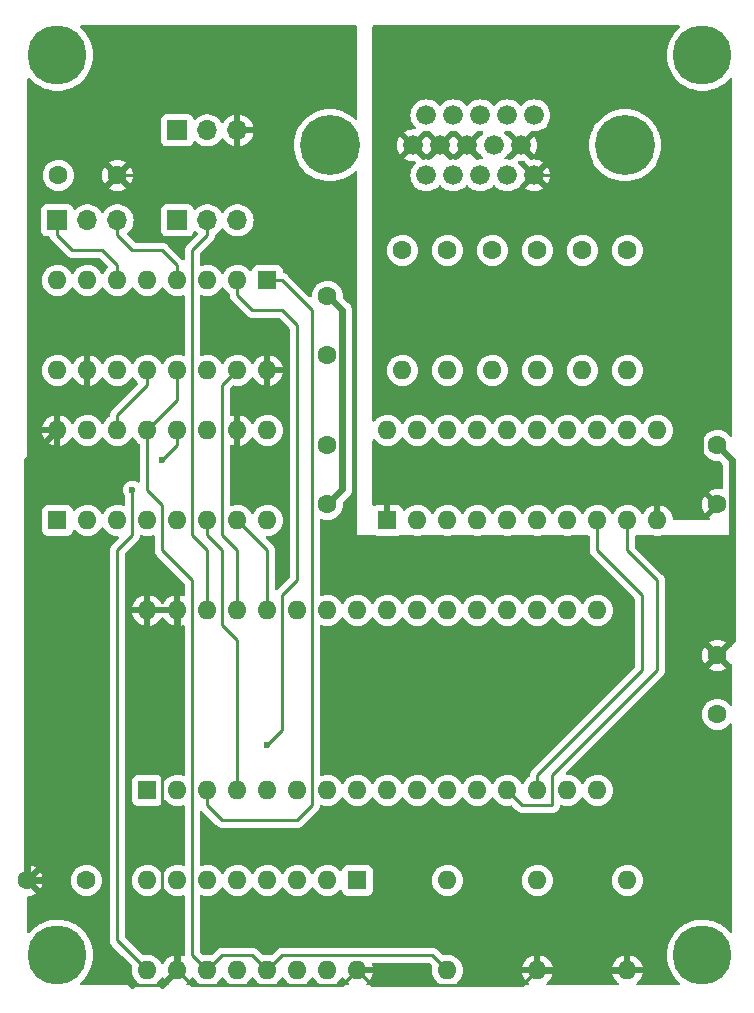
<source format=gtl>
%TF.GenerationSoftware,KiCad,Pcbnew,7.0.7*%
%TF.CreationDate,2023-09-08T23:17:23+01:00*%
%TF.ProjectId,dumb-vga,64756d62-2d76-4676-912e-6b696361645f,v0.7*%
%TF.SameCoordinates,Original*%
%TF.FileFunction,Copper,L1,Top*%
%TF.FilePolarity,Positive*%
%FSLAX46Y46*%
G04 Gerber Fmt 4.6, Leading zero omitted, Abs format (unit mm)*
G04 Created by KiCad (PCBNEW 7.0.7) date 2023-09-08 23:17:23*
%MOMM*%
%LPD*%
G01*
G04 APERTURE LIST*
%TA.AperFunction,ComponentPad*%
%ADD10C,1.600000*%
%TD*%
%TA.AperFunction,ComponentPad*%
%ADD11R,1.600000X1.600000*%
%TD*%
%TA.AperFunction,ComponentPad*%
%ADD12O,1.600000X1.600000*%
%TD*%
%TA.AperFunction,ComponentPad*%
%ADD13C,1.676400*%
%TD*%
%TA.AperFunction,ComponentPad*%
%ADD14C,5.080000*%
%TD*%
%TA.AperFunction,ComponentPad*%
%ADD15R,1.700000X1.700000*%
%TD*%
%TA.AperFunction,ComponentPad*%
%ADD16O,1.700000X1.700000*%
%TD*%
%TA.AperFunction,ComponentPad*%
%ADD17C,5.000000*%
%TD*%
%TA.AperFunction,ViaPad*%
%ADD18C,0.600000*%
%TD*%
%TA.AperFunction,Conductor*%
%ADD19C,0.600000*%
%TD*%
%TA.AperFunction,Conductor*%
%ADD20C,0.250000*%
%TD*%
G04 APERTURE END LIST*
D10*
%TO.P,C1,1*%
%TO.N,VCC*%
X113030000Y-46990000D03*
%TO.P,C1,2*%
%TO.N,GND*%
X108030000Y-46990000D03*
%TD*%
D11*
%TO.P,IC1,1,QB*%
%TO.N,Net-(IC1A-QB)*%
X133350000Y-106680000D03*
D12*
%TO.P,IC1,2,QC*%
%TO.N,Net-(IC1A-QC)*%
X130810000Y-106680000D03*
%TO.P,IC1,3,QD*%
%TO.N,Net-(IC1A-QD)*%
X128270000Y-106680000D03*
%TO.P,IC1,4,QE*%
%TO.N,Net-(IC1A-QE)*%
X125730000Y-106680000D03*
%TO.P,IC1,5,QF*%
%TO.N,Net-(IC1A-QF)*%
X123190000Y-106680000D03*
%TO.P,IC1,6,QG*%
%TO.N,Net-(IC1A-QG)*%
X120650000Y-106680000D03*
%TO.P,IC1,7,QH*%
%TO.N,Net-(IC1A-QH)*%
X118110000Y-106680000D03*
%TO.P,IC1,8,GND*%
%TO.N,GND*%
X115570000Y-106680000D03*
%TO.P,IC1,9,RCO*%
%TO.N,Net-(IC1A-RCO)*%
X115570000Y-114300000D03*
%TO.P,IC1,10,CCLR*%
%TO.N,VCC*%
X118110000Y-114300000D03*
%TO.P,IC1,11,CLK*%
%TO.N,Net-(IC1A-CLK)*%
X120650000Y-114300000D03*
%TO.P,IC1,12,CCKEN*%
%TO.N,GND*%
X123190000Y-114300000D03*
%TO.P,IC1,13,RCK*%
%TO.N,Net-(IC1A-CLK)*%
X125730000Y-114300000D03*
%TO.P,IC1,14,G*%
%TO.N,GND*%
X128270000Y-114300000D03*
%TO.P,IC1,15,QA*%
%TO.N,Net-(IC1A-QA)*%
X130810000Y-114300000D03*
%TO.P,IC1,16,VCC*%
%TO.N,VCC*%
X133350000Y-114300000D03*
%TD*%
D11*
%TO.P,IC2,1,QB*%
%TO.N,Net-(IC2A-QB)*%
X107950000Y-76200000D03*
D12*
%TO.P,IC2,2,QC*%
%TO.N,unconnected-(IC2A-QC-Pad2)*%
X110490000Y-76200000D03*
%TO.P,IC2,3,QD*%
%TO.N,Net-(IC2A-QD)*%
X113030000Y-76200000D03*
%TO.P,IC2,4,QE*%
%TO.N,Net-(IC2A-QE)*%
X115570000Y-76200000D03*
%TO.P,IC2,5,QF*%
%TO.N,Net-(IC2A-QF)*%
X118110000Y-76200000D03*
%TO.P,IC2,6,QG*%
%TO.N,Net-(IC2A-QG)*%
X120650000Y-76200000D03*
%TO.P,IC2,7,QH*%
%TO.N,Net-(IC2A-QH)*%
X123190000Y-76200000D03*
%TO.P,IC2,8,GND*%
%TO.N,GND*%
X125730000Y-76200000D03*
%TO.P,IC2,9,RCO*%
%TO.N,Net-(IC2A-RCO)*%
X125730000Y-68580000D03*
%TO.P,IC2,10,CCLR*%
%TO.N,VCC*%
X123190000Y-68580000D03*
%TO.P,IC2,11,CLK*%
%TO.N,Net-(IC1A-CLK)*%
X120650000Y-68580000D03*
%TO.P,IC2,12,CCKEN*%
%TO.N,Net-(IC1A-RCO)*%
X118110000Y-68580000D03*
%TO.P,IC2,13,RCK*%
%TO.N,Net-(IC1A-CLK)*%
X115570000Y-68580000D03*
%TO.P,IC2,14,G*%
%TO.N,GND*%
X113030000Y-68580000D03*
%TO.P,IC2,15,QA*%
%TO.N,Net-(IC2A-QA)*%
X110490000Y-68580000D03*
%TO.P,IC2,16,VCC*%
%TO.N,VCC*%
X107950000Y-68580000D03*
%TD*%
D11*
%TO.P,IC3,1,QB*%
%TO.N,Net-(IC3A-QB)*%
X125730000Y-55880000D03*
D12*
%TO.P,IC3,2,QC*%
%TO.N,Net-(IC3A-QC)*%
X123190000Y-55880000D03*
%TO.P,IC3,3,QD*%
%TO.N,unconnected-(IC3A-QD-Pad3)*%
X120650000Y-55880000D03*
%TO.P,IC3,4,QE*%
%TO.N,Net-(IC3A-QE)*%
X118110000Y-55880000D03*
%TO.P,IC3,5,QF*%
%TO.N,Net-(IC3A-QF)*%
X115570000Y-55880000D03*
%TO.P,IC3,6,QG*%
%TO.N,Net-(IC3A-QG)*%
X113030000Y-55880000D03*
%TO.P,IC3,7,QH*%
%TO.N,Net-(IC3A-QH)*%
X110490000Y-55880000D03*
%TO.P,IC3,8,GND*%
%TO.N,GND*%
X107950000Y-55880000D03*
%TO.P,IC3,9,RCO*%
%TO.N,unconnected-(IC3A-RCO-Pad9)*%
X107950000Y-63500000D03*
%TO.P,IC3,10,CCLR*%
%TO.N,VCC*%
X110490000Y-63500000D03*
%TO.P,IC3,11,CLK*%
%TO.N,Net-(IC2A-RCO)*%
X113030000Y-63500000D03*
%TO.P,IC3,12,CCKEN*%
%TO.N,GND*%
X115570000Y-63500000D03*
%TO.P,IC3,13,RCK*%
%TO.N,Net-(IC1A-CLK)*%
X118110000Y-63500000D03*
%TO.P,IC3,14,G*%
%TO.N,GND*%
X120650000Y-63500000D03*
%TO.P,IC3,15,QA*%
%TO.N,Net-(IC3A-QA)*%
X123190000Y-63500000D03*
%TO.P,IC3,16,VCC*%
%TO.N,VCC*%
X125730000Y-63500000D03*
%TD*%
D11*
%TO.P,IC4,1,OC*%
%TO.N,GND*%
X135890000Y-76200000D03*
D12*
%TO.P,IC4,2,1D*%
%TO.N,Net-(IC4A-1D)*%
X138430000Y-76200000D03*
%TO.P,IC4,3,2D*%
%TO.N,Net-(IC4A-2D)*%
X140970000Y-76200000D03*
%TO.P,IC4,4,3D*%
%TO.N,Net-(IC4A-3D)*%
X143510000Y-76200000D03*
%TO.P,IC4,5,4D*%
%TO.N,Net-(IC4A-4D)*%
X146050000Y-76200000D03*
%TO.P,IC4,6,5D*%
%TO.N,Net-(IC4A-5D)*%
X148590000Y-76200000D03*
%TO.P,IC4,7,6D*%
%TO.N,Net-(IC4A-6D)*%
X151130000Y-76200000D03*
%TO.P,IC4,8,7D*%
%TO.N,Net-(IC4A-7D)*%
X153670000Y-76200000D03*
%TO.P,IC4,9,8D*%
%TO.N,Net-(IC4A-8D)*%
X156210000Y-76200000D03*
%TO.P,IC4,10,GND*%
%TO.N,GND*%
X158750000Y-76200000D03*
%TO.P,IC4,11,CLK*%
%TO.N,Net-(IC1A-QA)*%
X158750000Y-68580000D03*
%TO.P,IC4,12,8Q*%
%TO.N,Net-(IC4A-8Q)*%
X156210000Y-68580000D03*
%TO.P,IC4,13,7Q*%
%TO.N,Net-(IC4A-7Q)*%
X153670000Y-68580000D03*
%TO.P,IC4,14,6Q*%
%TO.N,Net-(IC4A-6Q)*%
X151130000Y-68580000D03*
%TO.P,IC4,15,5Q*%
%TO.N,Net-(IC4A-5Q)*%
X148590000Y-68580000D03*
%TO.P,IC4,16,4Q*%
%TO.N,Net-(IC4A-4Q)*%
X146050000Y-68580000D03*
%TO.P,IC4,17,3Q*%
%TO.N,Net-(IC4A-3Q)*%
X143510000Y-68580000D03*
%TO.P,IC4,18,2Q*%
%TO.N,Net-(IC4A-2Q)*%
X140970000Y-68580000D03*
%TO.P,IC4,19,1Q*%
%TO.N,Net-(IC4A-1Q)*%
X138430000Y-68580000D03*
%TO.P,IC4,20,VCC*%
%TO.N,VCC*%
X135890000Y-68580000D03*
%TD*%
D10*
%TO.P,R1,1*%
%TO.N,Net-(X1-P$1)*%
X137160000Y-53340000D03*
D12*
%TO.P,R1,2*%
%TO.N,Net-(IC4A-1Q)*%
X137160000Y-63500000D03*
%TD*%
D10*
%TO.P,R2,1*%
%TO.N,Net-(X1-P$2)*%
X144780000Y-53340000D03*
D12*
%TO.P,R2,2*%
%TO.N,Net-(IC4A-3Q)*%
X144780000Y-63500000D03*
%TD*%
D10*
%TO.P,R3,1*%
%TO.N,Net-(X1-P$3)*%
X152400000Y-53340000D03*
D12*
%TO.P,R3,2*%
%TO.N,Net-(IC4A-5Q)*%
X152400000Y-63500000D03*
%TD*%
D10*
%TO.P,R4,1*%
%TO.N,Net-(X1-P$1)*%
X140970000Y-53340000D03*
D12*
%TO.P,R4,2*%
%TO.N,Net-(IC4A-2Q)*%
X140970000Y-63500000D03*
%TD*%
D10*
%TO.P,R5,1*%
%TO.N,Net-(X1-P$2)*%
X148590000Y-53340000D03*
D12*
%TO.P,R5,2*%
%TO.N,Net-(IC4A-4Q)*%
X148590000Y-63500000D03*
%TD*%
D10*
%TO.P,R6,1*%
%TO.N,Net-(X1-P$3)*%
X156210000Y-53340000D03*
D12*
%TO.P,R6,2*%
%TO.N,Net-(IC4A-6Q)*%
X156210000Y-63500000D03*
%TD*%
D11*
%TO.P,U1,1,A18*%
%TO.N,Net-(P3-Pin_2)*%
X115570000Y-99060000D03*
D12*
%TO.P,U1,2,A16*%
%TO.N,Net-(IC3A-QC)*%
X118110000Y-99060000D03*
%TO.P,U1,3,A15*%
%TO.N,Net-(IC3A-QB)*%
X120650000Y-99060000D03*
%TO.P,U1,4,A12*%
%TO.N,Net-(IC2A-QG)*%
X123190000Y-99060000D03*
%TO.P,U1,5,A7*%
%TO.N,Net-(IC2A-QA)*%
X125730000Y-99060000D03*
%TO.P,U1,6,A6*%
%TO.N,Net-(IC1A-QH)*%
X128270000Y-99060000D03*
%TO.P,U1,7,A5*%
%TO.N,Net-(IC1A-QG)*%
X130810000Y-99060000D03*
%TO.P,U1,8,A4*%
%TO.N,Net-(IC1A-QF)*%
X133350000Y-99060000D03*
%TO.P,U1,9,A3*%
%TO.N,Net-(IC1A-QE)*%
X135890000Y-99060000D03*
%TO.P,U1,10,A2*%
%TO.N,Net-(IC1A-QD)*%
X138430000Y-99060000D03*
%TO.P,U1,11,A1*%
%TO.N,Net-(IC1A-QC)*%
X140970000Y-99060000D03*
%TO.P,U1,12,A0*%
%TO.N,Net-(IC1A-QB)*%
X143510000Y-99060000D03*
%TO.P,U1,13,D0*%
%TO.N,Net-(IC4A-8D)*%
X146050000Y-99060000D03*
%TO.P,U1,14,D1*%
%TO.N,Net-(IC4A-7D)*%
X148590000Y-99060000D03*
%TO.P,U1,15,D2*%
%TO.N,Net-(IC4A-6D)*%
X151130000Y-99060000D03*
%TO.P,U1,16,GND*%
%TO.N,GND*%
X153670000Y-99060000D03*
%TO.P,U1,17,D3*%
%TO.N,Net-(IC4A-5D)*%
X153670000Y-83820000D03*
%TO.P,U1,18,D4*%
%TO.N,Net-(IC4A-4D)*%
X151130000Y-83820000D03*
%TO.P,U1,19,D5*%
%TO.N,Net-(IC4A-3D)*%
X148590000Y-83820000D03*
%TO.P,U1,20,D6*%
%TO.N,Net-(IC4A-2D)*%
X146050000Y-83820000D03*
%TO.P,U1,21,D7*%
%TO.N,Net-(IC4A-1D)*%
X143510000Y-83820000D03*
%TO.P,U1,22,CE*%
%TO.N,GND*%
X140970000Y-83820000D03*
%TO.P,U1,23,A10*%
%TO.N,Net-(IC2A-QE)*%
X138430000Y-83820000D03*
%TO.P,U1,24,OE*%
%TO.N,GND*%
X135890000Y-83820000D03*
%TO.P,U1,25,A11*%
%TO.N,Net-(IC2A-QF)*%
X133350000Y-83820000D03*
%TO.P,U1,26,A9*%
%TO.N,Net-(IC2A-QD)*%
X130810000Y-83820000D03*
%TO.P,U1,27,A8*%
%TO.N,Net-(IC2A-QB)*%
X128270000Y-83820000D03*
%TO.P,U1,28,A13*%
%TO.N,Net-(IC2A-QH)*%
X125730000Y-83820000D03*
%TO.P,U1,29,A14*%
%TO.N,Net-(IC3A-QA)*%
X123190000Y-83820000D03*
%TO.P,U1,30,A17*%
%TO.N,Net-(P2-Pin_2)*%
X120650000Y-83820000D03*
%TO.P,U1,31,WE*%
%TO.N,VCC*%
X118110000Y-83820000D03*
%TO.P,U1,32,VCC*%
X115570000Y-83820000D03*
%TD*%
D13*
%TO.P,X1,1,P$1*%
%TO.N,Net-(X1-P$1)*%
X139192000Y-46990000D03*
%TO.P,X1,2,P$2*%
%TO.N,Net-(X1-P$2)*%
X141478000Y-46990000D03*
%TO.P,X1,3,P$3*%
%TO.N,Net-(X1-P$3)*%
X143764000Y-46990000D03*
%TO.P,X1,4,P$4*%
%TO.N,unconnected-(X1-P$4-Pad4)*%
X146050000Y-46990000D03*
%TO.P,X1,5,P$5*%
%TO.N,GND*%
X148336000Y-46990000D03*
%TO.P,X1,6,P$6*%
X138049000Y-44450000D03*
%TO.P,X1,7,P$7*%
X140335000Y-44450000D03*
%TO.P,X1,8,P$8*%
X142621000Y-44450000D03*
%TO.P,X1,9,P$9*%
%TO.N,unconnected-(X1-P$9-Pad9)*%
X144907000Y-44450000D03*
%TO.P,X1,10,P$10*%
%TO.N,GND*%
X147193000Y-44450000D03*
%TO.P,X1,11,P$11*%
%TO.N,unconnected-(X1-P$11-Pad11)*%
X139192000Y-41910000D03*
%TO.P,X1,12,P$12*%
%TO.N,unconnected-(X1-P$12-Pad12)*%
X141478000Y-41910000D03*
%TO.P,X1,13,P$13*%
%TO.N,Net-(IC4A-8Q)*%
X143764000Y-41910000D03*
%TO.P,X1,14,P$14*%
%TO.N,Net-(IC4A-7Q)*%
X146050000Y-41910000D03*
%TO.P,X1,15,P$15*%
%TO.N,unconnected-(X1-P$15-Pad15)*%
X148336000Y-41910000D03*
D14*
%TO.P,X1,SH1,SH1*%
%TO.N,unconnected-(X1-PadSH1)*%
X131013200Y-44450000D03*
%TO.P,X1,SH2,SH2*%
%TO.N,unconnected-(X1-PadSH2)*%
X156006800Y-44450000D03*
%TD*%
D10*
%TO.P,C2,1*%
%TO.N,VCC*%
X105410000Y-106680000D03*
%TO.P,C2,2*%
%TO.N,GND*%
X110410000Y-106680000D03*
%TD*%
%TO.P,C3,1*%
%TO.N,VCC*%
X130810000Y-69850000D03*
%TO.P,C3,2*%
%TO.N,GND*%
X130810000Y-74850000D03*
%TD*%
%TO.P,C4,1*%
%TO.N,VCC*%
X130810000Y-62230000D03*
%TO.P,C4,2*%
%TO.N,GND*%
X130810000Y-57230000D03*
%TD*%
%TO.P,C5,1*%
%TO.N,VCC*%
X163830000Y-87630000D03*
%TO.P,C5,2*%
%TO.N,GND*%
X163830000Y-92630000D03*
%TD*%
%TO.P,C6,1*%
%TO.N,VCC*%
X163830000Y-69850000D03*
%TO.P,C6,2*%
%TO.N,GND*%
X163830000Y-74850000D03*
%TD*%
D15*
%TO.P,P2,1,Pin_1*%
%TO.N,Net-(IC3A-QH)*%
X118110000Y-50800000D03*
D16*
%TO.P,P2,2,Pin_2*%
%TO.N,Net-(P2-Pin_2)*%
X120650000Y-50800000D03*
%TO.P,P2,3,Pin_3*%
%TO.N,Net-(IC3A-QF)*%
X123190000Y-50800000D03*
%TD*%
D15*
%TO.P,P3,1,Pin_1*%
%TO.N,Net-(IC3A-QG)*%
X107950000Y-50800000D03*
D16*
%TO.P,P3,2,Pin_2*%
%TO.N,Net-(P3-Pin_2)*%
X110490000Y-50800000D03*
%TO.P,P3,3,Pin_3*%
%TO.N,Net-(IC3A-QE)*%
X113030000Y-50800000D03*
%TD*%
D12*
%TO.P,QG1,1,EN*%
%TO.N,unconnected-(QG1-EN-Pad1)*%
X156210000Y-106680000D03*
X148590000Y-106680000D03*
%TO.P,QG1,7,GND*%
%TO.N,GND*%
X140970000Y-106680000D03*
%TO.P,QG1,8,OUT*%
%TO.N,Net-(IC1A-CLK)*%
X140970000Y-114300000D03*
%TO.P,QG1,14,Vcc*%
%TO.N,VCC*%
X156210000Y-114300000D03*
X148590000Y-114300000D03*
%TD*%
D17*
%TO.P,REF\u002A\u002A,1*%
%TO.N,N/C*%
X162560000Y-36830000D03*
%TD*%
D15*
%TO.P,P1,1,Pin_1*%
%TO.N,GND*%
X118110000Y-43180000D03*
D16*
%TO.P,P1,2,Pin_2*%
%TO.N,unconnected-(P1-Pin_2-Pad2)*%
X120650000Y-43180000D03*
%TO.P,P1,3,Pin_3*%
%TO.N,VCC*%
X123190000Y-43180000D03*
%TD*%
D17*
%TO.P,REF\u002A\u002A,1*%
%TO.N,N/C*%
X107950000Y-36830000D03*
%TD*%
%TO.P,REF\u002A\u002A,1*%
%TO.N,N/C*%
X107950000Y-113030000D03*
%TD*%
%TO.P,REF\u002A\u002A,1*%
%TO.N,N/C*%
X162560000Y-113030000D03*
%TD*%
D18*
%TO.N,Net-(IC1A-RCO)*%
X114300000Y-73660000D03*
X116840000Y-71120000D03*
%TO.N,Net-(IC3A-QC)*%
X125730000Y-95250000D03*
%TD*%
D19*
%TO.N,VCC*%
X148590000Y-114300000D02*
X156210000Y-114300000D01*
X165100000Y-71120000D02*
X165100000Y-86360000D01*
X165100000Y-86360000D02*
X163830000Y-87630000D01*
D20*
X147320000Y-115570000D02*
X134620000Y-115570000D01*
X134620000Y-115570000D02*
X133350000Y-114300000D01*
X133350000Y-114300000D02*
X132080000Y-115570000D01*
X132080000Y-115570000D02*
X119380000Y-115570000D01*
X119380000Y-115570000D02*
X118110000Y-114300000D01*
D19*
X118110000Y-114300000D02*
X116840000Y-115570000D01*
D20*
X116840000Y-115570000D02*
X114300000Y-115570000D01*
D19*
X114300000Y-115570000D02*
X111760000Y-113030000D01*
X111760000Y-113030000D02*
X111760000Y-110490000D01*
X111760000Y-110490000D02*
X107950000Y-106680000D01*
X107950000Y-106680000D02*
X105410000Y-106680000D01*
X118110000Y-109220000D02*
X116840000Y-107950000D01*
D20*
X116840000Y-107950000D02*
X116840000Y-87630000D01*
D19*
X116840000Y-87630000D02*
X118110000Y-86360000D01*
X118110000Y-86360000D02*
X118110000Y-83820000D01*
X105410000Y-71120000D02*
X107950000Y-68580000D01*
D20*
X123190000Y-45720000D02*
X121920000Y-46990000D01*
X121920000Y-46990000D02*
X113030000Y-46990000D01*
X148590000Y-114300000D02*
X147320000Y-115570000D01*
X123190000Y-43180000D02*
X123190000Y-45720000D01*
D19*
X163830000Y-69850000D02*
X165100000Y-71120000D01*
X105410000Y-106680000D02*
X105410000Y-71120000D01*
X118110000Y-114300000D02*
X118110000Y-109220000D01*
D20*
%TO.N,GND*%
X152400000Y-46990000D02*
X162560000Y-57150000D01*
X162560000Y-57150000D02*
X162560000Y-73580000D01*
X162560000Y-73580000D02*
X163830000Y-74850000D01*
D19*
X130890000Y-57230000D02*
X132080000Y-58420000D01*
X132080000Y-58420000D02*
X132080000Y-73580000D01*
X132080000Y-73580000D02*
X130810000Y-74850000D01*
D20*
X115570000Y-64770000D02*
X113030000Y-67310000D01*
X113030000Y-67310000D02*
X113030000Y-68580000D01*
X130810000Y-57230000D02*
X130890000Y-57230000D01*
X148336000Y-46990000D02*
X152400000Y-46990000D01*
X115570000Y-63500000D02*
X115570000Y-64770000D01*
%TO.N,Net-(IC1A-RCO)*%
X113030000Y-111760000D02*
X113030000Y-78740000D01*
X113030000Y-78740000D02*
X114300000Y-77470000D01*
X114300000Y-77470000D02*
X114300000Y-73660000D01*
X116840000Y-71120000D02*
X118110000Y-69850000D01*
X118110000Y-69850000D02*
X118110000Y-68580000D01*
X115570000Y-114300000D02*
X113030000Y-111760000D01*
%TO.N,Net-(IC1A-CLK)*%
X139700000Y-113030000D02*
X127000000Y-113030000D01*
X127000000Y-113030000D02*
X125730000Y-114300000D01*
X125730000Y-114300000D02*
X124460000Y-113030000D01*
X124460000Y-113030000D02*
X121920000Y-113030000D01*
X121920000Y-113030000D02*
X120650000Y-114300000D01*
X118110000Y-66040000D02*
X118110000Y-63500000D01*
X115570000Y-73660000D02*
X116840000Y-74930000D01*
X116840000Y-74930000D02*
X116840000Y-78740000D01*
X116840000Y-78740000D02*
X119380000Y-81280000D01*
X119380000Y-81280000D02*
X119380000Y-113030000D01*
X119380000Y-113030000D02*
X120650000Y-114300000D01*
X140970000Y-114300000D02*
X139700000Y-113030000D01*
X115570000Y-68580000D02*
X118110000Y-66040000D01*
X115570000Y-68580000D02*
X115570000Y-73660000D01*
%TO.N,Net-(IC2A-QG)*%
X123190000Y-86360000D02*
X121920000Y-85090000D01*
X121920000Y-85090000D02*
X121920000Y-78740000D01*
X121920000Y-78740000D02*
X120650000Y-77470000D01*
X120650000Y-77470000D02*
X120650000Y-76200000D01*
X123190000Y-99060000D02*
X123190000Y-86360000D01*
%TO.N,Net-(IC2A-QH)*%
X125730000Y-78740000D02*
X123190000Y-76200000D01*
X125730000Y-83820000D02*
X125730000Y-78740000D01*
%TO.N,Net-(IC3A-QB)*%
X127000000Y-55880000D02*
X129540000Y-58420000D01*
X129540000Y-58420000D02*
X129540000Y-100330000D01*
X129540000Y-100330000D02*
X128270000Y-101600000D01*
X128270000Y-101600000D02*
X121920000Y-101600000D01*
X121920000Y-101600000D02*
X120650000Y-100330000D01*
X120650000Y-100330000D02*
X120650000Y-99060000D01*
X125730000Y-55880000D02*
X127000000Y-55880000D01*
%TO.N,Net-(IC3A-QC)*%
X123190000Y-57150000D02*
X124460000Y-58420000D01*
X124460000Y-58420000D02*
X127000000Y-58420000D01*
X127000000Y-58420000D02*
X128270000Y-59690000D01*
X128270000Y-59690000D02*
X128270000Y-81280000D01*
X128270000Y-81280000D02*
X127000000Y-82550000D01*
X127000000Y-82550000D02*
X127000000Y-93980000D01*
X127000000Y-93980000D02*
X125730000Y-95250000D01*
X123190000Y-55880000D02*
X123190000Y-57150000D01*
%TO.N,Net-(IC3A-QE)*%
X118110000Y-54610000D02*
X116840000Y-53340000D01*
X116840000Y-53340000D02*
X114300000Y-53340000D01*
X114300000Y-53340000D02*
X113030000Y-52070000D01*
X113030000Y-52070000D02*
X113030000Y-50800000D01*
X118110000Y-55880000D02*
X118110000Y-54610000D01*
%TO.N,Net-(IC3A-QG)*%
X113030000Y-54610000D02*
X111760000Y-53340000D01*
X111760000Y-53340000D02*
X109220000Y-53340000D01*
X113030000Y-55880000D02*
X113030000Y-54610000D01*
X107950000Y-52070000D02*
X107950000Y-50800000D01*
X109220000Y-53340000D02*
X107950000Y-52070000D01*
%TO.N,Net-(IC3A-QA)*%
X123190000Y-78740000D02*
X121920000Y-77470000D01*
X121920000Y-77470000D02*
X121920000Y-64770000D01*
X121920000Y-64770000D02*
X123190000Y-63500000D01*
X123190000Y-83820000D02*
X123190000Y-78740000D01*
%TO.N,Net-(IC4A-7D)*%
X153670000Y-78740000D02*
X157480000Y-82550000D01*
X157480000Y-82550000D02*
X157480000Y-88900000D01*
X157480000Y-88900000D02*
X148590000Y-97790000D01*
X148590000Y-97790000D02*
X148590000Y-99060000D01*
X153670000Y-76200000D02*
X153670000Y-78740000D01*
%TO.N,Net-(IC4A-8D)*%
X147320000Y-100330000D02*
X148590000Y-100330000D01*
X148590000Y-100330000D02*
X149860000Y-100330000D01*
X149860000Y-100330000D02*
X149860000Y-97790000D01*
X149860000Y-97790000D02*
X158750000Y-88900000D01*
X158750000Y-88900000D02*
X158750000Y-81280000D01*
X158750000Y-81280000D02*
X156210000Y-78740000D01*
X156210000Y-78740000D02*
X156210000Y-76200000D01*
X146050000Y-99060000D02*
X147320000Y-100330000D01*
%TO.N,Net-(P2-Pin_2)*%
X120650000Y-78740000D02*
X119380000Y-77470000D01*
X119380000Y-77470000D02*
X119380000Y-53340000D01*
X119380000Y-53340000D02*
X120650000Y-52070000D01*
X120650000Y-52070000D02*
X120650000Y-50800000D01*
X120650000Y-83820000D02*
X120650000Y-78740000D01*
%TD*%
%TA.AperFunction,Conductor*%
%TO.N,VCC*%
G36*
X133292121Y-34310002D02*
G01*
X133338614Y-34363658D01*
X133350000Y-34416000D01*
X133349999Y-42168287D01*
X133329997Y-42236408D01*
X133276341Y-42282901D01*
X133206067Y-42293004D01*
X133141487Y-42263511D01*
X133140039Y-42262238D01*
X132940363Y-42083797D01*
X132916903Y-42062832D01*
X132637655Y-41864694D01*
X132637650Y-41864691D01*
X132637647Y-41864689D01*
X132454458Y-41763445D01*
X132337979Y-41699069D01*
X132337972Y-41699066D01*
X132337968Y-41699064D01*
X132021646Y-41568039D01*
X131692617Y-41473248D01*
X131355055Y-41415895D01*
X131355057Y-41415895D01*
X131036287Y-41397993D01*
X131013200Y-41396697D01*
X131013199Y-41396697D01*
X130671343Y-41415895D01*
X130333782Y-41473248D01*
X130004753Y-41568039D01*
X129688431Y-41699064D01*
X129688408Y-41699076D01*
X129388752Y-41864689D01*
X129388744Y-41864694D01*
X129388745Y-41864694D01*
X129142760Y-42039231D01*
X129109493Y-42062835D01*
X128854189Y-42290989D01*
X128626035Y-42546293D01*
X128626032Y-42546296D01*
X128626032Y-42546297D01*
X128520294Y-42695320D01*
X128427889Y-42825552D01*
X128262276Y-43125208D01*
X128262264Y-43125231D01*
X128131239Y-43441553D01*
X128036448Y-43770582D01*
X127979095Y-44108143D01*
X127959897Y-44449999D01*
X127979095Y-44791856D01*
X128036448Y-45129417D01*
X128131239Y-45458446D01*
X128254568Y-45756188D01*
X128262269Y-45774779D01*
X128286858Y-45819269D01*
X128427889Y-46074447D01*
X128427891Y-46074450D01*
X128427894Y-46074455D01*
X128626032Y-46353703D01*
X128854189Y-46609011D01*
X129109497Y-46837168D01*
X129388745Y-47035306D01*
X129688421Y-47200931D01*
X129899312Y-47288284D01*
X129970181Y-47317640D01*
X130004758Y-47331962D01*
X130333776Y-47426750D01*
X130671339Y-47484104D01*
X131013200Y-47503303D01*
X131355061Y-47484104D01*
X131692624Y-47426750D01*
X132021642Y-47331962D01*
X132337979Y-47200931D01*
X132637655Y-47035306D01*
X132916903Y-46837168D01*
X133140040Y-46637760D01*
X133204161Y-46607283D01*
X133274581Y-46616311D01*
X133328942Y-46661977D01*
X133349984Y-46729784D01*
X133349999Y-46731712D01*
X133350000Y-77470000D01*
X134872300Y-77470000D01*
X134916332Y-77477944D01*
X134938383Y-77486168D01*
X134980799Y-77501989D01*
X134980800Y-77501989D01*
X134980803Y-77501990D01*
X135041350Y-77508499D01*
X135041355Y-77508499D01*
X135041362Y-77508500D01*
X135041368Y-77508500D01*
X136738632Y-77508500D01*
X136738638Y-77508500D01*
X136738645Y-77508499D01*
X136738649Y-77508499D01*
X136799196Y-77501990D01*
X136799198Y-77501989D01*
X136799201Y-77501989D01*
X136854439Y-77481386D01*
X136863668Y-77477944D01*
X136907700Y-77470000D01*
X138097461Y-77470000D01*
X138130071Y-77474292D01*
X138201913Y-77493543D01*
X138430000Y-77513498D01*
X138658087Y-77493543D01*
X138729928Y-77474292D01*
X138762539Y-77470000D01*
X140637461Y-77470000D01*
X140670071Y-77474292D01*
X140741913Y-77493543D01*
X140970000Y-77513498D01*
X141198087Y-77493543D01*
X141269928Y-77474292D01*
X141302539Y-77470000D01*
X143177461Y-77470000D01*
X143210071Y-77474292D01*
X143281913Y-77493543D01*
X143510000Y-77513498D01*
X143738087Y-77493543D01*
X143809928Y-77474292D01*
X143842539Y-77470000D01*
X145717461Y-77470000D01*
X145750071Y-77474292D01*
X145821913Y-77493543D01*
X146050000Y-77513498D01*
X146278087Y-77493543D01*
X146349928Y-77474292D01*
X146382539Y-77470000D01*
X148257461Y-77470000D01*
X148290071Y-77474292D01*
X148361913Y-77493543D01*
X148590000Y-77513498D01*
X148818087Y-77493543D01*
X148889928Y-77474292D01*
X148922539Y-77470000D01*
X150797461Y-77470000D01*
X150830071Y-77474292D01*
X150901913Y-77493543D01*
X151130000Y-77513498D01*
X151358087Y-77493543D01*
X151429928Y-77474292D01*
X151462539Y-77470000D01*
X152910500Y-77470000D01*
X152978621Y-77490002D01*
X153025114Y-77543658D01*
X153036500Y-77596000D01*
X153036500Y-78656146D01*
X153034751Y-78671988D01*
X153035044Y-78672016D01*
X153034298Y-78679907D01*
X153034298Y-78679909D01*
X153036500Y-78749957D01*
X153036500Y-78779851D01*
X153036501Y-78779872D01*
X153037378Y-78786820D01*
X153037844Y-78792732D01*
X153039326Y-78839888D01*
X153039327Y-78839893D01*
X153044977Y-78859339D01*
X153048986Y-78878697D01*
X153051525Y-78898793D01*
X153051526Y-78898799D01*
X153068893Y-78942662D01*
X153070816Y-78948279D01*
X153083982Y-78993593D01*
X153094294Y-79011031D01*
X153102988Y-79028779D01*
X153110444Y-79047609D01*
X153110450Y-79047620D01*
X153138177Y-79085783D01*
X153141437Y-79090746D01*
X153165460Y-79131365D01*
X153179779Y-79145684D01*
X153192617Y-79160714D01*
X153202156Y-79173843D01*
X153204528Y-79177107D01*
X153232794Y-79200491D01*
X153240886Y-79207185D01*
X153245267Y-79211171D01*
X155034529Y-81000433D01*
X156809595Y-82775499D01*
X156843621Y-82837811D01*
X156846500Y-82864594D01*
X156846500Y-88585404D01*
X156826498Y-88653525D01*
X156809595Y-88674499D01*
X148201336Y-97282757D01*
X148188901Y-97292721D01*
X148189089Y-97292948D01*
X148182980Y-97298001D01*
X148135016Y-97349078D01*
X148113866Y-97370227D01*
X148109560Y-97375777D01*
X148105714Y-97380279D01*
X148073417Y-97414674D01*
X148073411Y-97414683D01*
X148063651Y-97432435D01*
X148052803Y-97448950D01*
X148040386Y-97464958D01*
X148021645Y-97508264D01*
X148019034Y-97513594D01*
X147996305Y-97554939D01*
X147996303Y-97554944D01*
X147991267Y-97574559D01*
X147984864Y-97593262D01*
X147976819Y-97611852D01*
X147969437Y-97658456D01*
X147968233Y-97664268D01*
X147956500Y-97709968D01*
X147956500Y-97730223D01*
X147954949Y-97749933D01*
X147951780Y-97769942D01*
X147951780Y-97769943D01*
X147956220Y-97816917D01*
X147956500Y-97822850D01*
X147956500Y-97840606D01*
X147936498Y-97908727D01*
X147902771Y-97943819D01*
X147745703Y-98053799D01*
X147745697Y-98053804D01*
X147583804Y-98215697D01*
X147583799Y-98215703D01*
X147452477Y-98403250D01*
X147434195Y-98442457D01*
X147387278Y-98495742D01*
X147319001Y-98515203D01*
X147251041Y-98494661D01*
X147205805Y-98442457D01*
X147203894Y-98438359D01*
X147187523Y-98403251D01*
X147056198Y-98215700D01*
X146894300Y-98053802D01*
X146706749Y-97922477D01*
X146677262Y-97908727D01*
X146499246Y-97825717D01*
X146499240Y-97825715D01*
X146341225Y-97783375D01*
X146278087Y-97766457D01*
X146050000Y-97746502D01*
X145821913Y-97766457D01*
X145600759Y-97825715D01*
X145600753Y-97825717D01*
X145393250Y-97922477D01*
X145205703Y-98053799D01*
X145205697Y-98053804D01*
X145043804Y-98215697D01*
X145043799Y-98215703D01*
X144912477Y-98403250D01*
X144894195Y-98442457D01*
X144847278Y-98495742D01*
X144779001Y-98515203D01*
X144711041Y-98494661D01*
X144665805Y-98442457D01*
X144663894Y-98438359D01*
X144647523Y-98403251D01*
X144516198Y-98215700D01*
X144354300Y-98053802D01*
X144166749Y-97922477D01*
X144137262Y-97908727D01*
X143959246Y-97825717D01*
X143959240Y-97825715D01*
X143801225Y-97783375D01*
X143738087Y-97766457D01*
X143510000Y-97746502D01*
X143509999Y-97746502D01*
X143281913Y-97766457D01*
X143060759Y-97825715D01*
X143060753Y-97825717D01*
X142853250Y-97922477D01*
X142665703Y-98053799D01*
X142665697Y-98053804D01*
X142503804Y-98215697D01*
X142503799Y-98215703D01*
X142372477Y-98403250D01*
X142354195Y-98442457D01*
X142307278Y-98495742D01*
X142239001Y-98515203D01*
X142171041Y-98494661D01*
X142125805Y-98442457D01*
X142123894Y-98438359D01*
X142107523Y-98403251D01*
X141976198Y-98215700D01*
X141814300Y-98053802D01*
X141626749Y-97922477D01*
X141597262Y-97908727D01*
X141419246Y-97825717D01*
X141419240Y-97825715D01*
X141261225Y-97783375D01*
X141198087Y-97766457D01*
X140970000Y-97746502D01*
X140741913Y-97766457D01*
X140520759Y-97825715D01*
X140520753Y-97825717D01*
X140313250Y-97922477D01*
X140125703Y-98053799D01*
X140125697Y-98053804D01*
X139963804Y-98215697D01*
X139963799Y-98215703D01*
X139832477Y-98403250D01*
X139814195Y-98442457D01*
X139767278Y-98495742D01*
X139699001Y-98515203D01*
X139631041Y-98494661D01*
X139585805Y-98442457D01*
X139583894Y-98438359D01*
X139567523Y-98403251D01*
X139436198Y-98215700D01*
X139274300Y-98053802D01*
X139086749Y-97922477D01*
X139057262Y-97908727D01*
X138879246Y-97825717D01*
X138879240Y-97825715D01*
X138721225Y-97783375D01*
X138658087Y-97766457D01*
X138430000Y-97746502D01*
X138429999Y-97746502D01*
X138201913Y-97766457D01*
X137980759Y-97825715D01*
X137980753Y-97825717D01*
X137773250Y-97922477D01*
X137585703Y-98053799D01*
X137585697Y-98053804D01*
X137423804Y-98215697D01*
X137423799Y-98215703D01*
X137292477Y-98403250D01*
X137274195Y-98442457D01*
X137227278Y-98495742D01*
X137159001Y-98515203D01*
X137091041Y-98494661D01*
X137045805Y-98442457D01*
X137043894Y-98438359D01*
X137027523Y-98403251D01*
X136896198Y-98215700D01*
X136734300Y-98053802D01*
X136546749Y-97922477D01*
X136517262Y-97908727D01*
X136339246Y-97825717D01*
X136339240Y-97825715D01*
X136181225Y-97783375D01*
X136118087Y-97766457D01*
X135890000Y-97746502D01*
X135661913Y-97766457D01*
X135440759Y-97825715D01*
X135440753Y-97825717D01*
X135233250Y-97922477D01*
X135045703Y-98053799D01*
X135045697Y-98053804D01*
X134883804Y-98215697D01*
X134883799Y-98215703D01*
X134752477Y-98403250D01*
X134734195Y-98442457D01*
X134687278Y-98495742D01*
X134619001Y-98515203D01*
X134551041Y-98494661D01*
X134505805Y-98442457D01*
X134503894Y-98438359D01*
X134487523Y-98403251D01*
X134356198Y-98215700D01*
X134194300Y-98053802D01*
X134006749Y-97922477D01*
X133977262Y-97908727D01*
X133799246Y-97825717D01*
X133799240Y-97825715D01*
X133641225Y-97783375D01*
X133578087Y-97766457D01*
X133350000Y-97746502D01*
X133349999Y-97746502D01*
X133121913Y-97766457D01*
X132900759Y-97825715D01*
X132900753Y-97825717D01*
X132693250Y-97922477D01*
X132505703Y-98053799D01*
X132505697Y-98053804D01*
X132343804Y-98215697D01*
X132343799Y-98215703D01*
X132212477Y-98403250D01*
X132194195Y-98442457D01*
X132147278Y-98495742D01*
X132079001Y-98515203D01*
X132011041Y-98494661D01*
X131965805Y-98442457D01*
X131963894Y-98438359D01*
X131947523Y-98403251D01*
X131816198Y-98215700D01*
X131654300Y-98053802D01*
X131466749Y-97922477D01*
X131437262Y-97908727D01*
X131259246Y-97825717D01*
X131259240Y-97825715D01*
X131101225Y-97783375D01*
X131038087Y-97766457D01*
X130810000Y-97746502D01*
X130581913Y-97766457D01*
X130360759Y-97825715D01*
X130360747Y-97825719D01*
X130352745Y-97829451D01*
X130282553Y-97840109D01*
X130217741Y-97811126D01*
X130178888Y-97751705D01*
X130173500Y-97715254D01*
X130173500Y-85164745D01*
X130193502Y-85096624D01*
X130247158Y-85050131D01*
X130317432Y-85040027D01*
X130352750Y-85050550D01*
X130360757Y-85054284D01*
X130581913Y-85113543D01*
X130810000Y-85133498D01*
X131038087Y-85113543D01*
X131259243Y-85054284D01*
X131466749Y-84957523D01*
X131654300Y-84826198D01*
X131816198Y-84664300D01*
X131947523Y-84476749D01*
X131965804Y-84437543D01*
X132012721Y-84384258D01*
X132080998Y-84364796D01*
X132148958Y-84385337D01*
X132194195Y-84437543D01*
X132212477Y-84476749D01*
X132343802Y-84664300D01*
X132505700Y-84826198D01*
X132693251Y-84957523D01*
X132900757Y-85054284D01*
X133121913Y-85113543D01*
X133350000Y-85133498D01*
X133578087Y-85113543D01*
X133799243Y-85054284D01*
X134006749Y-84957523D01*
X134194300Y-84826198D01*
X134356198Y-84664300D01*
X134487523Y-84476749D01*
X134505804Y-84437543D01*
X134552721Y-84384258D01*
X134620998Y-84364796D01*
X134688958Y-84385337D01*
X134734195Y-84437543D01*
X134752477Y-84476749D01*
X134883802Y-84664300D01*
X135045700Y-84826198D01*
X135233251Y-84957523D01*
X135440757Y-85054284D01*
X135661913Y-85113543D01*
X135890000Y-85133498D01*
X136118087Y-85113543D01*
X136339243Y-85054284D01*
X136546749Y-84957523D01*
X136734300Y-84826198D01*
X136896198Y-84664300D01*
X137027523Y-84476749D01*
X137045804Y-84437543D01*
X137092721Y-84384258D01*
X137160998Y-84364796D01*
X137228958Y-84385337D01*
X137274195Y-84437543D01*
X137292477Y-84476749D01*
X137423802Y-84664300D01*
X137585700Y-84826198D01*
X137773251Y-84957523D01*
X137980757Y-85054284D01*
X138201913Y-85113543D01*
X138430000Y-85133498D01*
X138658087Y-85113543D01*
X138879243Y-85054284D01*
X139086749Y-84957523D01*
X139274300Y-84826198D01*
X139436198Y-84664300D01*
X139567523Y-84476749D01*
X139585804Y-84437543D01*
X139632721Y-84384258D01*
X139700998Y-84364796D01*
X139768958Y-84385337D01*
X139814195Y-84437543D01*
X139832477Y-84476749D01*
X139963802Y-84664300D01*
X140125700Y-84826198D01*
X140313251Y-84957523D01*
X140520757Y-85054284D01*
X140741913Y-85113543D01*
X140970000Y-85133498D01*
X141198087Y-85113543D01*
X141419243Y-85054284D01*
X141626749Y-84957523D01*
X141814300Y-84826198D01*
X141976198Y-84664300D01*
X142107523Y-84476749D01*
X142125804Y-84437543D01*
X142172721Y-84384258D01*
X142240998Y-84364796D01*
X142308958Y-84385337D01*
X142354195Y-84437543D01*
X142372477Y-84476749D01*
X142503802Y-84664300D01*
X142665700Y-84826198D01*
X142853251Y-84957523D01*
X143060757Y-85054284D01*
X143281913Y-85113543D01*
X143510000Y-85133498D01*
X143738087Y-85113543D01*
X143959243Y-85054284D01*
X144166749Y-84957523D01*
X144354300Y-84826198D01*
X144516198Y-84664300D01*
X144647523Y-84476749D01*
X144665804Y-84437543D01*
X144712721Y-84384258D01*
X144780998Y-84364796D01*
X144848958Y-84385337D01*
X144894195Y-84437543D01*
X144912477Y-84476749D01*
X145043802Y-84664300D01*
X145205700Y-84826198D01*
X145393251Y-84957523D01*
X145600757Y-85054284D01*
X145821913Y-85113543D01*
X146050000Y-85133498D01*
X146278087Y-85113543D01*
X146499243Y-85054284D01*
X146706749Y-84957523D01*
X146894300Y-84826198D01*
X147056198Y-84664300D01*
X147187523Y-84476749D01*
X147205804Y-84437543D01*
X147252721Y-84384258D01*
X147320998Y-84364796D01*
X147388958Y-84385337D01*
X147434195Y-84437543D01*
X147452477Y-84476749D01*
X147583802Y-84664300D01*
X147745700Y-84826198D01*
X147933251Y-84957523D01*
X148140757Y-85054284D01*
X148361913Y-85113543D01*
X148590000Y-85133498D01*
X148818087Y-85113543D01*
X149039243Y-85054284D01*
X149246749Y-84957523D01*
X149434300Y-84826198D01*
X149596198Y-84664300D01*
X149727523Y-84476749D01*
X149745804Y-84437543D01*
X149792721Y-84384258D01*
X149860998Y-84364796D01*
X149928958Y-84385337D01*
X149974195Y-84437543D01*
X149992477Y-84476749D01*
X150123802Y-84664300D01*
X150285700Y-84826198D01*
X150473251Y-84957523D01*
X150680757Y-85054284D01*
X150901913Y-85113543D01*
X151130000Y-85133498D01*
X151358087Y-85113543D01*
X151579243Y-85054284D01*
X151786749Y-84957523D01*
X151974300Y-84826198D01*
X152136198Y-84664300D01*
X152267523Y-84476749D01*
X152285804Y-84437543D01*
X152332721Y-84384258D01*
X152400998Y-84364796D01*
X152468958Y-84385337D01*
X152514195Y-84437543D01*
X152532477Y-84476749D01*
X152663802Y-84664300D01*
X152825700Y-84826198D01*
X153013251Y-84957523D01*
X153220757Y-85054284D01*
X153441913Y-85113543D01*
X153670000Y-85133498D01*
X153898087Y-85113543D01*
X154119243Y-85054284D01*
X154326749Y-84957523D01*
X154514300Y-84826198D01*
X154676198Y-84664300D01*
X154807523Y-84476749D01*
X154904284Y-84269243D01*
X154963543Y-84048087D01*
X154983498Y-83820000D01*
X154963543Y-83591913D01*
X154904284Y-83370757D01*
X154807523Y-83163251D01*
X154676198Y-82975700D01*
X154514300Y-82813802D01*
X154512303Y-82812404D01*
X154326749Y-82682477D01*
X154119246Y-82585717D01*
X154119240Y-82585715D01*
X153979001Y-82548138D01*
X153898087Y-82526457D01*
X153670000Y-82506502D01*
X153441913Y-82526457D01*
X153220759Y-82585715D01*
X153220753Y-82585717D01*
X153013250Y-82682477D01*
X152825703Y-82813799D01*
X152825697Y-82813804D01*
X152663804Y-82975697D01*
X152663799Y-82975703D01*
X152532477Y-83163250D01*
X152514195Y-83202457D01*
X152467278Y-83255742D01*
X152399001Y-83275203D01*
X152331041Y-83254661D01*
X152285805Y-83202457D01*
X152283894Y-83198359D01*
X152267523Y-83163251D01*
X152136198Y-82975700D01*
X151974300Y-82813802D01*
X151972303Y-82812404D01*
X151786749Y-82682477D01*
X151579246Y-82585717D01*
X151579240Y-82585715D01*
X151439001Y-82548138D01*
X151358087Y-82526457D01*
X151130000Y-82506502D01*
X150901913Y-82526457D01*
X150680759Y-82585715D01*
X150680753Y-82585717D01*
X150473250Y-82682477D01*
X150285703Y-82813799D01*
X150285697Y-82813804D01*
X150123804Y-82975697D01*
X150123799Y-82975703D01*
X149992477Y-83163250D01*
X149974195Y-83202457D01*
X149927278Y-83255742D01*
X149859001Y-83275203D01*
X149791041Y-83254661D01*
X149745805Y-83202457D01*
X149743894Y-83198359D01*
X149727523Y-83163251D01*
X149596198Y-82975700D01*
X149434300Y-82813802D01*
X149432303Y-82812404D01*
X149246749Y-82682477D01*
X149039246Y-82585717D01*
X149039240Y-82585715D01*
X148899001Y-82548138D01*
X148818087Y-82526457D01*
X148590000Y-82506502D01*
X148361913Y-82526457D01*
X148140759Y-82585715D01*
X148140753Y-82585717D01*
X147933250Y-82682477D01*
X147745703Y-82813799D01*
X147745697Y-82813804D01*
X147583804Y-82975697D01*
X147583799Y-82975703D01*
X147452477Y-83163250D01*
X147434195Y-83202457D01*
X147387278Y-83255742D01*
X147319001Y-83275203D01*
X147251041Y-83254661D01*
X147205805Y-83202457D01*
X147203894Y-83198359D01*
X147187523Y-83163251D01*
X147056198Y-82975700D01*
X146894300Y-82813802D01*
X146892303Y-82812404D01*
X146706749Y-82682477D01*
X146499246Y-82585717D01*
X146499240Y-82585715D01*
X146359001Y-82548138D01*
X146278087Y-82526457D01*
X146050000Y-82506502D01*
X145821913Y-82526457D01*
X145600759Y-82585715D01*
X145600753Y-82585717D01*
X145393250Y-82682477D01*
X145205703Y-82813799D01*
X145205697Y-82813804D01*
X145043804Y-82975697D01*
X145043799Y-82975703D01*
X144912477Y-83163250D01*
X144894195Y-83202457D01*
X144847278Y-83255742D01*
X144779001Y-83275203D01*
X144711041Y-83254661D01*
X144665805Y-83202457D01*
X144663894Y-83198359D01*
X144647523Y-83163251D01*
X144516198Y-82975700D01*
X144354300Y-82813802D01*
X144352303Y-82812404D01*
X144166749Y-82682477D01*
X143959246Y-82585717D01*
X143959240Y-82585715D01*
X143819001Y-82548138D01*
X143738087Y-82526457D01*
X143510000Y-82506502D01*
X143281913Y-82526457D01*
X143060759Y-82585715D01*
X143060753Y-82585717D01*
X142853250Y-82682477D01*
X142665703Y-82813799D01*
X142665697Y-82813804D01*
X142503804Y-82975697D01*
X142503799Y-82975703D01*
X142372477Y-83163250D01*
X142354195Y-83202457D01*
X142307278Y-83255742D01*
X142239001Y-83275203D01*
X142171041Y-83254661D01*
X142125805Y-83202457D01*
X142123894Y-83198359D01*
X142107523Y-83163251D01*
X141976198Y-82975700D01*
X141814300Y-82813802D01*
X141812303Y-82812404D01*
X141626749Y-82682477D01*
X141419246Y-82585717D01*
X141419240Y-82585715D01*
X141279001Y-82548138D01*
X141198087Y-82526457D01*
X140970000Y-82506502D01*
X140741913Y-82526457D01*
X140520759Y-82585715D01*
X140520753Y-82585717D01*
X140313250Y-82682477D01*
X140125703Y-82813799D01*
X140125697Y-82813804D01*
X139963804Y-82975697D01*
X139963799Y-82975703D01*
X139832477Y-83163250D01*
X139814195Y-83202457D01*
X139767278Y-83255742D01*
X139699001Y-83275203D01*
X139631041Y-83254661D01*
X139585805Y-83202457D01*
X139583894Y-83198359D01*
X139567523Y-83163251D01*
X139436198Y-82975700D01*
X139274300Y-82813802D01*
X139272303Y-82812404D01*
X139086749Y-82682477D01*
X138879246Y-82585717D01*
X138879240Y-82585715D01*
X138739001Y-82548138D01*
X138658087Y-82526457D01*
X138430000Y-82506502D01*
X138201913Y-82526457D01*
X137980759Y-82585715D01*
X137980753Y-82585717D01*
X137773250Y-82682477D01*
X137585703Y-82813799D01*
X137585697Y-82813804D01*
X137423804Y-82975697D01*
X137423799Y-82975703D01*
X137292477Y-83163250D01*
X137274195Y-83202457D01*
X137227278Y-83255742D01*
X137159001Y-83275203D01*
X137091041Y-83254661D01*
X137045805Y-83202457D01*
X137043894Y-83198359D01*
X137027523Y-83163251D01*
X136896198Y-82975700D01*
X136734300Y-82813802D01*
X136732303Y-82812404D01*
X136546749Y-82682477D01*
X136339246Y-82585717D01*
X136339240Y-82585715D01*
X136199001Y-82548138D01*
X136118087Y-82526457D01*
X135890000Y-82506502D01*
X135661913Y-82526457D01*
X135440759Y-82585715D01*
X135440753Y-82585717D01*
X135233250Y-82682477D01*
X135045703Y-82813799D01*
X135045697Y-82813804D01*
X134883804Y-82975697D01*
X134883799Y-82975703D01*
X134752477Y-83163250D01*
X134734195Y-83202457D01*
X134687278Y-83255742D01*
X134619001Y-83275203D01*
X134551041Y-83254661D01*
X134505805Y-83202457D01*
X134503894Y-83198359D01*
X134487523Y-83163251D01*
X134356198Y-82975700D01*
X134194300Y-82813802D01*
X134192303Y-82812404D01*
X134006749Y-82682477D01*
X133799246Y-82585717D01*
X133799240Y-82585715D01*
X133659001Y-82548138D01*
X133578087Y-82526457D01*
X133350000Y-82506502D01*
X133121913Y-82526457D01*
X132900759Y-82585715D01*
X132900753Y-82585717D01*
X132693250Y-82682477D01*
X132505703Y-82813799D01*
X132505697Y-82813804D01*
X132343804Y-82975697D01*
X132343799Y-82975703D01*
X132212476Y-83163251D01*
X132194193Y-83202459D01*
X132147275Y-83255743D01*
X132078997Y-83275203D01*
X132011038Y-83254660D01*
X131965805Y-83202457D01*
X131947523Y-83163251D01*
X131816198Y-82975700D01*
X131654300Y-82813802D01*
X131652303Y-82812404D01*
X131466749Y-82682477D01*
X131259246Y-82585717D01*
X131259240Y-82585715D01*
X131119001Y-82548138D01*
X131038087Y-82526457D01*
X130810000Y-82506502D01*
X130581913Y-82526457D01*
X130360759Y-82585715D01*
X130360747Y-82585719D01*
X130352745Y-82589451D01*
X130282553Y-82600109D01*
X130217741Y-82571126D01*
X130178888Y-82511705D01*
X130173500Y-82475254D01*
X130173500Y-76194745D01*
X130193502Y-76126624D01*
X130247158Y-76080131D01*
X130317432Y-76070027D01*
X130352750Y-76080550D01*
X130360757Y-76084284D01*
X130581913Y-76143543D01*
X130810000Y-76163498D01*
X131038087Y-76143543D01*
X131259243Y-76084284D01*
X131466749Y-75987523D01*
X131654300Y-75856198D01*
X131816198Y-75694300D01*
X131947523Y-75506749D01*
X132044284Y-75299243D01*
X132103543Y-75078087D01*
X132123498Y-74850000D01*
X132114933Y-74752110D01*
X132128921Y-74682506D01*
X132151355Y-74652036D01*
X132683803Y-74119589D01*
X132683802Y-74119589D01*
X132716111Y-74087281D01*
X132716112Y-74087278D01*
X132720547Y-74082844D01*
X132723201Y-74075996D01*
X132738542Y-74051580D01*
X132742615Y-74045838D01*
X132768909Y-74012870D01*
X132787205Y-73974875D01*
X132790608Y-73968718D01*
X132813043Y-73933015D01*
X132826969Y-73893213D01*
X132829664Y-73886709D01*
X132847959Y-73848721D01*
X132857339Y-73807616D01*
X132859293Y-73800835D01*
X132873217Y-73761047D01*
X132877935Y-73719163D01*
X132879119Y-73712193D01*
X132881210Y-73703034D01*
X132888500Y-73671097D01*
X132888500Y-73488904D01*
X132888500Y-73436721D01*
X132888499Y-73436712D01*
X132888499Y-66010132D01*
X132888500Y-58374594D01*
X132888499Y-58374594D01*
X132888500Y-58328903D01*
X132879118Y-58287801D01*
X132877935Y-58280833D01*
X132873217Y-58238957D01*
X132873217Y-58238953D01*
X132859293Y-58199162D01*
X132857338Y-58192374D01*
X132847959Y-58151280D01*
X132829668Y-58113300D01*
X132826964Y-58106770D01*
X132813042Y-58066983D01*
X132807569Y-58058273D01*
X132790611Y-58031285D01*
X132787197Y-58025106D01*
X132781357Y-58012979D01*
X132768909Y-57987130D01*
X132742622Y-57954168D01*
X132738539Y-57948414D01*
X132716111Y-57912719D01*
X132587281Y-57783889D01*
X132157794Y-57354402D01*
X132123768Y-57292090D01*
X132121369Y-57254326D01*
X132123498Y-57230000D01*
X132103543Y-57001913D01*
X132044284Y-56780757D01*
X131947523Y-56573251D01*
X131816198Y-56385700D01*
X131654300Y-56223802D01*
X131614523Y-56195950D01*
X131466749Y-56092477D01*
X131259246Y-55995717D01*
X131259240Y-55995715D01*
X131165771Y-55970670D01*
X131038087Y-55936457D01*
X130810000Y-55916502D01*
X130581913Y-55936457D01*
X130360759Y-55995715D01*
X130360753Y-55995717D01*
X130153250Y-56092477D01*
X129965703Y-56223799D01*
X129965697Y-56223804D01*
X129803804Y-56385697D01*
X129803799Y-56385703D01*
X129672477Y-56573250D01*
X129575717Y-56780753D01*
X129575715Y-56780759D01*
X129531512Y-56945727D01*
X129516457Y-57001913D01*
X129499891Y-57191259D01*
X129474028Y-57257376D01*
X129416525Y-57299015D01*
X129345638Y-57302956D01*
X129285276Y-57269371D01*
X127507244Y-55491339D01*
X127497279Y-55478901D01*
X127497052Y-55479090D01*
X127492001Y-55472984D01*
X127492000Y-55472982D01*
X127440921Y-55425016D01*
X127440691Y-55424786D01*
X127419777Y-55403871D01*
X127419772Y-55403866D01*
X127414225Y-55399563D01*
X127409717Y-55395712D01*
X127375325Y-55363417D01*
X127375319Y-55363413D01*
X127357563Y-55353651D01*
X127341047Y-55342802D01*
X127325041Y-55330386D01*
X127294289Y-55317078D01*
X127281740Y-55311648D01*
X127276408Y-55309036D01*
X127235061Y-55286305D01*
X127215436Y-55281266D01*
X127196736Y-55274864D01*
X127178145Y-55266819D01*
X127169080Y-55265383D01*
X127144784Y-55261534D01*
X127080632Y-55231119D01*
X127043108Y-55170849D01*
X127038500Y-55137086D01*
X127038500Y-55031367D01*
X127038499Y-55031350D01*
X127031990Y-54970803D01*
X127031988Y-54970795D01*
X126995811Y-54873804D01*
X126980889Y-54833796D01*
X126980888Y-54833794D01*
X126980887Y-54833792D01*
X126893261Y-54716738D01*
X126776207Y-54629112D01*
X126776202Y-54629110D01*
X126639204Y-54578011D01*
X126639196Y-54578009D01*
X126578649Y-54571500D01*
X126578638Y-54571500D01*
X124881362Y-54571500D01*
X124881350Y-54571500D01*
X124820803Y-54578009D01*
X124820795Y-54578011D01*
X124683797Y-54629110D01*
X124683792Y-54629112D01*
X124566738Y-54716738D01*
X124479112Y-54833792D01*
X124479110Y-54833797D01*
X124428011Y-54970795D01*
X124428009Y-54970803D01*
X124427000Y-54980197D01*
X124399831Y-55045790D01*
X124341513Y-55086281D01*
X124270562Y-55088815D01*
X124209504Y-55052588D01*
X124198510Y-55039001D01*
X124196203Y-55035706D01*
X124196195Y-55035697D01*
X124034302Y-54873804D01*
X124034298Y-54873801D01*
X124029147Y-54870194D01*
X123846749Y-54742477D01*
X123639246Y-54645717D01*
X123639240Y-54645715D01*
X123545771Y-54620670D01*
X123418087Y-54586457D01*
X123190000Y-54566502D01*
X122961913Y-54586457D01*
X122740759Y-54645715D01*
X122740753Y-54645717D01*
X122533250Y-54742477D01*
X122345703Y-54873799D01*
X122345697Y-54873804D01*
X122183804Y-55035697D01*
X122183799Y-55035703D01*
X122052477Y-55223250D01*
X122034195Y-55262457D01*
X121987278Y-55315742D01*
X121919001Y-55335203D01*
X121851041Y-55314661D01*
X121805805Y-55262457D01*
X121797525Y-55244701D01*
X121787523Y-55223251D01*
X121656198Y-55035700D01*
X121494300Y-54873802D01*
X121489147Y-54870194D01*
X121306749Y-54742477D01*
X121099246Y-54645717D01*
X121099240Y-54645715D01*
X121005771Y-54620670D01*
X120878087Y-54586457D01*
X120650000Y-54566502D01*
X120421913Y-54586457D01*
X120200759Y-54645715D01*
X120200747Y-54645719D01*
X120192745Y-54649451D01*
X120122553Y-54660109D01*
X120057741Y-54631126D01*
X120018888Y-54571705D01*
X120013500Y-54535254D01*
X120013500Y-53654593D01*
X120033502Y-53586472D01*
X120050400Y-53565502D01*
X121038657Y-52577245D01*
X121051092Y-52567284D01*
X121050905Y-52567057D01*
X121057009Y-52562005D01*
X121057018Y-52562000D01*
X121104999Y-52510904D01*
X121126134Y-52489770D01*
X121130429Y-52484232D01*
X121134271Y-52479731D01*
X121166586Y-52445321D01*
X121176345Y-52427567D01*
X121187197Y-52411046D01*
X121199613Y-52395041D01*
X121218347Y-52351748D01*
X121220961Y-52346412D01*
X121243694Y-52305061D01*
X121243695Y-52305060D01*
X121248733Y-52285435D01*
X121255138Y-52266730D01*
X121263181Y-52248145D01*
X121268601Y-52213925D01*
X121270561Y-52201547D01*
X121271762Y-52195740D01*
X121283500Y-52150030D01*
X121283500Y-52129775D01*
X121285051Y-52110063D01*
X121286504Y-52100889D01*
X121288220Y-52090057D01*
X121287902Y-52086702D01*
X121288407Y-52084098D01*
X121288469Y-52082134D01*
X121288785Y-52082143D01*
X121301403Y-52017001D01*
X121350443Y-51965663D01*
X121353300Y-51964067D01*
X121395576Y-51941189D01*
X121573240Y-51802906D01*
X121725722Y-51637268D01*
X121814518Y-51501354D01*
X121868520Y-51455268D01*
X121938868Y-51445692D01*
X122003225Y-51475669D01*
X122025480Y-51501353D01*
X122058607Y-51552058D01*
X122114275Y-51637265D01*
X122114279Y-51637270D01*
X122266762Y-51802908D01*
X122266765Y-51802910D01*
X122444424Y-51941189D01*
X122642426Y-52048342D01*
X122642427Y-52048342D01*
X122642428Y-52048343D01*
X122713847Y-52072861D01*
X122855365Y-52121444D01*
X123077431Y-52158500D01*
X123077435Y-52158500D01*
X123302565Y-52158500D01*
X123302569Y-52158500D01*
X123524635Y-52121444D01*
X123737574Y-52048342D01*
X123935576Y-51941189D01*
X124113240Y-51802906D01*
X124265722Y-51637268D01*
X124388860Y-51448791D01*
X124479296Y-51242616D01*
X124534564Y-51024368D01*
X124553156Y-50800000D01*
X124534564Y-50575632D01*
X124479296Y-50357384D01*
X124388860Y-50151209D01*
X124371500Y-50124637D01*
X124265724Y-49962734D01*
X124265720Y-49962729D01*
X124113237Y-49797091D01*
X123993367Y-49703792D01*
X123935576Y-49658811D01*
X123737574Y-49551658D01*
X123737572Y-49551657D01*
X123737571Y-49551656D01*
X123524639Y-49478557D01*
X123524630Y-49478555D01*
X123480476Y-49471187D01*
X123302569Y-49441500D01*
X123077431Y-49441500D01*
X122929210Y-49466233D01*
X122855369Y-49478555D01*
X122855360Y-49478557D01*
X122642428Y-49551656D01*
X122642426Y-49551658D01*
X122444426Y-49658810D01*
X122444424Y-49658811D01*
X122266762Y-49797091D01*
X122114279Y-49962729D01*
X122025483Y-50098643D01*
X121971479Y-50144731D01*
X121901131Y-50154306D01*
X121836774Y-50124329D01*
X121814517Y-50098643D01*
X121725720Y-49962729D01*
X121573237Y-49797091D01*
X121453367Y-49703792D01*
X121395576Y-49658811D01*
X121197574Y-49551658D01*
X121197572Y-49551657D01*
X121197571Y-49551656D01*
X120984639Y-49478557D01*
X120984630Y-49478555D01*
X120940476Y-49471187D01*
X120762569Y-49441500D01*
X120537431Y-49441500D01*
X120389210Y-49466233D01*
X120315369Y-49478555D01*
X120315360Y-49478557D01*
X120102428Y-49551656D01*
X120102426Y-49551658D01*
X119904426Y-49658810D01*
X119904424Y-49658811D01*
X119726762Y-49797091D01*
X119665754Y-49863363D01*
X119604901Y-49899933D01*
X119533936Y-49897798D01*
X119475391Y-49857636D01*
X119454999Y-49822057D01*
X119410889Y-49703797D01*
X119410887Y-49703792D01*
X119323261Y-49586738D01*
X119206207Y-49499112D01*
X119206202Y-49499110D01*
X119069204Y-49448011D01*
X119069196Y-49448009D01*
X119008649Y-49441500D01*
X119008638Y-49441500D01*
X117211362Y-49441500D01*
X117211350Y-49441500D01*
X117150803Y-49448009D01*
X117150795Y-49448011D01*
X117013797Y-49499110D01*
X117013792Y-49499112D01*
X116896738Y-49586738D01*
X116809112Y-49703792D01*
X116809110Y-49703797D01*
X116758011Y-49840795D01*
X116758009Y-49840803D01*
X116751500Y-49901350D01*
X116751500Y-51698649D01*
X116758009Y-51759196D01*
X116758011Y-51759204D01*
X116809110Y-51896202D01*
X116809112Y-51896207D01*
X116896738Y-52013261D01*
X117013792Y-52100887D01*
X117013794Y-52100888D01*
X117013796Y-52100889D01*
X117056511Y-52116821D01*
X117150795Y-52151988D01*
X117150803Y-52151990D01*
X117211350Y-52158499D01*
X117211355Y-52158499D01*
X117211362Y-52158500D01*
X117211368Y-52158500D01*
X119008632Y-52158500D01*
X119008638Y-52158500D01*
X119008645Y-52158499D01*
X119008649Y-52158499D01*
X119069196Y-52151990D01*
X119069199Y-52151989D01*
X119069201Y-52151989D01*
X119206204Y-52100889D01*
X119219038Y-52091282D01*
X119323261Y-52013261D01*
X119410886Y-51896208D01*
X119410885Y-51896208D01*
X119410889Y-51896204D01*
X119454999Y-51777939D01*
X119497545Y-51721107D01*
X119564066Y-51696296D01*
X119633440Y-51711388D01*
X119665753Y-51736635D01*
X119686529Y-51759204D01*
X119726760Y-51802906D01*
X119726765Y-51802910D01*
X119779729Y-51844134D01*
X119821200Y-51901759D01*
X119824933Y-51972657D01*
X119791433Y-52032660D01*
X118991336Y-52832757D01*
X118978901Y-52842721D01*
X118979089Y-52842948D01*
X118972980Y-52848001D01*
X118925016Y-52899078D01*
X118903866Y-52920227D01*
X118899560Y-52925777D01*
X118895714Y-52930279D01*
X118863417Y-52964674D01*
X118863411Y-52964683D01*
X118853651Y-52982435D01*
X118842803Y-52998950D01*
X118830386Y-53014958D01*
X118811645Y-53058264D01*
X118809034Y-53063594D01*
X118786305Y-53104939D01*
X118786303Y-53104944D01*
X118781267Y-53124559D01*
X118774864Y-53143262D01*
X118766819Y-53161852D01*
X118759437Y-53208456D01*
X118758233Y-53214268D01*
X118746500Y-53259968D01*
X118746500Y-53280223D01*
X118744949Y-53299933D01*
X118741780Y-53319942D01*
X118741779Y-53319946D01*
X118746219Y-53366919D01*
X118746499Y-53372850D01*
X118746500Y-54046405D01*
X118726498Y-54114526D01*
X118672842Y-54161019D01*
X118602569Y-54171123D01*
X118537988Y-54141630D01*
X118531405Y-54135500D01*
X117347244Y-52951339D01*
X117337279Y-52938901D01*
X117337052Y-52939090D01*
X117332001Y-52932984D01*
X117332000Y-52932982D01*
X117326821Y-52928119D01*
X117280921Y-52885016D01*
X117259777Y-52863871D01*
X117259772Y-52863866D01*
X117254225Y-52859563D01*
X117249717Y-52855712D01*
X117215325Y-52823417D01*
X117215319Y-52823413D01*
X117197563Y-52813651D01*
X117181047Y-52802802D01*
X117165041Y-52790386D01*
X117134289Y-52777078D01*
X117121740Y-52771648D01*
X117116408Y-52769036D01*
X117075061Y-52746305D01*
X117055436Y-52741266D01*
X117036736Y-52734864D01*
X117018145Y-52726819D01*
X117018143Y-52726818D01*
X117018142Y-52726818D01*
X116971542Y-52719437D01*
X116965729Y-52718233D01*
X116920030Y-52706500D01*
X116899776Y-52706500D01*
X116880066Y-52704949D01*
X116860057Y-52701780D01*
X116860056Y-52701780D01*
X116813083Y-52706220D01*
X116807150Y-52706500D01*
X114614595Y-52706500D01*
X114546474Y-52686498D01*
X114525500Y-52669595D01*
X113888566Y-52032661D01*
X113854540Y-51970349D01*
X113859605Y-51899534D01*
X113900271Y-51844134D01*
X113909171Y-51837206D01*
X113953240Y-51802906D01*
X114105722Y-51637268D01*
X114228860Y-51448791D01*
X114319296Y-51242616D01*
X114374564Y-51024368D01*
X114393156Y-50800000D01*
X114374564Y-50575632D01*
X114319296Y-50357384D01*
X114228860Y-50151209D01*
X114211500Y-50124637D01*
X114105724Y-49962734D01*
X114105720Y-49962729D01*
X113953237Y-49797091D01*
X113833367Y-49703792D01*
X113775576Y-49658811D01*
X113577574Y-49551658D01*
X113577572Y-49551657D01*
X113577571Y-49551656D01*
X113364639Y-49478557D01*
X113364630Y-49478555D01*
X113320476Y-49471187D01*
X113142569Y-49441500D01*
X112917431Y-49441500D01*
X112769210Y-49466233D01*
X112695369Y-49478555D01*
X112695360Y-49478557D01*
X112482428Y-49551656D01*
X112482426Y-49551658D01*
X112284426Y-49658810D01*
X112284424Y-49658811D01*
X112106762Y-49797091D01*
X111954279Y-49962729D01*
X111865483Y-50098643D01*
X111811479Y-50144731D01*
X111741131Y-50154306D01*
X111676774Y-50124329D01*
X111654517Y-50098643D01*
X111565720Y-49962729D01*
X111413237Y-49797091D01*
X111293367Y-49703792D01*
X111235576Y-49658811D01*
X111037574Y-49551658D01*
X111037572Y-49551657D01*
X111037571Y-49551656D01*
X110824639Y-49478557D01*
X110824630Y-49478555D01*
X110780476Y-49471187D01*
X110602569Y-49441500D01*
X110377431Y-49441500D01*
X110229210Y-49466233D01*
X110155369Y-49478555D01*
X110155360Y-49478557D01*
X109942428Y-49551656D01*
X109942426Y-49551658D01*
X109744426Y-49658810D01*
X109744424Y-49658811D01*
X109566762Y-49797091D01*
X109505754Y-49863363D01*
X109444901Y-49899933D01*
X109373936Y-49897798D01*
X109315391Y-49857636D01*
X109294999Y-49822057D01*
X109250889Y-49703797D01*
X109250887Y-49703792D01*
X109163261Y-49586738D01*
X109046207Y-49499112D01*
X109046202Y-49499110D01*
X108909204Y-49448011D01*
X108909196Y-49448009D01*
X108848649Y-49441500D01*
X108848638Y-49441500D01*
X107051362Y-49441500D01*
X107051350Y-49441500D01*
X106990803Y-49448009D01*
X106990795Y-49448011D01*
X106853797Y-49499110D01*
X106853792Y-49499112D01*
X106736738Y-49586738D01*
X106649112Y-49703792D01*
X106649110Y-49703797D01*
X106598011Y-49840795D01*
X106598009Y-49840803D01*
X106591500Y-49901350D01*
X106591500Y-51698649D01*
X106598009Y-51759196D01*
X106598011Y-51759204D01*
X106649110Y-51896202D01*
X106649112Y-51896207D01*
X106736738Y-52013261D01*
X106853792Y-52100887D01*
X106853794Y-52100888D01*
X106853796Y-52100889D01*
X106896511Y-52116821D01*
X106990795Y-52151988D01*
X106990803Y-52151990D01*
X107051350Y-52158499D01*
X107051355Y-52158499D01*
X107051362Y-52158500D01*
X107218064Y-52158500D01*
X107286185Y-52178502D01*
X107332678Y-52232158D01*
X107335208Y-52238097D01*
X107342870Y-52257450D01*
X107348893Y-52272663D01*
X107350816Y-52278279D01*
X107363982Y-52323593D01*
X107374294Y-52341031D01*
X107382988Y-52358779D01*
X107390444Y-52377609D01*
X107390450Y-52377620D01*
X107418177Y-52415783D01*
X107421437Y-52420746D01*
X107445460Y-52461365D01*
X107459779Y-52475684D01*
X107472617Y-52490714D01*
X107476240Y-52495700D01*
X107484528Y-52507107D01*
X107489118Y-52510904D01*
X107520886Y-52537185D01*
X107525267Y-52541171D01*
X108127358Y-53143262D01*
X108712753Y-53728657D01*
X108722720Y-53741097D01*
X108722947Y-53740910D01*
X108727999Y-53747017D01*
X108779095Y-53794999D01*
X108800225Y-53816130D01*
X108805768Y-53820430D01*
X108810281Y-53824285D01*
X108844679Y-53856586D01*
X108844680Y-53856586D01*
X108844682Y-53856588D01*
X108862429Y-53866344D01*
X108878959Y-53877202D01*
X108894959Y-53889613D01*
X108926136Y-53903104D01*
X108938251Y-53908347D01*
X108943585Y-53910959D01*
X108984940Y-53933695D01*
X109004562Y-53938733D01*
X109023263Y-53945135D01*
X109035814Y-53950567D01*
X109041852Y-53953180D01*
X109041853Y-53953180D01*
X109041855Y-53953181D01*
X109088477Y-53960564D01*
X109094262Y-53961763D01*
X109139970Y-53973500D01*
X109160224Y-53973500D01*
X109179934Y-53975051D01*
X109182141Y-53975400D01*
X109199943Y-53978220D01*
X109233870Y-53975012D01*
X109246917Y-53973780D01*
X109252850Y-53973500D01*
X111445406Y-53973500D01*
X111513527Y-53993502D01*
X111534501Y-54010405D01*
X112204327Y-54680231D01*
X112238353Y-54742543D01*
X112233288Y-54813358D01*
X112190741Y-54870194D01*
X112187510Y-54872534D01*
X112185703Y-54873799D01*
X112185700Y-54873801D01*
X112023799Y-55035703D01*
X111892476Y-55223251D01*
X111874193Y-55262459D01*
X111827275Y-55315743D01*
X111758997Y-55335203D01*
X111691038Y-55314660D01*
X111645805Y-55262457D01*
X111627523Y-55223251D01*
X111567189Y-55137086D01*
X111496200Y-55035703D01*
X111496195Y-55035697D01*
X111334302Y-54873804D01*
X111334298Y-54873801D01*
X111329147Y-54870194D01*
X111146749Y-54742477D01*
X110939246Y-54645717D01*
X110939240Y-54645715D01*
X110845771Y-54620670D01*
X110718087Y-54586457D01*
X110490000Y-54566502D01*
X110261913Y-54586457D01*
X110040759Y-54645715D01*
X110040753Y-54645717D01*
X109833250Y-54742477D01*
X109645703Y-54873799D01*
X109645697Y-54873804D01*
X109483804Y-55035697D01*
X109483799Y-55035703D01*
X109352477Y-55223250D01*
X109334195Y-55262457D01*
X109287278Y-55315742D01*
X109219001Y-55335203D01*
X109151041Y-55314661D01*
X109105805Y-55262457D01*
X109097525Y-55244701D01*
X109087523Y-55223251D01*
X108956198Y-55035700D01*
X108794300Y-54873802D01*
X108789147Y-54870194D01*
X108606749Y-54742477D01*
X108399246Y-54645717D01*
X108399240Y-54645715D01*
X108305771Y-54620670D01*
X108178087Y-54586457D01*
X107950000Y-54566502D01*
X107721913Y-54586457D01*
X107500759Y-54645715D01*
X107500753Y-54645717D01*
X107293250Y-54742477D01*
X107105703Y-54873799D01*
X107105697Y-54873804D01*
X106943804Y-55035697D01*
X106943799Y-55035703D01*
X106812477Y-55223250D01*
X106715717Y-55430753D01*
X106715715Y-55430759D01*
X106656457Y-55651913D01*
X106636502Y-55880000D01*
X106656457Y-56108086D01*
X106715715Y-56329240D01*
X106715717Y-56329246D01*
X106760273Y-56424796D01*
X106812477Y-56536749D01*
X106943802Y-56724300D01*
X107105700Y-56886198D01*
X107293251Y-57017523D01*
X107500757Y-57114284D01*
X107721913Y-57173543D01*
X107950000Y-57193498D01*
X108178087Y-57173543D01*
X108399243Y-57114284D01*
X108606749Y-57017523D01*
X108794300Y-56886198D01*
X108956198Y-56724300D01*
X109087523Y-56536749D01*
X109105804Y-56497543D01*
X109152721Y-56444258D01*
X109220998Y-56424796D01*
X109288958Y-56445337D01*
X109334195Y-56497543D01*
X109352477Y-56536749D01*
X109483802Y-56724300D01*
X109645700Y-56886198D01*
X109833251Y-57017523D01*
X110040757Y-57114284D01*
X110261913Y-57173543D01*
X110490000Y-57193498D01*
X110718087Y-57173543D01*
X110939243Y-57114284D01*
X111146749Y-57017523D01*
X111334300Y-56886198D01*
X111496198Y-56724300D01*
X111627523Y-56536749D01*
X111645805Y-56497542D01*
X111692718Y-56444259D01*
X111760995Y-56424796D01*
X111828955Y-56445336D01*
X111874193Y-56497541D01*
X111892475Y-56536747D01*
X112021494Y-56721004D01*
X112023802Y-56724300D01*
X112185700Y-56886198D01*
X112373251Y-57017523D01*
X112580757Y-57114284D01*
X112801913Y-57173543D01*
X113030000Y-57193498D01*
X113258087Y-57173543D01*
X113479243Y-57114284D01*
X113686749Y-57017523D01*
X113874300Y-56886198D01*
X114036198Y-56724300D01*
X114167523Y-56536749D01*
X114185804Y-56497543D01*
X114232721Y-56444258D01*
X114300998Y-56424796D01*
X114368958Y-56445337D01*
X114414195Y-56497543D01*
X114432477Y-56536749D01*
X114563802Y-56724300D01*
X114725700Y-56886198D01*
X114913251Y-57017523D01*
X115120757Y-57114284D01*
X115341913Y-57173543D01*
X115570000Y-57193498D01*
X115798087Y-57173543D01*
X116019243Y-57114284D01*
X116226749Y-57017523D01*
X116414300Y-56886198D01*
X116576198Y-56724300D01*
X116707523Y-56536749D01*
X116725804Y-56497543D01*
X116772721Y-56444258D01*
X116840998Y-56424796D01*
X116908958Y-56445337D01*
X116954195Y-56497543D01*
X116972477Y-56536749D01*
X117103802Y-56724300D01*
X117265700Y-56886198D01*
X117453251Y-57017523D01*
X117660757Y-57114284D01*
X117881913Y-57173543D01*
X118110000Y-57193498D01*
X118338087Y-57173543D01*
X118559243Y-57114284D01*
X118567248Y-57110550D01*
X118637440Y-57099889D01*
X118702253Y-57128868D01*
X118741110Y-57188287D01*
X118746500Y-57224745D01*
X118746500Y-62155254D01*
X118726498Y-62223375D01*
X118672842Y-62269868D01*
X118602568Y-62279972D01*
X118567255Y-62269451D01*
X118559252Y-62265719D01*
X118559240Y-62265715D01*
X118401225Y-62223375D01*
X118338087Y-62206457D01*
X118110000Y-62186502D01*
X117881913Y-62206457D01*
X117660759Y-62265715D01*
X117660753Y-62265717D01*
X117453250Y-62362477D01*
X117265703Y-62493799D01*
X117265697Y-62493804D01*
X117103804Y-62655697D01*
X117103799Y-62655703D01*
X116972477Y-62843250D01*
X116954195Y-62882457D01*
X116907278Y-62935742D01*
X116839001Y-62955203D01*
X116771041Y-62934661D01*
X116725805Y-62882457D01*
X116723894Y-62878359D01*
X116707523Y-62843251D01*
X116576198Y-62655700D01*
X116414300Y-62493802D01*
X116377515Y-62468045D01*
X116226749Y-62362477D01*
X116019246Y-62265717D01*
X116019240Y-62265715D01*
X115861225Y-62223375D01*
X115798087Y-62206457D01*
X115570000Y-62186502D01*
X115341913Y-62206457D01*
X115120759Y-62265715D01*
X115120753Y-62265717D01*
X114913250Y-62362477D01*
X114725703Y-62493799D01*
X114725697Y-62493804D01*
X114563804Y-62655697D01*
X114563799Y-62655703D01*
X114432477Y-62843250D01*
X114414195Y-62882457D01*
X114367278Y-62935742D01*
X114299001Y-62955203D01*
X114231041Y-62934661D01*
X114185805Y-62882457D01*
X114183894Y-62878359D01*
X114167523Y-62843251D01*
X114036198Y-62655700D01*
X113874300Y-62493802D01*
X113837515Y-62468045D01*
X113686749Y-62362477D01*
X113479246Y-62265717D01*
X113479240Y-62265715D01*
X113321225Y-62223375D01*
X113258087Y-62206457D01*
X113030000Y-62186502D01*
X112801913Y-62206457D01*
X112580759Y-62265715D01*
X112580753Y-62265717D01*
X112373250Y-62362477D01*
X112185703Y-62493799D01*
X112185697Y-62493804D01*
X112023804Y-62655697D01*
X112023799Y-62655703D01*
X111892475Y-62843252D01*
X111873918Y-62883049D01*
X111827001Y-62936333D01*
X111758724Y-62955794D01*
X111690764Y-62935252D01*
X111645530Y-62883049D01*
X111627089Y-62843503D01*
X111495815Y-62656025D01*
X111495810Y-62656019D01*
X111333980Y-62494189D01*
X111333974Y-62494184D01*
X111146498Y-62362912D01*
X110939073Y-62266188D01*
X110939071Y-62266187D01*
X110744000Y-62213917D01*
X110744000Y-62987715D01*
X110723998Y-63055836D01*
X110670342Y-63102329D01*
X110600068Y-63112433D01*
X110598292Y-63112164D01*
X110521481Y-63100000D01*
X110458519Y-63100000D01*
X110381708Y-63112164D01*
X110311297Y-63103063D01*
X110256984Y-63057340D01*
X110236013Y-62989512D01*
X110236000Y-62987715D01*
X110236000Y-62213917D01*
X110235999Y-62213917D01*
X110040928Y-62266187D01*
X110040926Y-62266188D01*
X109833501Y-62362912D01*
X109646025Y-62494184D01*
X109646019Y-62494189D01*
X109484189Y-62656019D01*
X109484184Y-62656025D01*
X109352910Y-62843504D01*
X109334468Y-62883051D01*
X109287550Y-62936335D01*
X109219272Y-62955794D01*
X109151313Y-62935250D01*
X109106080Y-62883047D01*
X109087641Y-62843504D01*
X109087523Y-62843251D01*
X108956198Y-62655700D01*
X108794300Y-62493802D01*
X108757515Y-62468045D01*
X108606749Y-62362477D01*
X108399246Y-62265717D01*
X108399240Y-62265715D01*
X108241225Y-62223375D01*
X108178087Y-62206457D01*
X107950000Y-62186502D01*
X107721913Y-62206457D01*
X107500759Y-62265715D01*
X107500753Y-62265717D01*
X107293250Y-62362477D01*
X107105703Y-62493799D01*
X107105697Y-62493804D01*
X106943804Y-62655697D01*
X106943799Y-62655703D01*
X106812477Y-62843250D01*
X106715717Y-63050753D01*
X106715715Y-63050759D01*
X106680000Y-63184049D01*
X106656457Y-63271913D01*
X106636502Y-63500000D01*
X106656457Y-63728087D01*
X106680000Y-63815950D01*
X106701282Y-63895377D01*
X106715716Y-63949243D01*
X106812477Y-64156749D01*
X106943802Y-64344300D01*
X107105700Y-64506198D01*
X107293251Y-64637523D01*
X107500757Y-64734284D01*
X107721913Y-64793543D01*
X107950000Y-64813498D01*
X108178087Y-64793543D01*
X108399243Y-64734284D01*
X108606749Y-64637523D01*
X108794300Y-64506198D01*
X108956198Y-64344300D01*
X109087523Y-64156749D01*
X109106081Y-64116950D01*
X109152995Y-64063667D01*
X109221272Y-64044205D01*
X109289232Y-64064745D01*
X109334469Y-64116949D01*
X109352911Y-64156497D01*
X109484184Y-64343974D01*
X109484189Y-64343980D01*
X109646019Y-64505810D01*
X109646025Y-64505815D01*
X109833501Y-64637087D01*
X110040926Y-64733811D01*
X110040931Y-64733813D01*
X110236000Y-64786081D01*
X110236000Y-64012284D01*
X110256002Y-63944163D01*
X110309658Y-63897670D01*
X110379932Y-63887566D01*
X110381713Y-63887835D01*
X110458519Y-63900000D01*
X110458521Y-63900000D01*
X110521479Y-63900000D01*
X110521481Y-63900000D01*
X110598290Y-63887835D01*
X110668701Y-63896935D01*
X110723015Y-63942657D01*
X110743987Y-64010486D01*
X110744000Y-64012284D01*
X110744000Y-64786081D01*
X110939068Y-64733813D01*
X110939073Y-64733811D01*
X111146498Y-64637087D01*
X111333974Y-64505815D01*
X111333980Y-64505810D01*
X111495810Y-64343980D01*
X111495815Y-64343974D01*
X111627087Y-64156498D01*
X111645529Y-64116951D01*
X111692446Y-64063666D01*
X111760723Y-64044205D01*
X111828683Y-64064747D01*
X111873919Y-64116951D01*
X111892477Y-64156749D01*
X112023802Y-64344300D01*
X112185700Y-64506198D01*
X112373251Y-64637523D01*
X112580757Y-64734284D01*
X112801913Y-64793543D01*
X113030000Y-64813498D01*
X113258087Y-64793543D01*
X113479243Y-64734284D01*
X113686749Y-64637523D01*
X113874300Y-64506198D01*
X114036198Y-64344300D01*
X114167523Y-64156749D01*
X114185804Y-64117543D01*
X114232721Y-64064258D01*
X114300998Y-64044796D01*
X114368958Y-64065337D01*
X114414195Y-64117543D01*
X114432477Y-64156749D01*
X114563802Y-64344300D01*
X114725700Y-64506198D01*
X114727493Y-64507453D01*
X114728098Y-64508210D01*
X114729921Y-64509740D01*
X114729613Y-64510106D01*
X114771826Y-64562905D01*
X114779142Y-64633523D01*
X114747117Y-64696887D01*
X114744326Y-64699767D01*
X112641336Y-66802757D01*
X112628901Y-66812721D01*
X112629089Y-66812948D01*
X112622980Y-66818001D01*
X112575016Y-66869078D01*
X112553866Y-66890227D01*
X112549560Y-66895777D01*
X112545714Y-66900279D01*
X112513417Y-66934674D01*
X112513411Y-66934683D01*
X112503651Y-66952435D01*
X112492803Y-66968950D01*
X112480386Y-66984958D01*
X112461645Y-67028264D01*
X112459034Y-67033594D01*
X112436305Y-67074939D01*
X112436303Y-67074944D01*
X112431267Y-67094559D01*
X112424864Y-67113262D01*
X112416819Y-67131852D01*
X112409437Y-67178456D01*
X112408233Y-67184268D01*
X112396500Y-67229968D01*
X112396500Y-67250223D01*
X112394949Y-67269933D01*
X112391780Y-67289941D01*
X112391779Y-67289944D01*
X112396219Y-67336916D01*
X112396499Y-67342847D01*
X112396499Y-67360607D01*
X112376497Y-67428728D01*
X112342770Y-67463820D01*
X112185703Y-67573799D01*
X112185697Y-67573804D01*
X112023804Y-67735697D01*
X112023799Y-67735703D01*
X111892477Y-67923250D01*
X111874195Y-67962457D01*
X111827278Y-68015742D01*
X111759001Y-68035203D01*
X111691041Y-68014661D01*
X111645805Y-67962457D01*
X111643894Y-67958359D01*
X111627523Y-67923251D01*
X111496198Y-67735700D01*
X111334300Y-67573802D01*
X111332496Y-67572539D01*
X111146749Y-67442477D01*
X110939246Y-67345717D01*
X110939240Y-67345715D01*
X110845771Y-67320670D01*
X110718087Y-67286457D01*
X110490000Y-67266502D01*
X110261913Y-67286457D01*
X110040759Y-67345715D01*
X110040753Y-67345717D01*
X109833250Y-67442477D01*
X109645703Y-67573799D01*
X109645697Y-67573804D01*
X109483804Y-67735697D01*
X109483799Y-67735703D01*
X109352475Y-67923252D01*
X109333918Y-67963049D01*
X109287001Y-68016333D01*
X109218724Y-68035794D01*
X109150764Y-68015252D01*
X109105530Y-67963049D01*
X109087089Y-67923503D01*
X108955815Y-67736025D01*
X108955810Y-67736019D01*
X108793980Y-67574189D01*
X108793974Y-67574184D01*
X108606498Y-67442912D01*
X108399073Y-67346188D01*
X108399071Y-67346187D01*
X108204000Y-67293917D01*
X108204000Y-68067715D01*
X108183998Y-68135836D01*
X108130342Y-68182329D01*
X108060068Y-68192433D01*
X108058292Y-68192164D01*
X107981481Y-68180000D01*
X107918519Y-68180000D01*
X107841708Y-68192164D01*
X107771297Y-68183063D01*
X107716984Y-68137340D01*
X107696013Y-68069512D01*
X107696000Y-68067715D01*
X107696000Y-67293917D01*
X107695999Y-67293917D01*
X107500928Y-67346187D01*
X107500926Y-67346188D01*
X107293501Y-67442912D01*
X107106025Y-67574184D01*
X107106019Y-67574189D01*
X106944189Y-67736019D01*
X106944184Y-67736025D01*
X106812912Y-67923501D01*
X106716188Y-68130926D01*
X106716186Y-68130931D01*
X106663917Y-68326000D01*
X107437716Y-68326000D01*
X107505837Y-68346002D01*
X107552330Y-68399658D01*
X107562434Y-68469932D01*
X107562165Y-68471710D01*
X107545014Y-68580000D01*
X107562165Y-68688290D01*
X107553065Y-68758701D01*
X107507343Y-68813015D01*
X107439515Y-68833987D01*
X107437716Y-68834000D01*
X106663918Y-68834000D01*
X106716186Y-69029068D01*
X106716188Y-69029073D01*
X106812912Y-69236498D01*
X106944184Y-69423974D01*
X106944189Y-69423980D01*
X107106019Y-69585810D01*
X107106025Y-69585815D01*
X107293501Y-69717087D01*
X107500926Y-69813811D01*
X107500931Y-69813813D01*
X107696000Y-69866081D01*
X107696000Y-69092284D01*
X107716002Y-69024163D01*
X107769658Y-68977670D01*
X107839932Y-68967566D01*
X107841713Y-68967835D01*
X107918519Y-68980000D01*
X107918521Y-68980000D01*
X107981479Y-68980000D01*
X107981481Y-68980000D01*
X108058290Y-68967835D01*
X108128701Y-68976935D01*
X108183015Y-69022657D01*
X108203987Y-69090486D01*
X108204000Y-69092284D01*
X108204000Y-69866081D01*
X108399068Y-69813813D01*
X108399073Y-69813811D01*
X108606498Y-69717087D01*
X108793974Y-69585815D01*
X108793980Y-69585810D01*
X108955810Y-69423980D01*
X108955815Y-69423974D01*
X109087087Y-69236498D01*
X109105529Y-69196951D01*
X109152446Y-69143666D01*
X109220723Y-69124205D01*
X109288683Y-69144747D01*
X109333919Y-69196951D01*
X109352477Y-69236749D01*
X109483802Y-69424300D01*
X109645700Y-69586198D01*
X109833251Y-69717523D01*
X110040757Y-69814284D01*
X110261913Y-69873543D01*
X110490000Y-69893498D01*
X110718087Y-69873543D01*
X110939243Y-69814284D01*
X111146749Y-69717523D01*
X111334300Y-69586198D01*
X111496198Y-69424300D01*
X111627523Y-69236749D01*
X111645805Y-69197542D01*
X111692718Y-69144259D01*
X111760995Y-69124796D01*
X111828955Y-69145336D01*
X111874193Y-69197541D01*
X111892475Y-69236747D01*
X112023574Y-69423974D01*
X112023802Y-69424300D01*
X112185700Y-69586198D01*
X112373251Y-69717523D01*
X112580757Y-69814284D01*
X112801913Y-69873543D01*
X113030000Y-69893498D01*
X113258087Y-69873543D01*
X113479243Y-69814284D01*
X113686749Y-69717523D01*
X113874300Y-69586198D01*
X114036198Y-69424300D01*
X114167523Y-69236749D01*
X114185804Y-69197543D01*
X114232721Y-69144258D01*
X114300998Y-69124796D01*
X114368958Y-69145337D01*
X114414195Y-69197543D01*
X114432477Y-69236749D01*
X114563802Y-69424300D01*
X114725700Y-69586198D01*
X114725703Y-69586200D01*
X114725708Y-69586204D01*
X114882770Y-69696180D01*
X114927099Y-69751637D01*
X114936500Y-69799393D01*
X114936500Y-72877102D01*
X114916498Y-72945223D01*
X114862842Y-72991716D01*
X114792568Y-73001820D01*
X114743464Y-72983789D01*
X114653018Y-72926958D01*
X114653015Y-72926957D01*
X114481050Y-72866784D01*
X114481049Y-72866783D01*
X114481047Y-72866783D01*
X114300000Y-72846384D01*
X114118953Y-72866783D01*
X114118950Y-72866783D01*
X114118949Y-72866784D01*
X113946984Y-72926957D01*
X113946981Y-72926958D01*
X113792720Y-73023887D01*
X113792718Y-73023888D01*
X113663888Y-73152718D01*
X113663887Y-73152720D01*
X113566958Y-73306981D01*
X113566957Y-73306984D01*
X113521561Y-73436721D01*
X113506783Y-73478953D01*
X113486384Y-73660000D01*
X113506783Y-73841047D01*
X113506783Y-73841049D01*
X113506784Y-73841050D01*
X113566957Y-74013015D01*
X113566958Y-74013017D01*
X113647187Y-74140701D01*
X113666500Y-74207737D01*
X113666500Y-74855254D01*
X113646498Y-74923375D01*
X113592842Y-74969868D01*
X113522568Y-74979972D01*
X113487255Y-74969451D01*
X113479252Y-74965719D01*
X113479240Y-74965715D01*
X113321225Y-74923375D01*
X113258087Y-74906457D01*
X113030000Y-74886502D01*
X112801913Y-74906457D01*
X112580759Y-74965715D01*
X112580753Y-74965717D01*
X112373250Y-75062477D01*
X112185703Y-75193799D01*
X112185697Y-75193804D01*
X112023804Y-75355697D01*
X112023799Y-75355703D01*
X111892476Y-75543251D01*
X111874193Y-75582459D01*
X111827275Y-75635743D01*
X111758997Y-75655203D01*
X111691038Y-75634660D01*
X111645805Y-75582457D01*
X111627523Y-75543251D01*
X111496198Y-75355700D01*
X111334300Y-75193802D01*
X111146749Y-75062477D01*
X111126498Y-75053034D01*
X110939246Y-74965717D01*
X110939240Y-74965715D01*
X110781225Y-74923375D01*
X110718087Y-74906457D01*
X110490000Y-74886502D01*
X110261913Y-74906457D01*
X110040759Y-74965715D01*
X110040753Y-74965717D01*
X109833250Y-75062477D01*
X109645703Y-75193799D01*
X109645697Y-75193804D01*
X109483804Y-75355697D01*
X109483795Y-75355708D01*
X109481483Y-75359010D01*
X109426021Y-75403333D01*
X109355401Y-75410635D01*
X109292044Y-75378598D01*
X109256065Y-75317393D01*
X109252999Y-75300198D01*
X109251989Y-75290799D01*
X109200889Y-75153796D01*
X109200888Y-75153794D01*
X109200887Y-75153792D01*
X109113261Y-75036738D01*
X108996207Y-74949112D01*
X108996202Y-74949110D01*
X108859204Y-74898011D01*
X108859196Y-74898009D01*
X108798649Y-74891500D01*
X108798638Y-74891500D01*
X107101362Y-74891500D01*
X107101350Y-74891500D01*
X107040803Y-74898009D01*
X107040795Y-74898011D01*
X106903797Y-74949110D01*
X106903792Y-74949112D01*
X106786738Y-75036738D01*
X106699112Y-75153792D01*
X106699110Y-75153797D01*
X106648011Y-75290795D01*
X106648009Y-75290803D01*
X106641500Y-75351350D01*
X106641500Y-77048649D01*
X106648009Y-77109196D01*
X106648011Y-77109204D01*
X106699110Y-77246202D01*
X106699112Y-77246207D01*
X106786738Y-77363261D01*
X106903792Y-77450887D01*
X106903794Y-77450888D01*
X106903796Y-77450889D01*
X106955034Y-77470000D01*
X107040795Y-77501988D01*
X107040803Y-77501990D01*
X107101350Y-77508499D01*
X107101355Y-77508499D01*
X107101362Y-77508500D01*
X107101368Y-77508500D01*
X108798632Y-77508500D01*
X108798638Y-77508500D01*
X108798645Y-77508499D01*
X108798649Y-77508499D01*
X108859196Y-77501990D01*
X108859199Y-77501989D01*
X108859201Y-77501989D01*
X108996204Y-77450889D01*
X108999106Y-77448717D01*
X109113261Y-77363261D01*
X109200887Y-77246207D01*
X109200887Y-77246206D01*
X109200889Y-77246204D01*
X109251989Y-77109201D01*
X109252998Y-77099808D01*
X109280163Y-77034215D01*
X109338478Y-76993721D01*
X109409429Y-76991182D01*
X109470490Y-77027405D01*
X109481487Y-77040995D01*
X109483796Y-77044292D01*
X109483802Y-77044300D01*
X109645700Y-77206198D01*
X109833251Y-77337523D01*
X110040757Y-77434284D01*
X110261913Y-77493543D01*
X110490000Y-77513498D01*
X110718087Y-77493543D01*
X110939243Y-77434284D01*
X111146749Y-77337523D01*
X111334300Y-77206198D01*
X111496198Y-77044300D01*
X111627523Y-76856749D01*
X111645805Y-76817542D01*
X111692718Y-76764259D01*
X111760995Y-76744796D01*
X111828955Y-76765336D01*
X111874193Y-76817541D01*
X111892475Y-76856747D01*
X111986608Y-76991182D01*
X112023802Y-77044300D01*
X112185700Y-77206198D01*
X112373251Y-77337523D01*
X112580757Y-77434284D01*
X112801913Y-77493543D01*
X113030000Y-77513498D01*
X113047426Y-77511973D01*
X113117030Y-77525959D01*
X113168024Y-77575357D01*
X113184216Y-77644483D01*
X113160466Y-77711389D01*
X113147505Y-77726588D01*
X112641336Y-78232757D01*
X112628901Y-78242721D01*
X112629089Y-78242948D01*
X112622980Y-78248001D01*
X112575016Y-78299078D01*
X112553866Y-78320227D01*
X112549560Y-78325777D01*
X112545714Y-78330279D01*
X112513417Y-78364674D01*
X112513411Y-78364683D01*
X112503651Y-78382435D01*
X112492803Y-78398950D01*
X112480386Y-78414958D01*
X112461645Y-78458264D01*
X112459034Y-78463594D01*
X112436305Y-78504939D01*
X112436303Y-78504944D01*
X112431267Y-78524559D01*
X112424864Y-78543262D01*
X112416819Y-78561852D01*
X112409437Y-78608456D01*
X112408233Y-78614268D01*
X112396500Y-78659968D01*
X112396500Y-78680223D01*
X112394949Y-78699933D01*
X112391780Y-78719942D01*
X112391780Y-78719943D01*
X112396220Y-78766917D01*
X112396500Y-78772850D01*
X112396500Y-111676146D01*
X112394751Y-111691988D01*
X112395044Y-111692016D01*
X112394297Y-111699908D01*
X112396499Y-111769957D01*
X112396499Y-111799861D01*
X112397378Y-111806821D01*
X112397844Y-111812733D01*
X112399326Y-111859888D01*
X112399327Y-111859893D01*
X112404977Y-111879339D01*
X112408986Y-111898697D01*
X112411525Y-111918793D01*
X112411526Y-111918799D01*
X112428893Y-111962662D01*
X112430816Y-111968279D01*
X112443982Y-112013593D01*
X112454294Y-112031031D01*
X112462988Y-112048779D01*
X112470444Y-112067609D01*
X112470450Y-112067620D01*
X112498177Y-112105783D01*
X112501437Y-112110746D01*
X112525460Y-112151365D01*
X112539779Y-112165684D01*
X112552617Y-112180714D01*
X112562156Y-112193843D01*
X112564528Y-112197107D01*
X112592794Y-112220491D01*
X112600886Y-112227185D01*
X112605267Y-112231171D01*
X113439811Y-113065715D01*
X114260847Y-113886751D01*
X114294873Y-113949063D01*
X114293459Y-114008456D01*
X114276458Y-114071907D01*
X114276457Y-114071910D01*
X114276457Y-114071913D01*
X114256502Y-114300000D01*
X114276457Y-114528087D01*
X114335716Y-114749243D01*
X114432477Y-114956749D01*
X114563802Y-115144300D01*
X114725700Y-115306198D01*
X114725703Y-115306200D01*
X114775098Y-115340787D01*
X114819426Y-115396244D01*
X114826735Y-115466863D01*
X114794704Y-115530224D01*
X114733503Y-115566209D01*
X114702827Y-115570000D01*
X109949524Y-115570000D01*
X109881403Y-115549998D01*
X109834910Y-115496342D01*
X109824806Y-115426068D01*
X109854300Y-115361488D01*
X109868533Y-115347479D01*
X110018045Y-115222022D01*
X110018044Y-115222022D01*
X110018057Y-115222012D01*
X110258551Y-114967104D01*
X110467825Y-114686000D01*
X110643050Y-114382501D01*
X110781857Y-114060712D01*
X110882367Y-113724984D01*
X110943222Y-113379857D01*
X110963599Y-113030000D01*
X110943222Y-112680143D01*
X110882367Y-112335016D01*
X110781857Y-111999288D01*
X110643050Y-111677499D01*
X110467825Y-111374000D01*
X110258551Y-111092896D01*
X110018057Y-110837988D01*
X110018050Y-110837982D01*
X110018045Y-110837977D01*
X109749603Y-110612726D01*
X109749597Y-110612722D01*
X109456800Y-110420147D01*
X109143626Y-110262865D01*
X109143621Y-110262863D01*
X109143616Y-110262861D01*
X108814318Y-110143006D01*
X108814313Y-110143005D01*
X108814312Y-110143004D01*
X108814310Y-110143004D01*
X108626961Y-110098601D01*
X108473307Y-110062184D01*
X108473301Y-110062183D01*
X108125228Y-110021500D01*
X108125225Y-110021500D01*
X107774775Y-110021500D01*
X107774772Y-110021500D01*
X107426698Y-110062183D01*
X107426692Y-110062184D01*
X107085686Y-110143005D01*
X107085681Y-110143006D01*
X106756383Y-110262861D01*
X106756378Y-110262863D01*
X106443198Y-110420148D01*
X106150396Y-110612726D01*
X105881954Y-110837977D01*
X105881948Y-110837983D01*
X105641447Y-111092897D01*
X105637066Y-111098783D01*
X105580342Y-111141479D01*
X105509540Y-111146729D01*
X105447139Y-111112868D01*
X105412950Y-111050645D01*
X105410000Y-111023539D01*
X105410000Y-108108454D01*
X105430002Y-108040333D01*
X105483658Y-107993840D01*
X105525018Y-107982933D01*
X105638002Y-107973048D01*
X105859068Y-107913813D01*
X105859073Y-107913811D01*
X106066497Y-107817088D01*
X106137888Y-107767099D01*
X106137888Y-107767098D01*
X105592065Y-107221276D01*
X105558040Y-107158963D01*
X105563104Y-107088148D01*
X105605651Y-107031312D01*
X105623951Y-107019917D01*
X105648045Y-107007641D01*
X105737641Y-106918045D01*
X105749914Y-106893957D01*
X105798658Y-106842344D01*
X105867573Y-106825275D01*
X105934775Y-106848175D01*
X105951276Y-106862065D01*
X106497098Y-107407888D01*
X106497099Y-107407888D01*
X106547088Y-107336497D01*
X106643811Y-107129073D01*
X106643813Y-107129068D01*
X106703048Y-106908002D01*
X106722995Y-106680000D01*
X109096502Y-106680000D01*
X109116457Y-106908087D01*
X109119126Y-106918048D01*
X109175715Y-107129240D01*
X109175717Y-107129246D01*
X109218631Y-107221276D01*
X109272477Y-107336749D01*
X109403802Y-107524300D01*
X109565700Y-107686198D01*
X109753251Y-107817523D01*
X109960757Y-107914284D01*
X110181913Y-107973543D01*
X110410000Y-107993498D01*
X110638087Y-107973543D01*
X110859243Y-107914284D01*
X111066749Y-107817523D01*
X111254300Y-107686198D01*
X111416198Y-107524300D01*
X111547523Y-107336749D01*
X111644284Y-107129243D01*
X111703543Y-106908087D01*
X111723498Y-106680000D01*
X111703543Y-106451913D01*
X111644284Y-106230757D01*
X111547523Y-106023251D01*
X111416198Y-105835700D01*
X111254300Y-105673802D01*
X111138757Y-105592898D01*
X111066749Y-105542477D01*
X110859246Y-105445717D01*
X110859240Y-105445715D01*
X110701225Y-105403375D01*
X110638087Y-105386457D01*
X110410000Y-105366502D01*
X110181913Y-105386457D01*
X109960759Y-105445715D01*
X109960753Y-105445717D01*
X109753250Y-105542477D01*
X109565703Y-105673799D01*
X109565697Y-105673804D01*
X109403804Y-105835697D01*
X109403799Y-105835703D01*
X109272477Y-106023250D01*
X109175717Y-106230753D01*
X109175715Y-106230759D01*
X109143132Y-106352361D01*
X109116457Y-106451913D01*
X109096502Y-106680000D01*
X106722995Y-106680000D01*
X106703048Y-106451997D01*
X106643813Y-106230931D01*
X106643811Y-106230926D01*
X106547086Y-106023498D01*
X106497100Y-105952110D01*
X106497097Y-105952110D01*
X105951275Y-106497933D01*
X105888963Y-106531959D01*
X105818148Y-106526894D01*
X105761312Y-106484347D01*
X105749913Y-106466041D01*
X105737641Y-106441955D01*
X105737639Y-106441953D01*
X105737638Y-106441951D01*
X105648048Y-106352361D01*
X105648045Y-106352359D01*
X105623955Y-106340084D01*
X105572341Y-106291334D01*
X105555276Y-106222419D01*
X105578178Y-106155218D01*
X105592065Y-106138722D01*
X106137888Y-105592899D01*
X106137888Y-105592898D01*
X106066501Y-105542913D01*
X105859073Y-105446188D01*
X105859068Y-105446186D01*
X105638000Y-105386951D01*
X105637994Y-105386950D01*
X105525017Y-105377065D01*
X105458899Y-105351202D01*
X105417260Y-105293698D01*
X105410000Y-105251545D01*
X105410000Y-72846384D01*
X105410000Y-46990000D01*
X106716502Y-46990000D01*
X106736457Y-47218087D01*
X106739126Y-47228048D01*
X106795715Y-47439240D01*
X106795717Y-47439246D01*
X106816635Y-47484104D01*
X106892477Y-47646749D01*
X107023802Y-47834300D01*
X107185700Y-47996198D01*
X107373251Y-48127523D01*
X107580757Y-48224284D01*
X107801913Y-48283543D01*
X108030000Y-48303498D01*
X108258087Y-48283543D01*
X108479243Y-48224284D01*
X108686749Y-48127523D01*
X108874300Y-47996198D01*
X109036198Y-47834300D01*
X109167523Y-47646749D01*
X109264284Y-47439243D01*
X109323543Y-47218087D01*
X109343498Y-46990000D01*
X111717004Y-46990000D01*
X111736951Y-47218002D01*
X111796186Y-47439068D01*
X111796188Y-47439073D01*
X111892913Y-47646501D01*
X111942899Y-47717888D01*
X112488722Y-47172065D01*
X112551035Y-47138040D01*
X112621850Y-47143104D01*
X112678686Y-47185651D01*
X112690084Y-47203955D01*
X112702359Y-47228045D01*
X112702361Y-47228048D01*
X112791951Y-47317638D01*
X112791953Y-47317639D01*
X112791955Y-47317641D01*
X112816042Y-47329913D01*
X112867656Y-47378661D01*
X112884722Y-47447576D01*
X112861821Y-47514778D01*
X112847933Y-47531275D01*
X112302110Y-48077097D01*
X112302110Y-48077100D01*
X112373498Y-48127086D01*
X112580926Y-48223811D01*
X112580931Y-48223813D01*
X112801999Y-48283048D01*
X112801995Y-48283048D01*
X113030000Y-48302995D01*
X113258002Y-48283048D01*
X113479068Y-48223813D01*
X113479073Y-48223811D01*
X113686497Y-48127088D01*
X113757888Y-48077099D01*
X113757888Y-48077098D01*
X113212065Y-47531276D01*
X113178040Y-47468963D01*
X113183104Y-47398148D01*
X113225651Y-47341312D01*
X113243951Y-47329917D01*
X113268045Y-47317641D01*
X113357641Y-47228045D01*
X113369914Y-47203957D01*
X113418658Y-47152344D01*
X113487573Y-47135275D01*
X113554775Y-47158175D01*
X113571276Y-47172065D01*
X114117098Y-47717888D01*
X114117099Y-47717888D01*
X114167088Y-47646497D01*
X114263811Y-47439073D01*
X114263813Y-47439068D01*
X114323048Y-47218002D01*
X114342995Y-46990000D01*
X114323048Y-46761997D01*
X114263813Y-46540931D01*
X114263811Y-46540926D01*
X114167086Y-46333498D01*
X114117100Y-46262110D01*
X114117097Y-46262110D01*
X113571275Y-46807933D01*
X113508963Y-46841959D01*
X113438148Y-46836894D01*
X113381312Y-46794347D01*
X113369913Y-46776041D01*
X113357641Y-46751955D01*
X113357639Y-46751953D01*
X113357638Y-46751951D01*
X113268048Y-46662361D01*
X113268045Y-46662359D01*
X113243955Y-46650084D01*
X113192341Y-46601334D01*
X113175276Y-46532419D01*
X113198178Y-46465218D01*
X113212065Y-46448722D01*
X113757888Y-45902899D01*
X113757888Y-45902898D01*
X113686501Y-45852913D01*
X113479073Y-45756188D01*
X113479068Y-45756186D01*
X113258000Y-45696951D01*
X113258004Y-45696951D01*
X113030000Y-45677004D01*
X112801997Y-45696951D01*
X112580931Y-45756186D01*
X112580926Y-45756188D01*
X112373500Y-45852913D01*
X112302109Y-45902899D01*
X112847934Y-46448723D01*
X112881959Y-46511036D01*
X112876895Y-46581851D01*
X112834348Y-46638687D01*
X112816043Y-46650085D01*
X112791956Y-46662358D01*
X112791951Y-46662361D01*
X112702361Y-46751951D01*
X112702358Y-46751956D01*
X112690085Y-46776043D01*
X112641337Y-46827658D01*
X112572422Y-46844723D01*
X112505220Y-46821822D01*
X112488723Y-46807934D01*
X111942899Y-46262109D01*
X111892913Y-46333500D01*
X111796188Y-46540926D01*
X111796186Y-46540931D01*
X111736951Y-46761997D01*
X111717004Y-46990000D01*
X109343498Y-46990000D01*
X109323543Y-46761913D01*
X109264284Y-46540757D01*
X109167523Y-46333251D01*
X109036198Y-46145700D01*
X108874300Y-45983802D01*
X108758757Y-45902898D01*
X108686749Y-45852477D01*
X108479246Y-45755717D01*
X108479240Y-45755715D01*
X108344763Y-45719682D01*
X108258087Y-45696457D01*
X108030000Y-45676502D01*
X107801913Y-45696457D01*
X107580759Y-45755715D01*
X107580753Y-45755717D01*
X107373250Y-45852477D01*
X107185703Y-45983799D01*
X107185697Y-45983804D01*
X107023804Y-46145697D01*
X107023799Y-46145703D01*
X106892477Y-46333250D01*
X106795717Y-46540753D01*
X106795715Y-46540759D01*
X106763132Y-46662361D01*
X106736457Y-46761913D01*
X106716502Y-46990000D01*
X105410000Y-46990000D01*
X105410000Y-44078649D01*
X116751500Y-44078649D01*
X116758009Y-44139196D01*
X116758011Y-44139204D01*
X116809110Y-44276202D01*
X116809112Y-44276207D01*
X116896738Y-44393261D01*
X117013792Y-44480887D01*
X117013794Y-44480888D01*
X117013796Y-44480889D01*
X117067600Y-44500957D01*
X117150795Y-44531988D01*
X117150803Y-44531990D01*
X117211350Y-44538499D01*
X117211355Y-44538499D01*
X117211362Y-44538500D01*
X117211368Y-44538500D01*
X119008632Y-44538500D01*
X119008638Y-44538500D01*
X119008645Y-44538499D01*
X119008649Y-44538499D01*
X119069196Y-44531990D01*
X119069199Y-44531989D01*
X119069201Y-44531989D01*
X119206204Y-44480889D01*
X119276399Y-44428342D01*
X119323261Y-44393261D01*
X119410886Y-44276208D01*
X119410885Y-44276208D01*
X119410889Y-44276204D01*
X119454999Y-44157939D01*
X119497545Y-44101107D01*
X119564066Y-44076296D01*
X119633440Y-44091388D01*
X119665753Y-44116635D01*
X119686529Y-44139204D01*
X119726762Y-44182908D01*
X119781331Y-44225381D01*
X119904424Y-44321189D01*
X120102426Y-44428342D01*
X120102427Y-44428342D01*
X120102428Y-44428343D01*
X120214227Y-44466723D01*
X120315365Y-44501444D01*
X120537431Y-44538500D01*
X120537435Y-44538500D01*
X120762565Y-44538500D01*
X120762569Y-44538500D01*
X120984635Y-44501444D01*
X121197574Y-44428342D01*
X121395576Y-44321189D01*
X121573240Y-44182906D01*
X121725722Y-44017268D01*
X121814816Y-43880898D01*
X121868819Y-43834810D01*
X121939167Y-43825235D01*
X122003524Y-43855212D01*
X122025782Y-43880898D01*
X122114674Y-44016958D01*
X122267097Y-44182534D01*
X122444698Y-44320767D01*
X122444699Y-44320768D01*
X122642628Y-44427882D01*
X122642630Y-44427883D01*
X122855483Y-44500955D01*
X122855492Y-44500957D01*
X122936000Y-44514391D01*
X122936000Y-43794033D01*
X122956002Y-43725912D01*
X123009658Y-43679419D01*
X123079926Y-43669315D01*
X123154237Y-43680000D01*
X123225763Y-43680000D01*
X123300069Y-43669316D01*
X123370341Y-43679419D01*
X123423997Y-43725911D01*
X123444000Y-43794031D01*
X123444000Y-44514390D01*
X123524507Y-44500957D01*
X123524516Y-44500955D01*
X123737369Y-44427883D01*
X123737371Y-44427882D01*
X123935300Y-44320768D01*
X123935301Y-44320767D01*
X124112902Y-44182534D01*
X124265325Y-44016958D01*
X124388419Y-43828548D01*
X124478820Y-43622456D01*
X124478823Y-43622449D01*
X124526544Y-43434000D01*
X123804844Y-43434000D01*
X123736723Y-43413998D01*
X123690230Y-43360342D01*
X123680126Y-43290068D01*
X123683947Y-43272504D01*
X123690000Y-43251888D01*
X123690000Y-43108111D01*
X123683947Y-43087496D01*
X123683948Y-43016500D01*
X123722333Y-42956774D01*
X123786914Y-42927282D01*
X123804844Y-42926000D01*
X124526544Y-42926000D01*
X124526544Y-42925999D01*
X124478823Y-42737550D01*
X124478820Y-42737543D01*
X124388419Y-42531451D01*
X124265325Y-42343041D01*
X124112902Y-42177465D01*
X123935301Y-42039232D01*
X123935300Y-42039231D01*
X123737371Y-41932117D01*
X123737369Y-41932116D01*
X123524512Y-41859043D01*
X123524501Y-41859040D01*
X123444000Y-41845606D01*
X123444000Y-42565966D01*
X123423998Y-42634087D01*
X123370342Y-42680580D01*
X123300069Y-42690683D01*
X123300068Y-42690683D01*
X123225768Y-42680000D01*
X123225763Y-42680000D01*
X123154237Y-42680000D01*
X123154231Y-42680000D01*
X123079932Y-42690683D01*
X123009658Y-42680580D01*
X122956002Y-42634087D01*
X122936000Y-42565966D01*
X122936000Y-41845607D01*
X122935999Y-41845606D01*
X122855498Y-41859040D01*
X122855487Y-41859043D01*
X122642630Y-41932116D01*
X122642628Y-41932117D01*
X122444699Y-42039231D01*
X122444698Y-42039232D01*
X122267097Y-42177465D01*
X122114670Y-42343045D01*
X122025780Y-42479101D01*
X121971776Y-42525189D01*
X121901428Y-42534764D01*
X121837071Y-42504786D01*
X121814816Y-42479101D01*
X121745078Y-42372358D01*
X121725724Y-42342734D01*
X121725720Y-42342729D01*
X121596220Y-42202057D01*
X121573240Y-42177094D01*
X121573239Y-42177093D01*
X121573237Y-42177091D01*
X121453367Y-42083792D01*
X121395576Y-42038811D01*
X121197574Y-41931658D01*
X121197572Y-41931657D01*
X121197571Y-41931656D01*
X120984639Y-41858557D01*
X120984630Y-41858555D01*
X120907029Y-41845606D01*
X120762569Y-41821500D01*
X120537431Y-41821500D01*
X120392971Y-41845606D01*
X120315369Y-41858555D01*
X120315360Y-41858557D01*
X120102428Y-41931656D01*
X120102426Y-41931658D01*
X119904426Y-42038810D01*
X119904424Y-42038811D01*
X119726762Y-42177091D01*
X119665754Y-42243363D01*
X119604901Y-42279933D01*
X119533936Y-42277798D01*
X119475391Y-42237636D01*
X119454999Y-42202057D01*
X119410889Y-42083797D01*
X119410887Y-42083792D01*
X119323261Y-41966738D01*
X119206207Y-41879112D01*
X119206202Y-41879110D01*
X119069204Y-41828011D01*
X119069196Y-41828009D01*
X119008649Y-41821500D01*
X119008638Y-41821500D01*
X117211362Y-41821500D01*
X117211350Y-41821500D01*
X117150803Y-41828009D01*
X117150795Y-41828011D01*
X117013797Y-41879110D01*
X117013792Y-41879112D01*
X116896738Y-41966738D01*
X116809112Y-42083792D01*
X116809110Y-42083797D01*
X116758011Y-42220795D01*
X116758009Y-42220803D01*
X116751500Y-42281350D01*
X116751500Y-44078649D01*
X105410000Y-44078649D01*
X105410000Y-38836456D01*
X105430001Y-38768339D01*
X105483657Y-38721846D01*
X105553931Y-38711742D01*
X105618511Y-38741236D01*
X105637064Y-38761214D01*
X105641449Y-38767104D01*
X105881943Y-39022012D01*
X105881948Y-39022016D01*
X105881954Y-39022022D01*
X106150396Y-39247273D01*
X106150400Y-39247276D01*
X106150403Y-39247278D01*
X106443200Y-39439853D01*
X106756374Y-39597135D01*
X106921032Y-39657065D01*
X107085681Y-39716993D01*
X107085682Y-39716993D01*
X107085690Y-39716996D01*
X107426694Y-39797816D01*
X107625597Y-39821064D01*
X107774772Y-39838500D01*
X107774775Y-39838500D01*
X108125228Y-39838500D01*
X108255755Y-39823243D01*
X108473306Y-39797816D01*
X108814310Y-39716996D01*
X109143626Y-39597135D01*
X109456800Y-39439853D01*
X109749597Y-39247278D01*
X110018057Y-39022012D01*
X110258551Y-38767104D01*
X110467825Y-38486000D01*
X110643050Y-38182501D01*
X110781857Y-37860712D01*
X110882367Y-37524984D01*
X110943222Y-37179857D01*
X110963599Y-36830000D01*
X110943222Y-36480143D01*
X110882367Y-36135016D01*
X110781857Y-35799288D01*
X110643050Y-35477499D01*
X110467825Y-35174000D01*
X110258551Y-34892896D01*
X110018057Y-34637988D01*
X110018050Y-34637982D01*
X110018045Y-34637977D01*
X109868533Y-34512521D01*
X109829206Y-34453412D01*
X109828080Y-34382424D01*
X109865511Y-34322097D01*
X109929616Y-34291583D01*
X109949524Y-34290000D01*
X133224000Y-34290000D01*
X133292121Y-34310002D01*
G37*
%TD.AperFunction*%
%TA.AperFunction,Conductor*%
G36*
X116909232Y-114864745D02*
G01*
X116954469Y-114916949D01*
X116972911Y-114956497D01*
X117104184Y-115143974D01*
X117104189Y-115143980D01*
X117266019Y-115305810D01*
X117266025Y-115305815D01*
X117315970Y-115340787D01*
X117360298Y-115396244D01*
X117367607Y-115466863D01*
X117335577Y-115530224D01*
X117274375Y-115566209D01*
X117243699Y-115570000D01*
X116437173Y-115570000D01*
X116369052Y-115549998D01*
X116322559Y-115496342D01*
X116312455Y-115426068D01*
X116341949Y-115361488D01*
X116364902Y-115340787D01*
X116367749Y-115338792D01*
X116414300Y-115306198D01*
X116576198Y-115144300D01*
X116707523Y-114956749D01*
X116726081Y-114916950D01*
X116772995Y-114863667D01*
X116841272Y-114844205D01*
X116909232Y-114864745D01*
G37*
%TD.AperFunction*%
%TA.AperFunction,Conductor*%
G36*
X119448683Y-114864747D02*
G01*
X119493919Y-114916951D01*
X119512477Y-114956749D01*
X119643802Y-115144300D01*
X119805700Y-115306198D01*
X119805703Y-115306200D01*
X119855098Y-115340787D01*
X119899426Y-115396244D01*
X119906735Y-115466863D01*
X119874704Y-115530224D01*
X119813503Y-115566209D01*
X119782827Y-115570000D01*
X118976301Y-115570000D01*
X118908180Y-115549998D01*
X118861687Y-115496342D01*
X118851583Y-115426068D01*
X118881077Y-115361488D01*
X118904030Y-115340787D01*
X118953974Y-115305815D01*
X118953980Y-115305810D01*
X119115810Y-115143980D01*
X119115815Y-115143974D01*
X119247087Y-114956498D01*
X119265529Y-114916951D01*
X119312446Y-114863666D01*
X119380723Y-114844205D01*
X119448683Y-114864747D01*
G37*
%TD.AperFunction*%
%TA.AperFunction,Conductor*%
G36*
X121988958Y-114865337D02*
G01*
X122034195Y-114917543D01*
X122052477Y-114956749D01*
X122183802Y-115144300D01*
X122345700Y-115306198D01*
X122345703Y-115306200D01*
X122395098Y-115340787D01*
X122439426Y-115396244D01*
X122446735Y-115466863D01*
X122414704Y-115530224D01*
X122353503Y-115566209D01*
X122322827Y-115570000D01*
X121517173Y-115570000D01*
X121449052Y-115549998D01*
X121402559Y-115496342D01*
X121392455Y-115426068D01*
X121421949Y-115361488D01*
X121444902Y-115340787D01*
X121447749Y-115338792D01*
X121494300Y-115306198D01*
X121656198Y-115144300D01*
X121787523Y-114956749D01*
X121805804Y-114917543D01*
X121852721Y-114864258D01*
X121920998Y-114844796D01*
X121988958Y-114865337D01*
G37*
%TD.AperFunction*%
%TA.AperFunction,Conductor*%
G36*
X124528958Y-114865337D02*
G01*
X124574195Y-114917543D01*
X124592477Y-114956749D01*
X124723802Y-115144300D01*
X124885700Y-115306198D01*
X124885703Y-115306200D01*
X124935098Y-115340787D01*
X124979426Y-115396244D01*
X124986735Y-115466863D01*
X124954704Y-115530224D01*
X124893503Y-115566209D01*
X124862827Y-115570000D01*
X124057173Y-115570000D01*
X123989052Y-115549998D01*
X123942559Y-115496342D01*
X123932455Y-115426068D01*
X123961949Y-115361488D01*
X123984902Y-115340787D01*
X123987749Y-115338792D01*
X124034300Y-115306198D01*
X124196198Y-115144300D01*
X124327523Y-114956749D01*
X124345804Y-114917543D01*
X124392721Y-114864258D01*
X124460998Y-114844796D01*
X124528958Y-114865337D01*
G37*
%TD.AperFunction*%
%TA.AperFunction,Conductor*%
G36*
X127068958Y-114865337D02*
G01*
X127114195Y-114917543D01*
X127132477Y-114956749D01*
X127263802Y-115144300D01*
X127425700Y-115306198D01*
X127425703Y-115306200D01*
X127475098Y-115340787D01*
X127519426Y-115396244D01*
X127526735Y-115466863D01*
X127494704Y-115530224D01*
X127433503Y-115566209D01*
X127402827Y-115570000D01*
X126597173Y-115570000D01*
X126529052Y-115549998D01*
X126482559Y-115496342D01*
X126472455Y-115426068D01*
X126501949Y-115361488D01*
X126524902Y-115340787D01*
X126527749Y-115338792D01*
X126574300Y-115306198D01*
X126736198Y-115144300D01*
X126867523Y-114956749D01*
X126885804Y-114917543D01*
X126932721Y-114864258D01*
X127000998Y-114844796D01*
X127068958Y-114865337D01*
G37*
%TD.AperFunction*%
%TA.AperFunction,Conductor*%
G36*
X129608958Y-114865337D02*
G01*
X129654195Y-114917543D01*
X129672477Y-114956749D01*
X129803802Y-115144300D01*
X129965700Y-115306198D01*
X129965703Y-115306200D01*
X130015098Y-115340787D01*
X130059426Y-115396244D01*
X130066735Y-115466863D01*
X130034704Y-115530224D01*
X129973503Y-115566209D01*
X129942827Y-115570000D01*
X129137173Y-115570000D01*
X129069052Y-115549998D01*
X129022559Y-115496342D01*
X129012455Y-115426068D01*
X129041949Y-115361488D01*
X129064902Y-115340787D01*
X129067749Y-115338792D01*
X129114300Y-115306198D01*
X129276198Y-115144300D01*
X129407523Y-114956749D01*
X129425804Y-114917543D01*
X129472721Y-114864258D01*
X129540998Y-114844796D01*
X129608958Y-114865337D01*
G37*
%TD.AperFunction*%
%TA.AperFunction,Conductor*%
G36*
X132149232Y-114864745D02*
G01*
X132194469Y-114916949D01*
X132212911Y-114956497D01*
X132344184Y-115143974D01*
X132344189Y-115143980D01*
X132506019Y-115305810D01*
X132506025Y-115305815D01*
X132555970Y-115340787D01*
X132600298Y-115396244D01*
X132607607Y-115466863D01*
X132575577Y-115530224D01*
X132514375Y-115566209D01*
X132483699Y-115570000D01*
X131677173Y-115570000D01*
X131609052Y-115549998D01*
X131562559Y-115496342D01*
X131552455Y-115426068D01*
X131581949Y-115361488D01*
X131604902Y-115340787D01*
X131607749Y-115338792D01*
X131654300Y-115306198D01*
X131816198Y-115144300D01*
X131947523Y-114956749D01*
X131966081Y-114916950D01*
X132012995Y-114863667D01*
X132081272Y-114844205D01*
X132149232Y-114864745D01*
G37*
%TD.AperFunction*%
%TA.AperFunction,Conductor*%
G36*
X139453527Y-113683502D02*
G01*
X139474501Y-113700405D01*
X139660847Y-113886751D01*
X139694873Y-113949063D01*
X139693459Y-114008456D01*
X139676458Y-114071907D01*
X139676457Y-114071910D01*
X139676457Y-114071913D01*
X139656502Y-114300000D01*
X139676457Y-114528087D01*
X139735716Y-114749243D01*
X139832477Y-114956749D01*
X139963802Y-115144300D01*
X140125700Y-115306198D01*
X140125703Y-115306200D01*
X140175098Y-115340787D01*
X140219426Y-115396244D01*
X140226735Y-115466863D01*
X140194704Y-115530224D01*
X140133503Y-115566209D01*
X140102827Y-115570000D01*
X134216301Y-115570000D01*
X134148180Y-115549998D01*
X134101687Y-115496342D01*
X134091583Y-115426068D01*
X134121077Y-115361488D01*
X134144030Y-115340787D01*
X134193974Y-115305815D01*
X134193980Y-115305810D01*
X134355810Y-115143980D01*
X134355815Y-115143974D01*
X134487087Y-114956498D01*
X134583811Y-114749073D01*
X134583813Y-114749068D01*
X134636082Y-114554000D01*
X133862284Y-114554000D01*
X133794163Y-114533998D01*
X133747670Y-114480342D01*
X133737566Y-114410068D01*
X133737835Y-114408290D01*
X133738202Y-114405968D01*
X133754986Y-114300000D01*
X133737834Y-114191710D01*
X133746935Y-114121299D01*
X133792657Y-114066985D01*
X133860485Y-114046013D01*
X133862284Y-114046000D01*
X134636082Y-114046000D01*
X134583813Y-113850931D01*
X134583811Y-113850926D01*
X134579999Y-113842750D01*
X134569338Y-113772559D01*
X134598318Y-113707746D01*
X134657737Y-113668889D01*
X134694194Y-113663500D01*
X139385406Y-113663500D01*
X139453527Y-113683502D01*
G37*
%TD.AperFunction*%
%TA.AperFunction,Conductor*%
G36*
X158450071Y-77474292D02*
G01*
X158521913Y-77493543D01*
X158750000Y-77513498D01*
X158978087Y-77493543D01*
X159049928Y-77474292D01*
X159082539Y-77470000D01*
X164974000Y-77470000D01*
X165042121Y-77490002D01*
X165088614Y-77543658D01*
X165100000Y-77596000D01*
X165100000Y-86780606D01*
X165079998Y-86848727D01*
X165026342Y-86895220D01*
X164963020Y-86906127D01*
X164917098Y-86902109D01*
X164371275Y-87447933D01*
X164308963Y-87481959D01*
X164238148Y-87476894D01*
X164181312Y-87434347D01*
X164169913Y-87416041D01*
X164157641Y-87391955D01*
X164157639Y-87391953D01*
X164157638Y-87391951D01*
X164068048Y-87302361D01*
X164068045Y-87302359D01*
X164043955Y-87290084D01*
X163992341Y-87241334D01*
X163975276Y-87172419D01*
X163998178Y-87105218D01*
X164012065Y-87088722D01*
X164557888Y-86542899D01*
X164557888Y-86542898D01*
X164486501Y-86492913D01*
X164279073Y-86396188D01*
X164279068Y-86396186D01*
X164058000Y-86336951D01*
X164058004Y-86336951D01*
X163830000Y-86317004D01*
X163601997Y-86336951D01*
X163380931Y-86396186D01*
X163380926Y-86396188D01*
X163173500Y-86492913D01*
X163102109Y-86542899D01*
X163647934Y-87088723D01*
X163681959Y-87151036D01*
X163676895Y-87221851D01*
X163634348Y-87278687D01*
X163616043Y-87290085D01*
X163591956Y-87302358D01*
X163591951Y-87302361D01*
X163502361Y-87391951D01*
X163502358Y-87391956D01*
X163490085Y-87416043D01*
X163441337Y-87467658D01*
X163372422Y-87484723D01*
X163305220Y-87461822D01*
X163288723Y-87447934D01*
X162742899Y-86902109D01*
X162692913Y-86973500D01*
X162596188Y-87180926D01*
X162596186Y-87180931D01*
X162536951Y-87401997D01*
X162517004Y-87630000D01*
X162536951Y-87858002D01*
X162596186Y-88079068D01*
X162596188Y-88079073D01*
X162692913Y-88286501D01*
X162742899Y-88357888D01*
X163288722Y-87812065D01*
X163351035Y-87778040D01*
X163421850Y-87783104D01*
X163478686Y-87825651D01*
X163490084Y-87843955D01*
X163502359Y-87868045D01*
X163502361Y-87868048D01*
X163591951Y-87957638D01*
X163591953Y-87957639D01*
X163591955Y-87957641D01*
X163616042Y-87969913D01*
X163667656Y-88018661D01*
X163684722Y-88087576D01*
X163661821Y-88154778D01*
X163647933Y-88171275D01*
X163102110Y-88717097D01*
X163102110Y-88717100D01*
X163173498Y-88767086D01*
X163380926Y-88863811D01*
X163380931Y-88863813D01*
X163601999Y-88923048D01*
X163601995Y-88923048D01*
X163830000Y-88942995D01*
X164058002Y-88923048D01*
X164279068Y-88863813D01*
X164279073Y-88863811D01*
X164486497Y-88767088D01*
X164557888Y-88717099D01*
X164557888Y-88717098D01*
X164012065Y-88171276D01*
X163978040Y-88108963D01*
X163983104Y-88038148D01*
X164025651Y-87981312D01*
X164043951Y-87969917D01*
X164068045Y-87957641D01*
X164157641Y-87868045D01*
X164169914Y-87843957D01*
X164218658Y-87792344D01*
X164287573Y-87775275D01*
X164354775Y-87798175D01*
X164371276Y-87812065D01*
X164917098Y-88357888D01*
X164963019Y-88353871D01*
X165032623Y-88367860D01*
X165083616Y-88417260D01*
X165100000Y-88479392D01*
X165100000Y-91762826D01*
X165079998Y-91830947D01*
X165026342Y-91877440D01*
X164956068Y-91887544D01*
X164891488Y-91858050D01*
X164870787Y-91835098D01*
X164867880Y-91830947D01*
X164836198Y-91785700D01*
X164674300Y-91623802D01*
X164486749Y-91492477D01*
X164486749Y-91492476D01*
X164279246Y-91395717D01*
X164279240Y-91395715D01*
X164185771Y-91370670D01*
X164058087Y-91336457D01*
X163830000Y-91316502D01*
X163601913Y-91336457D01*
X163380759Y-91395715D01*
X163380753Y-91395717D01*
X163173250Y-91492477D01*
X162985703Y-91623799D01*
X162985697Y-91623804D01*
X162823804Y-91785697D01*
X162823799Y-91785703D01*
X162692477Y-91973250D01*
X162595717Y-92180753D01*
X162595716Y-92180757D01*
X162536457Y-92401913D01*
X162516502Y-92630000D01*
X162536457Y-92858087D01*
X162595716Y-93079243D01*
X162692477Y-93286749D01*
X162823802Y-93474300D01*
X162985700Y-93636198D01*
X163173251Y-93767523D01*
X163380757Y-93864284D01*
X163601913Y-93923543D01*
X163830000Y-93943498D01*
X164058087Y-93923543D01*
X164279243Y-93864284D01*
X164486749Y-93767523D01*
X164674300Y-93636198D01*
X164836198Y-93474300D01*
X164870786Y-93424902D01*
X164926244Y-93380574D01*
X164996863Y-93373265D01*
X165060224Y-93405296D01*
X165096209Y-93466497D01*
X165100000Y-93497173D01*
X165100000Y-111023539D01*
X165079998Y-111091660D01*
X165026342Y-111138153D01*
X164956068Y-111148257D01*
X164891488Y-111118763D01*
X164872934Y-111098783D01*
X164868552Y-111092897D01*
X164803116Y-111023539D01*
X164628057Y-110837988D01*
X164628050Y-110837982D01*
X164628045Y-110837977D01*
X164359603Y-110612726D01*
X164359597Y-110612722D01*
X164066800Y-110420147D01*
X163753626Y-110262865D01*
X163753621Y-110262863D01*
X163753616Y-110262861D01*
X163424318Y-110143006D01*
X163424313Y-110143005D01*
X163424312Y-110143004D01*
X163424310Y-110143004D01*
X163236961Y-110098601D01*
X163083307Y-110062184D01*
X163083301Y-110062183D01*
X162735228Y-110021500D01*
X162735225Y-110021500D01*
X162384775Y-110021500D01*
X162384772Y-110021500D01*
X162036698Y-110062183D01*
X162036692Y-110062184D01*
X161695686Y-110143005D01*
X161695681Y-110143006D01*
X161366383Y-110262861D01*
X161366378Y-110262863D01*
X161053198Y-110420148D01*
X160760396Y-110612726D01*
X160491954Y-110837977D01*
X160491948Y-110837983D01*
X160251450Y-111092894D01*
X160042178Y-111373995D01*
X160042168Y-111374011D01*
X159866953Y-111677493D01*
X159866944Y-111677511D01*
X159743942Y-111962662D01*
X159728143Y-111999288D01*
X159676228Y-112172697D01*
X159627633Y-112335015D01*
X159566777Y-112680147D01*
X159566777Y-112680153D01*
X159546401Y-113030000D01*
X159566777Y-113379846D01*
X159566777Y-113379852D01*
X159566778Y-113379857D01*
X159627633Y-113724984D01*
X159728143Y-114060712D01*
X159866950Y-114382501D01*
X160042175Y-114686000D01*
X160251449Y-114967104D01*
X160491943Y-115222012D01*
X160491948Y-115222016D01*
X160491954Y-115222022D01*
X160641467Y-115347479D01*
X160680794Y-115406588D01*
X160681920Y-115477576D01*
X160644489Y-115537903D01*
X160580384Y-115568417D01*
X160560476Y-115570000D01*
X157076301Y-115570000D01*
X157008180Y-115549998D01*
X156961687Y-115496342D01*
X156951583Y-115426068D01*
X156981077Y-115361488D01*
X157004030Y-115340787D01*
X157053974Y-115305815D01*
X157053980Y-115305810D01*
X157215810Y-115143980D01*
X157215815Y-115143974D01*
X157347087Y-114956498D01*
X157443811Y-114749073D01*
X157443813Y-114749068D01*
X157496082Y-114554000D01*
X156722284Y-114554000D01*
X156654163Y-114533998D01*
X156607670Y-114480342D01*
X156597566Y-114410068D01*
X156597835Y-114408290D01*
X156598202Y-114405968D01*
X156614986Y-114300000D01*
X156597834Y-114191710D01*
X156606935Y-114121299D01*
X156652657Y-114066985D01*
X156720485Y-114046013D01*
X156722284Y-114046000D01*
X157496082Y-114046000D01*
X157443813Y-113850931D01*
X157443811Y-113850926D01*
X157347087Y-113643501D01*
X157215815Y-113456025D01*
X157215810Y-113456019D01*
X157053980Y-113294189D01*
X157053974Y-113294184D01*
X156866498Y-113162912D01*
X156659073Y-113066188D01*
X156659071Y-113066187D01*
X156464000Y-113013917D01*
X156464000Y-113787715D01*
X156443998Y-113855836D01*
X156390342Y-113902329D01*
X156320068Y-113912433D01*
X156318292Y-113912164D01*
X156241481Y-113900000D01*
X156178519Y-113900000D01*
X156101708Y-113912164D01*
X156031297Y-113903063D01*
X155976984Y-113857340D01*
X155956013Y-113789512D01*
X155956000Y-113787715D01*
X155956000Y-113013917D01*
X155955999Y-113013917D01*
X155760928Y-113066187D01*
X155760926Y-113066188D01*
X155553501Y-113162912D01*
X155366025Y-113294184D01*
X155366019Y-113294189D01*
X155204189Y-113456019D01*
X155204184Y-113456025D01*
X155072912Y-113643501D01*
X154976188Y-113850926D01*
X154976186Y-113850931D01*
X154923917Y-114046000D01*
X155697716Y-114046000D01*
X155765837Y-114066002D01*
X155812330Y-114119658D01*
X155822434Y-114189932D01*
X155822165Y-114191710D01*
X155805014Y-114300000D01*
X155818081Y-114382501D01*
X155822165Y-114408290D01*
X155813065Y-114478701D01*
X155767343Y-114533015D01*
X155699515Y-114553987D01*
X155697716Y-114554000D01*
X154923918Y-114554000D01*
X154976186Y-114749068D01*
X154976188Y-114749073D01*
X155072912Y-114956498D01*
X155204184Y-115143974D01*
X155204189Y-115143980D01*
X155366019Y-115305810D01*
X155366025Y-115305815D01*
X155415970Y-115340787D01*
X155460298Y-115396244D01*
X155467607Y-115466863D01*
X155435577Y-115530224D01*
X155374375Y-115566209D01*
X155343699Y-115570000D01*
X149456301Y-115570000D01*
X149388180Y-115549998D01*
X149341687Y-115496342D01*
X149331583Y-115426068D01*
X149361077Y-115361488D01*
X149384030Y-115340787D01*
X149433974Y-115305815D01*
X149433980Y-115305810D01*
X149595810Y-115143980D01*
X149595815Y-115143974D01*
X149727087Y-114956498D01*
X149823811Y-114749073D01*
X149823813Y-114749068D01*
X149876082Y-114554000D01*
X149102284Y-114554000D01*
X149034163Y-114533998D01*
X148987670Y-114480342D01*
X148977566Y-114410068D01*
X148977835Y-114408290D01*
X148978202Y-114405968D01*
X148994986Y-114300000D01*
X148977834Y-114191710D01*
X148986935Y-114121299D01*
X149032657Y-114066985D01*
X149100485Y-114046013D01*
X149102284Y-114046000D01*
X149876082Y-114046000D01*
X149823813Y-113850931D01*
X149823811Y-113850926D01*
X149727087Y-113643501D01*
X149595815Y-113456025D01*
X149595810Y-113456019D01*
X149433980Y-113294189D01*
X149433974Y-113294184D01*
X149246498Y-113162912D01*
X149039073Y-113066188D01*
X149039071Y-113066187D01*
X148844000Y-113013917D01*
X148844000Y-113787715D01*
X148823998Y-113855836D01*
X148770342Y-113902329D01*
X148700068Y-113912433D01*
X148698292Y-113912164D01*
X148621481Y-113900000D01*
X148558519Y-113900000D01*
X148481708Y-113912164D01*
X148411297Y-113903063D01*
X148356984Y-113857340D01*
X148336013Y-113789512D01*
X148336000Y-113787715D01*
X148336000Y-113013917D01*
X148335999Y-113013917D01*
X148140928Y-113066187D01*
X148140926Y-113066188D01*
X147933501Y-113162912D01*
X147746025Y-113294184D01*
X147746019Y-113294189D01*
X147584189Y-113456019D01*
X147584184Y-113456025D01*
X147452912Y-113643501D01*
X147356188Y-113850926D01*
X147356186Y-113850931D01*
X147303917Y-114046000D01*
X148077716Y-114046000D01*
X148145837Y-114066002D01*
X148192330Y-114119658D01*
X148202434Y-114189932D01*
X148202165Y-114191710D01*
X148185014Y-114300000D01*
X148198081Y-114382501D01*
X148202165Y-114408290D01*
X148193065Y-114478701D01*
X148147343Y-114533015D01*
X148079515Y-114553987D01*
X148077716Y-114554000D01*
X147303918Y-114554000D01*
X147356186Y-114749068D01*
X147356188Y-114749073D01*
X147452912Y-114956498D01*
X147584184Y-115143974D01*
X147584189Y-115143980D01*
X147746019Y-115305810D01*
X147746025Y-115305815D01*
X147795970Y-115340787D01*
X147840298Y-115396244D01*
X147847607Y-115466863D01*
X147815577Y-115530224D01*
X147754375Y-115566209D01*
X147723699Y-115570000D01*
X141837173Y-115570000D01*
X141769052Y-115549998D01*
X141722559Y-115496342D01*
X141712455Y-115426068D01*
X141741949Y-115361488D01*
X141764902Y-115340787D01*
X141767749Y-115338792D01*
X141814300Y-115306198D01*
X141976198Y-115144300D01*
X142107523Y-114956749D01*
X142204284Y-114749243D01*
X142263543Y-114528087D01*
X142283498Y-114300000D01*
X142263543Y-114071913D01*
X142204284Y-113850757D01*
X142107523Y-113643251D01*
X141976198Y-113455700D01*
X141814300Y-113293802D01*
X141730936Y-113235430D01*
X141626749Y-113162477D01*
X141419246Y-113065717D01*
X141419240Y-113065715D01*
X141285950Y-113030000D01*
X141198087Y-113006457D01*
X140970000Y-112986502D01*
X140741913Y-113006457D01*
X140741910Y-113006457D01*
X140741907Y-113006458D01*
X140678457Y-113023459D01*
X140607481Y-113021769D01*
X140556752Y-112990847D01*
X140207244Y-112641339D01*
X140197279Y-112628901D01*
X140197052Y-112629090D01*
X140192001Y-112622984D01*
X140192000Y-112622982D01*
X140140921Y-112575016D01*
X140130431Y-112564526D01*
X140119777Y-112553871D01*
X140119772Y-112553866D01*
X140114225Y-112549563D01*
X140109717Y-112545712D01*
X140075325Y-112513417D01*
X140075319Y-112513413D01*
X140057563Y-112503651D01*
X140041047Y-112492802D01*
X140025041Y-112480386D01*
X139994289Y-112467078D01*
X139981740Y-112461648D01*
X139976408Y-112459036D01*
X139935061Y-112436305D01*
X139915436Y-112431266D01*
X139896736Y-112424864D01*
X139878145Y-112416819D01*
X139878143Y-112416818D01*
X139878142Y-112416818D01*
X139831542Y-112409437D01*
X139825729Y-112408233D01*
X139780030Y-112396500D01*
X139759776Y-112396500D01*
X139740066Y-112394949D01*
X139720057Y-112391780D01*
X139720056Y-112391780D01*
X139673083Y-112396220D01*
X139667150Y-112396500D01*
X127083853Y-112396500D01*
X127068011Y-112394750D01*
X127067984Y-112395044D01*
X127060092Y-112394298D01*
X127060091Y-112394298D01*
X126990042Y-112396500D01*
X126960144Y-112396500D01*
X126960140Y-112396500D01*
X126960130Y-112396501D01*
X126953179Y-112397379D01*
X126947267Y-112397844D01*
X126900112Y-112399326D01*
X126900110Y-112399327D01*
X126880655Y-112404978D01*
X126861302Y-112408986D01*
X126841210Y-112411524D01*
X126841202Y-112411526D01*
X126797336Y-112428893D01*
X126791721Y-112430816D01*
X126746407Y-112443982D01*
X126746402Y-112443984D01*
X126728963Y-112454297D01*
X126711218Y-112462990D01*
X126692380Y-112470449D01*
X126678704Y-112480386D01*
X126654212Y-112498180D01*
X126649261Y-112501433D01*
X126608640Y-112525455D01*
X126594307Y-112539787D01*
X126579281Y-112552620D01*
X126562895Y-112564526D01*
X126562894Y-112564526D01*
X126532818Y-112600880D01*
X126528823Y-112605271D01*
X126143246Y-112990847D01*
X126080934Y-113024873D01*
X126021540Y-113023459D01*
X125958090Y-113006457D01*
X125730000Y-112986502D01*
X125501913Y-113006457D01*
X125501910Y-113006457D01*
X125501907Y-113006458D01*
X125438457Y-113023459D01*
X125367481Y-113021769D01*
X125316752Y-112990847D01*
X124967244Y-112641339D01*
X124957279Y-112628901D01*
X124957052Y-112629090D01*
X124952001Y-112622984D01*
X124952000Y-112622982D01*
X124900921Y-112575016D01*
X124890431Y-112564526D01*
X124879777Y-112553871D01*
X124879772Y-112553866D01*
X124874225Y-112549563D01*
X124869717Y-112545712D01*
X124835325Y-112513417D01*
X124835319Y-112513413D01*
X124817563Y-112503651D01*
X124801047Y-112492802D01*
X124785041Y-112480386D01*
X124754289Y-112467078D01*
X124741740Y-112461648D01*
X124736408Y-112459036D01*
X124695061Y-112436305D01*
X124675436Y-112431266D01*
X124656736Y-112424864D01*
X124638145Y-112416819D01*
X124638143Y-112416818D01*
X124638142Y-112416818D01*
X124591542Y-112409437D01*
X124585729Y-112408233D01*
X124540030Y-112396500D01*
X124519776Y-112396500D01*
X124500066Y-112394949D01*
X124480057Y-112391780D01*
X124480056Y-112391780D01*
X124433083Y-112396220D01*
X124427150Y-112396500D01*
X122003853Y-112396500D01*
X121988011Y-112394750D01*
X121987984Y-112395044D01*
X121980092Y-112394298D01*
X121980091Y-112394298D01*
X121910042Y-112396500D01*
X121880144Y-112396500D01*
X121880140Y-112396500D01*
X121880130Y-112396501D01*
X121873179Y-112397379D01*
X121867267Y-112397844D01*
X121820112Y-112399326D01*
X121820110Y-112399327D01*
X121800655Y-112404978D01*
X121781302Y-112408986D01*
X121761210Y-112411524D01*
X121761202Y-112411526D01*
X121717336Y-112428893D01*
X121711721Y-112430816D01*
X121666407Y-112443982D01*
X121666402Y-112443984D01*
X121648963Y-112454297D01*
X121631218Y-112462990D01*
X121612380Y-112470449D01*
X121598704Y-112480386D01*
X121574212Y-112498180D01*
X121569261Y-112501433D01*
X121528640Y-112525455D01*
X121514307Y-112539787D01*
X121499281Y-112552620D01*
X121482895Y-112564526D01*
X121482894Y-112564526D01*
X121452818Y-112600880D01*
X121448823Y-112605271D01*
X121063246Y-112990847D01*
X121000934Y-113024873D01*
X120941540Y-113023459D01*
X120878090Y-113006457D01*
X120650000Y-112986502D01*
X120421913Y-113006457D01*
X120421910Y-113006457D01*
X120421907Y-113006458D01*
X120358457Y-113023459D01*
X120287481Y-113021769D01*
X120236752Y-112990847D01*
X120050405Y-112804500D01*
X120016379Y-112742188D01*
X120013500Y-112715405D01*
X120013500Y-108024745D01*
X120033502Y-107956624D01*
X120087158Y-107910131D01*
X120157432Y-107900027D01*
X120192750Y-107910550D01*
X120200757Y-107914284D01*
X120421913Y-107973543D01*
X120650000Y-107993498D01*
X120878087Y-107973543D01*
X121099243Y-107914284D01*
X121306749Y-107817523D01*
X121494300Y-107686198D01*
X121656198Y-107524300D01*
X121787523Y-107336749D01*
X121805804Y-107297543D01*
X121852721Y-107244258D01*
X121920998Y-107224796D01*
X121988958Y-107245337D01*
X122034195Y-107297543D01*
X122052477Y-107336749D01*
X122183802Y-107524300D01*
X122345700Y-107686198D01*
X122533251Y-107817523D01*
X122740757Y-107914284D01*
X122961913Y-107973543D01*
X123190000Y-107993498D01*
X123418087Y-107973543D01*
X123639243Y-107914284D01*
X123846749Y-107817523D01*
X124034300Y-107686198D01*
X124196198Y-107524300D01*
X124327523Y-107336749D01*
X124345804Y-107297543D01*
X124392721Y-107244258D01*
X124460998Y-107224796D01*
X124528958Y-107245337D01*
X124574195Y-107297543D01*
X124592477Y-107336749D01*
X124723802Y-107524300D01*
X124885700Y-107686198D01*
X125073251Y-107817523D01*
X125280757Y-107914284D01*
X125501913Y-107973543D01*
X125730000Y-107993498D01*
X125958087Y-107973543D01*
X126179243Y-107914284D01*
X126386749Y-107817523D01*
X126574300Y-107686198D01*
X126736198Y-107524300D01*
X126867523Y-107336749D01*
X126885804Y-107297543D01*
X126932721Y-107244258D01*
X127000998Y-107224796D01*
X127068958Y-107245337D01*
X127114195Y-107297543D01*
X127132477Y-107336749D01*
X127263802Y-107524300D01*
X127425700Y-107686198D01*
X127613251Y-107817523D01*
X127820757Y-107914284D01*
X128041913Y-107973543D01*
X128270000Y-107993498D01*
X128498087Y-107973543D01*
X128719243Y-107914284D01*
X128926749Y-107817523D01*
X129114300Y-107686198D01*
X129276198Y-107524300D01*
X129407523Y-107336749D01*
X129425804Y-107297543D01*
X129472721Y-107244258D01*
X129540998Y-107224796D01*
X129608958Y-107245337D01*
X129654195Y-107297543D01*
X129672477Y-107336749D01*
X129803802Y-107524300D01*
X129965700Y-107686198D01*
X130153251Y-107817523D01*
X130360757Y-107914284D01*
X130581913Y-107973543D01*
X130810000Y-107993498D01*
X131038087Y-107973543D01*
X131259243Y-107914284D01*
X131466749Y-107817523D01*
X131654300Y-107686198D01*
X131816198Y-107524300D01*
X131818505Y-107521004D01*
X131873961Y-107476673D01*
X131944580Y-107469361D01*
X132007942Y-107501389D01*
X132043929Y-107562588D01*
X132047000Y-107579802D01*
X132048009Y-107589196D01*
X132048011Y-107589204D01*
X132099110Y-107726202D01*
X132099112Y-107726207D01*
X132186738Y-107843261D01*
X132303792Y-107930887D01*
X132303794Y-107930888D01*
X132303796Y-107930889D01*
X132362875Y-107952924D01*
X132440795Y-107981988D01*
X132440803Y-107981990D01*
X132501350Y-107988499D01*
X132501355Y-107988499D01*
X132501362Y-107988500D01*
X132501368Y-107988500D01*
X134198632Y-107988500D01*
X134198638Y-107988500D01*
X134198645Y-107988499D01*
X134198649Y-107988499D01*
X134259196Y-107981990D01*
X134259199Y-107981989D01*
X134259201Y-107981989D01*
X134396204Y-107930889D01*
X134418389Y-107914282D01*
X134513261Y-107843261D01*
X134600887Y-107726207D01*
X134600887Y-107726206D01*
X134600889Y-107726204D01*
X134651989Y-107589201D01*
X134653000Y-107579802D01*
X134658499Y-107528649D01*
X134658500Y-107528632D01*
X134658500Y-106680000D01*
X139656502Y-106680000D01*
X139676457Y-106908087D01*
X139679126Y-106918048D01*
X139735715Y-107129240D01*
X139735717Y-107129246D01*
X139778631Y-107221276D01*
X139832477Y-107336749D01*
X139963802Y-107524300D01*
X140125700Y-107686198D01*
X140313251Y-107817523D01*
X140520757Y-107914284D01*
X140741913Y-107973543D01*
X140970000Y-107993498D01*
X141198087Y-107973543D01*
X141419243Y-107914284D01*
X141626749Y-107817523D01*
X141814300Y-107686198D01*
X141976198Y-107524300D01*
X142107523Y-107336749D01*
X142204284Y-107129243D01*
X142263543Y-106908087D01*
X142283498Y-106680000D01*
X147276502Y-106680000D01*
X147296457Y-106908087D01*
X147299126Y-106918048D01*
X147355715Y-107129240D01*
X147355717Y-107129246D01*
X147398631Y-107221276D01*
X147452477Y-107336749D01*
X147583802Y-107524300D01*
X147745700Y-107686198D01*
X147933251Y-107817523D01*
X148140757Y-107914284D01*
X148361913Y-107973543D01*
X148590000Y-107993498D01*
X148818087Y-107973543D01*
X149039243Y-107914284D01*
X149246749Y-107817523D01*
X149434300Y-107686198D01*
X149596198Y-107524300D01*
X149727523Y-107336749D01*
X149824284Y-107129243D01*
X149883543Y-106908087D01*
X149903498Y-106680000D01*
X154896502Y-106680000D01*
X154916457Y-106908087D01*
X154919126Y-106918048D01*
X154975715Y-107129240D01*
X154975717Y-107129246D01*
X155018631Y-107221276D01*
X155072477Y-107336749D01*
X155203802Y-107524300D01*
X155365700Y-107686198D01*
X155553251Y-107817523D01*
X155760757Y-107914284D01*
X155981913Y-107973543D01*
X156210000Y-107993498D01*
X156438087Y-107973543D01*
X156659243Y-107914284D01*
X156866749Y-107817523D01*
X157054300Y-107686198D01*
X157216198Y-107524300D01*
X157347523Y-107336749D01*
X157444284Y-107129243D01*
X157503543Y-106908087D01*
X157523498Y-106680000D01*
X157503543Y-106451913D01*
X157444284Y-106230757D01*
X157347523Y-106023251D01*
X157216198Y-105835700D01*
X157054300Y-105673802D01*
X156938757Y-105592898D01*
X156866749Y-105542477D01*
X156659246Y-105445717D01*
X156659240Y-105445715D01*
X156501225Y-105403375D01*
X156438087Y-105386457D01*
X156210000Y-105366502D01*
X155981913Y-105386457D01*
X155760759Y-105445715D01*
X155760753Y-105445717D01*
X155553250Y-105542477D01*
X155365703Y-105673799D01*
X155365697Y-105673804D01*
X155203804Y-105835697D01*
X155203799Y-105835703D01*
X155072477Y-106023250D01*
X154975717Y-106230753D01*
X154975715Y-106230759D01*
X154943132Y-106352361D01*
X154916457Y-106451913D01*
X154896502Y-106680000D01*
X149903498Y-106680000D01*
X149883543Y-106451913D01*
X149824284Y-106230757D01*
X149727523Y-106023251D01*
X149596198Y-105835700D01*
X149434300Y-105673802D01*
X149318757Y-105592898D01*
X149246749Y-105542477D01*
X149039246Y-105445717D01*
X149039240Y-105445715D01*
X148881225Y-105403375D01*
X148818087Y-105386457D01*
X148590000Y-105366502D01*
X148589999Y-105366502D01*
X148361913Y-105386457D01*
X148140759Y-105445715D01*
X148140753Y-105445717D01*
X147933250Y-105542477D01*
X147745703Y-105673799D01*
X147745697Y-105673804D01*
X147583804Y-105835697D01*
X147583799Y-105835703D01*
X147452477Y-106023250D01*
X147355717Y-106230753D01*
X147355715Y-106230759D01*
X147323132Y-106352361D01*
X147296457Y-106451913D01*
X147276502Y-106680000D01*
X142283498Y-106680000D01*
X142263543Y-106451913D01*
X142204284Y-106230757D01*
X142107523Y-106023251D01*
X141976198Y-105835700D01*
X141814300Y-105673802D01*
X141698757Y-105592898D01*
X141626749Y-105542477D01*
X141419246Y-105445717D01*
X141419240Y-105445715D01*
X141261225Y-105403375D01*
X141198087Y-105386457D01*
X140970000Y-105366502D01*
X140741913Y-105386457D01*
X140520759Y-105445715D01*
X140520753Y-105445717D01*
X140313250Y-105542477D01*
X140125703Y-105673799D01*
X140125697Y-105673804D01*
X139963804Y-105835697D01*
X139963799Y-105835703D01*
X139832477Y-106023250D01*
X139735717Y-106230753D01*
X139735715Y-106230759D01*
X139703132Y-106352361D01*
X139676457Y-106451913D01*
X139656502Y-106680000D01*
X134658500Y-106680000D01*
X134658500Y-105831367D01*
X134658499Y-105831350D01*
X134651990Y-105770803D01*
X134651988Y-105770795D01*
X134615811Y-105673804D01*
X134600889Y-105633796D01*
X134600888Y-105633794D01*
X134600887Y-105633792D01*
X134513261Y-105516738D01*
X134396207Y-105429112D01*
X134396202Y-105429110D01*
X134259204Y-105378011D01*
X134259196Y-105378009D01*
X134198649Y-105371500D01*
X134198638Y-105371500D01*
X132501362Y-105371500D01*
X132501350Y-105371500D01*
X132440803Y-105378009D01*
X132440795Y-105378011D01*
X132303797Y-105429110D01*
X132303792Y-105429112D01*
X132186738Y-105516738D01*
X132099112Y-105633792D01*
X132099110Y-105633797D01*
X132048011Y-105770795D01*
X132048009Y-105770803D01*
X132047000Y-105780197D01*
X132019831Y-105845790D01*
X131961513Y-105886281D01*
X131890562Y-105888815D01*
X131829504Y-105852588D01*
X131818510Y-105839001D01*
X131816203Y-105835706D01*
X131816195Y-105835697D01*
X131654302Y-105673804D01*
X131654296Y-105673799D01*
X131466749Y-105542477D01*
X131259246Y-105445717D01*
X131259240Y-105445715D01*
X131101225Y-105403375D01*
X131038087Y-105386457D01*
X130810000Y-105366502D01*
X130581913Y-105386457D01*
X130360759Y-105445715D01*
X130360753Y-105445717D01*
X130153250Y-105542477D01*
X129965703Y-105673799D01*
X129965697Y-105673804D01*
X129803804Y-105835697D01*
X129803799Y-105835703D01*
X129672476Y-106023251D01*
X129654193Y-106062459D01*
X129607275Y-106115743D01*
X129538997Y-106135203D01*
X129471038Y-106114660D01*
X129425805Y-106062457D01*
X129407523Y-106023251D01*
X129357709Y-105952110D01*
X129276200Y-105835703D01*
X129276195Y-105835697D01*
X129114302Y-105673804D01*
X129114296Y-105673799D01*
X128926749Y-105542477D01*
X128719246Y-105445717D01*
X128719240Y-105445715D01*
X128561225Y-105403375D01*
X128498087Y-105386457D01*
X128270000Y-105366502D01*
X128269999Y-105366502D01*
X128041913Y-105386457D01*
X127820759Y-105445715D01*
X127820753Y-105445717D01*
X127613250Y-105542477D01*
X127425703Y-105673799D01*
X127425697Y-105673804D01*
X127263804Y-105835697D01*
X127263799Y-105835703D01*
X127132477Y-106023250D01*
X127114195Y-106062457D01*
X127067278Y-106115742D01*
X126999001Y-106135203D01*
X126931041Y-106114661D01*
X126885805Y-106062457D01*
X126867638Y-106023498D01*
X126867523Y-106023251D01*
X126736198Y-105835700D01*
X126574300Y-105673802D01*
X126458757Y-105592898D01*
X126386749Y-105542477D01*
X126179246Y-105445717D01*
X126179240Y-105445715D01*
X126021225Y-105403375D01*
X125958087Y-105386457D01*
X125730000Y-105366502D01*
X125501913Y-105386457D01*
X125280759Y-105445715D01*
X125280753Y-105445717D01*
X125073250Y-105542477D01*
X124885703Y-105673799D01*
X124885697Y-105673804D01*
X124723804Y-105835697D01*
X124723799Y-105835703D01*
X124592477Y-106023250D01*
X124574195Y-106062457D01*
X124527278Y-106115742D01*
X124459001Y-106135203D01*
X124391041Y-106114661D01*
X124345805Y-106062457D01*
X124327638Y-106023498D01*
X124327523Y-106023251D01*
X124196198Y-105835700D01*
X124034300Y-105673802D01*
X123918757Y-105592898D01*
X123846749Y-105542477D01*
X123639246Y-105445717D01*
X123639240Y-105445715D01*
X123481225Y-105403375D01*
X123418087Y-105386457D01*
X123190000Y-105366502D01*
X123189999Y-105366502D01*
X122961913Y-105386457D01*
X122740759Y-105445715D01*
X122740753Y-105445717D01*
X122533250Y-105542477D01*
X122345703Y-105673799D01*
X122345697Y-105673804D01*
X122183804Y-105835697D01*
X122183799Y-105835703D01*
X122052477Y-106023250D01*
X122034195Y-106062457D01*
X121987278Y-106115742D01*
X121919001Y-106135203D01*
X121851041Y-106114661D01*
X121805805Y-106062457D01*
X121787638Y-106023498D01*
X121787523Y-106023251D01*
X121656198Y-105835700D01*
X121494300Y-105673802D01*
X121378757Y-105592898D01*
X121306749Y-105542477D01*
X121099246Y-105445717D01*
X121099240Y-105445715D01*
X120941225Y-105403375D01*
X120878087Y-105386457D01*
X120650000Y-105366502D01*
X120421913Y-105386457D01*
X120200759Y-105445715D01*
X120200747Y-105445719D01*
X120192745Y-105449451D01*
X120122553Y-105460109D01*
X120057741Y-105431126D01*
X120018888Y-105371705D01*
X120013500Y-105335254D01*
X120013500Y-100893593D01*
X120033502Y-100825472D01*
X120087158Y-100778979D01*
X120157432Y-100768875D01*
X120222012Y-100798369D01*
X120228580Y-100804484D01*
X121412753Y-101988657D01*
X121422720Y-102001097D01*
X121422947Y-102000910D01*
X121427999Y-102007017D01*
X121479095Y-102054999D01*
X121500225Y-102076130D01*
X121505768Y-102080430D01*
X121510281Y-102084285D01*
X121544679Y-102116586D01*
X121544680Y-102116586D01*
X121544682Y-102116588D01*
X121562429Y-102126344D01*
X121578959Y-102137202D01*
X121594959Y-102149613D01*
X121617925Y-102159551D01*
X121638251Y-102168347D01*
X121643585Y-102170959D01*
X121684940Y-102193695D01*
X121704562Y-102198733D01*
X121723263Y-102205135D01*
X121735814Y-102210567D01*
X121741852Y-102213180D01*
X121741853Y-102213180D01*
X121741855Y-102213181D01*
X121788477Y-102220564D01*
X121794262Y-102221763D01*
X121839970Y-102233500D01*
X121860224Y-102233500D01*
X121879934Y-102235051D01*
X121882141Y-102235400D01*
X121899943Y-102238220D01*
X121934472Y-102234956D01*
X121946917Y-102233780D01*
X121952850Y-102233500D01*
X128186147Y-102233500D01*
X128201988Y-102235249D01*
X128202016Y-102234956D01*
X128209902Y-102235700D01*
X128209909Y-102235702D01*
X128279958Y-102233500D01*
X128309856Y-102233500D01*
X128316818Y-102232619D01*
X128322719Y-102232154D01*
X128369889Y-102230673D01*
X128389347Y-102225019D01*
X128408694Y-102221013D01*
X128428797Y-102218474D01*
X128472679Y-102201099D01*
X128478274Y-102199183D01*
X128506816Y-102190891D01*
X128523591Y-102186019D01*
X128523595Y-102186017D01*
X128541026Y-102175708D01*
X128558780Y-102167009D01*
X128577617Y-102159552D01*
X128615786Y-102131818D01*
X128620744Y-102128562D01*
X128661362Y-102104542D01*
X128675685Y-102090218D01*
X128690724Y-102077374D01*
X128692431Y-102076134D01*
X128707107Y-102065472D01*
X128737193Y-102029103D01*
X128741161Y-102024741D01*
X129928657Y-100837245D01*
X129941092Y-100827284D01*
X129940905Y-100827057D01*
X129947009Y-100822005D01*
X129947018Y-100822000D01*
X129994999Y-100770904D01*
X130016134Y-100749770D01*
X130020429Y-100744232D01*
X130024271Y-100739731D01*
X130056586Y-100705321D01*
X130066345Y-100687567D01*
X130077197Y-100671046D01*
X130089613Y-100655041D01*
X130108347Y-100611748D01*
X130110961Y-100606412D01*
X130133694Y-100565061D01*
X130133695Y-100565060D01*
X130138733Y-100545435D01*
X130145138Y-100526730D01*
X130153181Y-100508145D01*
X130160561Y-100461547D01*
X130161762Y-100455740D01*
X130173500Y-100410030D01*
X130173500Y-100404744D01*
X130193502Y-100336624D01*
X130247158Y-100290131D01*
X130317432Y-100280027D01*
X130352750Y-100290550D01*
X130360757Y-100294284D01*
X130581913Y-100353543D01*
X130810000Y-100373498D01*
X131038087Y-100353543D01*
X131259243Y-100294284D01*
X131466749Y-100197523D01*
X131654300Y-100066198D01*
X131816198Y-99904300D01*
X131947523Y-99716749D01*
X131965804Y-99677543D01*
X132012721Y-99624258D01*
X132080998Y-99604796D01*
X132148958Y-99625337D01*
X132194195Y-99677543D01*
X132212477Y-99716749D01*
X132343802Y-99904300D01*
X132505700Y-100066198D01*
X132693251Y-100197523D01*
X132900757Y-100294284D01*
X133121913Y-100353543D01*
X133350000Y-100373498D01*
X133578087Y-100353543D01*
X133799243Y-100294284D01*
X134006749Y-100197523D01*
X134194300Y-100066198D01*
X134356198Y-99904300D01*
X134487523Y-99716749D01*
X134505804Y-99677543D01*
X134552721Y-99624258D01*
X134620998Y-99604796D01*
X134688958Y-99625337D01*
X134734195Y-99677543D01*
X134752477Y-99716749D01*
X134883802Y-99904300D01*
X135045700Y-100066198D01*
X135233251Y-100197523D01*
X135440757Y-100294284D01*
X135661913Y-100353543D01*
X135890000Y-100373498D01*
X136118087Y-100353543D01*
X136339243Y-100294284D01*
X136546749Y-100197523D01*
X136734300Y-100066198D01*
X136896198Y-99904300D01*
X137027523Y-99716749D01*
X137045804Y-99677543D01*
X137092721Y-99624258D01*
X137160998Y-99604796D01*
X137228958Y-99625337D01*
X137274195Y-99677543D01*
X137292477Y-99716749D01*
X137423802Y-99904300D01*
X137585700Y-100066198D01*
X137773251Y-100197523D01*
X137980757Y-100294284D01*
X138201913Y-100353543D01*
X138430000Y-100373498D01*
X138658087Y-100353543D01*
X138879243Y-100294284D01*
X139086749Y-100197523D01*
X139274300Y-100066198D01*
X139436198Y-99904300D01*
X139567523Y-99716749D01*
X139585804Y-99677543D01*
X139632721Y-99624258D01*
X139700998Y-99604796D01*
X139768958Y-99625337D01*
X139814195Y-99677543D01*
X139832477Y-99716749D01*
X139963802Y-99904300D01*
X140125700Y-100066198D01*
X140313251Y-100197523D01*
X140520757Y-100294284D01*
X140741913Y-100353543D01*
X140970000Y-100373498D01*
X141198087Y-100353543D01*
X141419243Y-100294284D01*
X141626749Y-100197523D01*
X141814300Y-100066198D01*
X141976198Y-99904300D01*
X142107523Y-99716749D01*
X142125804Y-99677543D01*
X142172721Y-99624258D01*
X142240998Y-99604796D01*
X142308958Y-99625337D01*
X142354195Y-99677543D01*
X142372477Y-99716749D01*
X142503802Y-99904300D01*
X142665700Y-100066198D01*
X142853251Y-100197523D01*
X143060757Y-100294284D01*
X143281913Y-100353543D01*
X143510000Y-100373498D01*
X143738087Y-100353543D01*
X143959243Y-100294284D01*
X144166749Y-100197523D01*
X144354300Y-100066198D01*
X144516198Y-99904300D01*
X144647523Y-99716749D01*
X144665804Y-99677543D01*
X144712721Y-99624258D01*
X144780998Y-99604796D01*
X144848958Y-99625337D01*
X144894195Y-99677543D01*
X144912477Y-99716749D01*
X145043802Y-99904300D01*
X145205700Y-100066198D01*
X145393251Y-100197523D01*
X145600757Y-100294284D01*
X145821913Y-100353543D01*
X146050000Y-100373498D01*
X146278087Y-100353543D01*
X146341541Y-100336540D01*
X146412516Y-100338228D01*
X146463247Y-100369151D01*
X146812753Y-100718657D01*
X146822720Y-100731097D01*
X146822947Y-100730910D01*
X146827999Y-100737017D01*
X146879095Y-100784999D01*
X146900225Y-100806130D01*
X146905768Y-100810430D01*
X146910281Y-100814285D01*
X146944679Y-100846586D01*
X146944680Y-100846586D01*
X146944682Y-100846588D01*
X146962429Y-100856344D01*
X146978959Y-100867202D01*
X146994959Y-100879613D01*
X147017925Y-100889551D01*
X147038251Y-100898347D01*
X147043585Y-100900959D01*
X147084940Y-100923695D01*
X147104562Y-100928733D01*
X147123263Y-100935135D01*
X147135814Y-100940567D01*
X147141852Y-100943180D01*
X147141853Y-100943180D01*
X147141855Y-100943181D01*
X147188477Y-100950564D01*
X147194262Y-100951763D01*
X147239970Y-100963500D01*
X147260224Y-100963500D01*
X147279934Y-100965051D01*
X147282141Y-100965400D01*
X147299943Y-100968220D01*
X147333870Y-100965012D01*
X147346917Y-100963780D01*
X147352850Y-100963500D01*
X148509970Y-100963500D01*
X149788206Y-100963500D01*
X149811816Y-100965731D01*
X149819906Y-100967275D01*
X149877949Y-100963623D01*
X149881883Y-100963500D01*
X149899855Y-100963500D01*
X149899856Y-100963500D01*
X149917683Y-100961247D01*
X149921612Y-100960876D01*
X149979650Y-100957225D01*
X149987481Y-100954679D01*
X150010631Y-100949505D01*
X150018797Y-100948474D01*
X150072861Y-100927067D01*
X150076538Y-100925743D01*
X150131875Y-100907764D01*
X150138825Y-100903352D01*
X150159967Y-100892580D01*
X150167617Y-100889552D01*
X150214678Y-100855359D01*
X150217908Y-100853165D01*
X150267018Y-100822000D01*
X150272658Y-100815993D01*
X150290444Y-100800312D01*
X150297107Y-100795472D01*
X150334184Y-100750651D01*
X150336770Y-100747718D01*
X150376586Y-100705321D01*
X150380550Y-100698108D01*
X150393885Y-100678486D01*
X150399133Y-100672144D01*
X150423891Y-100619528D01*
X150425679Y-100616018D01*
X150453695Y-100565060D01*
X150455743Y-100557081D01*
X150463774Y-100534773D01*
X150467283Y-100527318D01*
X150478183Y-100470173D01*
X150479040Y-100466345D01*
X150481026Y-100458610D01*
X150493500Y-100410030D01*
X150493500Y-100404744D01*
X150513502Y-100336624D01*
X150567158Y-100290131D01*
X150637432Y-100280027D01*
X150672750Y-100290550D01*
X150680757Y-100294284D01*
X150901913Y-100353543D01*
X151130000Y-100373498D01*
X151358087Y-100353543D01*
X151579243Y-100294284D01*
X151786749Y-100197523D01*
X151974300Y-100066198D01*
X152136198Y-99904300D01*
X152267523Y-99716749D01*
X152285804Y-99677543D01*
X152332721Y-99624258D01*
X152400998Y-99604796D01*
X152468958Y-99625337D01*
X152514195Y-99677543D01*
X152532477Y-99716749D01*
X152663802Y-99904300D01*
X152825700Y-100066198D01*
X153013251Y-100197523D01*
X153220757Y-100294284D01*
X153441913Y-100353543D01*
X153670000Y-100373498D01*
X153898087Y-100353543D01*
X154119243Y-100294284D01*
X154326749Y-100197523D01*
X154514300Y-100066198D01*
X154676198Y-99904300D01*
X154807523Y-99716749D01*
X154904284Y-99509243D01*
X154963543Y-99288087D01*
X154983498Y-99060000D01*
X154963543Y-98831913D01*
X154904284Y-98610757D01*
X154807523Y-98403251D01*
X154676198Y-98215700D01*
X154514300Y-98053802D01*
X154326749Y-97922477D01*
X154297262Y-97908727D01*
X154119246Y-97825717D01*
X154119240Y-97825715D01*
X153961225Y-97783375D01*
X153898087Y-97766457D01*
X153670000Y-97746502D01*
X153669999Y-97746502D01*
X153441913Y-97766457D01*
X153220759Y-97825715D01*
X153220753Y-97825717D01*
X153013250Y-97922477D01*
X152825703Y-98053799D01*
X152825697Y-98053804D01*
X152663804Y-98215697D01*
X152663799Y-98215703D01*
X152532477Y-98403250D01*
X152514195Y-98442457D01*
X152467278Y-98495742D01*
X152399001Y-98515203D01*
X152331041Y-98494661D01*
X152285805Y-98442457D01*
X152283894Y-98438359D01*
X152267523Y-98403251D01*
X152136198Y-98215700D01*
X151974300Y-98053802D01*
X151786749Y-97922477D01*
X151757262Y-97908727D01*
X151579246Y-97825717D01*
X151579240Y-97825715D01*
X151421225Y-97783375D01*
X151358087Y-97766457D01*
X151130000Y-97746502D01*
X151129998Y-97746502D01*
X151129997Y-97746502D01*
X151112564Y-97748027D01*
X151042960Y-97734036D01*
X150991969Y-97684635D01*
X150975780Y-97615509D01*
X150999534Y-97548604D01*
X151012485Y-97533417D01*
X159138657Y-89407245D01*
X159151092Y-89397284D01*
X159150905Y-89397057D01*
X159157009Y-89392005D01*
X159157018Y-89392000D01*
X159204999Y-89340904D01*
X159226135Y-89319769D01*
X159230437Y-89314221D01*
X159234267Y-89309735D01*
X159266586Y-89275321D01*
X159276345Y-89257567D01*
X159287204Y-89241038D01*
X159299614Y-89225040D01*
X159318354Y-89181732D01*
X159320965Y-89176404D01*
X159343694Y-89135061D01*
X159343695Y-89135060D01*
X159348733Y-89115435D01*
X159355138Y-89096730D01*
X159363181Y-89078145D01*
X159370561Y-89031547D01*
X159371762Y-89025740D01*
X159383500Y-88980030D01*
X159383500Y-88959775D01*
X159385051Y-88940063D01*
X159388220Y-88920057D01*
X159385629Y-88892651D01*
X159383780Y-88873080D01*
X159383500Y-88867148D01*
X159383500Y-81363849D01*
X159385249Y-81348012D01*
X159384955Y-81347985D01*
X159385701Y-81340092D01*
X159383500Y-81270059D01*
X159383500Y-81240151D01*
X159383500Y-81240144D01*
X159382620Y-81233185D01*
X159382155Y-81227280D01*
X159380673Y-81180110D01*
X159375022Y-81160663D01*
X159371012Y-81141300D01*
X159368474Y-81121203D01*
X159351100Y-81077323D01*
X159349184Y-81071725D01*
X159336018Y-81026406D01*
X159325700Y-81008961D01*
X159317005Y-80991209D01*
X159309553Y-80972385D01*
X159309550Y-80972379D01*
X159281818Y-80934210D01*
X159278562Y-80929253D01*
X159254542Y-80888637D01*
X159254540Y-80888635D01*
X159254540Y-80888634D01*
X159240218Y-80874312D01*
X159227377Y-80859279D01*
X159215471Y-80842892D01*
X159201119Y-80831019D01*
X159179108Y-80812810D01*
X159174736Y-80808831D01*
X156880405Y-78514499D01*
X156846379Y-78452187D01*
X156843500Y-78425404D01*
X156843500Y-77596000D01*
X156863502Y-77527879D01*
X156917158Y-77481386D01*
X156969500Y-77470000D01*
X158417461Y-77470000D01*
X158450071Y-77474292D01*
G37*
%TD.AperFunction*%
%TA.AperFunction,Conductor*%
G36*
X116162253Y-77448868D02*
G01*
X116201110Y-77508287D01*
X116206500Y-77544745D01*
X116206500Y-78656146D01*
X116204751Y-78671988D01*
X116205044Y-78672016D01*
X116204298Y-78679907D01*
X116204298Y-78679909D01*
X116206500Y-78749956D01*
X116206500Y-78749957D01*
X116206500Y-78779851D01*
X116206501Y-78779872D01*
X116207378Y-78786820D01*
X116207844Y-78792732D01*
X116209326Y-78839888D01*
X116209327Y-78839893D01*
X116214977Y-78859339D01*
X116218986Y-78878697D01*
X116221525Y-78898793D01*
X116221526Y-78898799D01*
X116238893Y-78942662D01*
X116240816Y-78948279D01*
X116253982Y-78993593D01*
X116264294Y-79011031D01*
X116272988Y-79028779D01*
X116280444Y-79047609D01*
X116280450Y-79047620D01*
X116308177Y-79085783D01*
X116311437Y-79090746D01*
X116335460Y-79131365D01*
X116349779Y-79145684D01*
X116362617Y-79160714D01*
X116372156Y-79173843D01*
X116374528Y-79177107D01*
X116402794Y-79200491D01*
X116410886Y-79207185D01*
X116415267Y-79211171D01*
X117920501Y-80716405D01*
X118709595Y-81505499D01*
X118743621Y-81567811D01*
X118746500Y-81594594D01*
X118746499Y-82475805D01*
X118726497Y-82543926D01*
X118672841Y-82590419D01*
X118602567Y-82600522D01*
X118567252Y-82590001D01*
X118559079Y-82586190D01*
X118559071Y-82586187D01*
X118364000Y-82533917D01*
X118364000Y-83307715D01*
X118343998Y-83375836D01*
X118290342Y-83422329D01*
X118220068Y-83432433D01*
X118218292Y-83432164D01*
X118141481Y-83420000D01*
X118078519Y-83420000D01*
X118001708Y-83432164D01*
X117931297Y-83423063D01*
X117876984Y-83377340D01*
X117856013Y-83309512D01*
X117856000Y-83307715D01*
X117856000Y-82533917D01*
X117855999Y-82533917D01*
X117660928Y-82586187D01*
X117660926Y-82586188D01*
X117453501Y-82682912D01*
X117266025Y-82814184D01*
X117266019Y-82814189D01*
X117104189Y-82976019D01*
X117104184Y-82976025D01*
X116972910Y-83163503D01*
X116954194Y-83203641D01*
X116907277Y-83256925D01*
X116839000Y-83276386D01*
X116771040Y-83255844D01*
X116725806Y-83203641D01*
X116707089Y-83163503D01*
X116575815Y-82976025D01*
X116575810Y-82976019D01*
X116413980Y-82814189D01*
X116413974Y-82814184D01*
X116226498Y-82682912D01*
X116019073Y-82586188D01*
X116019071Y-82586187D01*
X115824000Y-82533917D01*
X115824000Y-83307715D01*
X115803998Y-83375836D01*
X115750342Y-83422329D01*
X115680068Y-83432433D01*
X115678292Y-83432164D01*
X115601481Y-83420000D01*
X115538519Y-83420000D01*
X115461708Y-83432164D01*
X115391297Y-83423063D01*
X115336984Y-83377340D01*
X115316013Y-83309512D01*
X115316000Y-83307715D01*
X115316000Y-82533917D01*
X115315999Y-82533917D01*
X115120928Y-82586187D01*
X115120926Y-82586188D01*
X114913501Y-82682912D01*
X114726025Y-82814184D01*
X114726019Y-82814189D01*
X114564189Y-82976019D01*
X114564184Y-82976025D01*
X114432912Y-83163501D01*
X114336188Y-83370926D01*
X114336186Y-83370931D01*
X114283917Y-83566000D01*
X115057716Y-83566000D01*
X115125837Y-83586002D01*
X115172330Y-83639658D01*
X115182434Y-83709932D01*
X115182165Y-83711710D01*
X115165014Y-83820000D01*
X115182165Y-83928290D01*
X115173065Y-83998701D01*
X115127343Y-84053015D01*
X115059515Y-84073987D01*
X115057716Y-84074000D01*
X114283918Y-84074000D01*
X114336186Y-84269068D01*
X114336188Y-84269073D01*
X114432912Y-84476498D01*
X114564184Y-84663974D01*
X114564189Y-84663980D01*
X114726019Y-84825810D01*
X114726025Y-84825815D01*
X114913501Y-84957087D01*
X115120926Y-85053811D01*
X115120931Y-85053813D01*
X115316000Y-85106081D01*
X115316000Y-84332284D01*
X115336002Y-84264163D01*
X115389658Y-84217670D01*
X115459932Y-84207566D01*
X115461713Y-84207835D01*
X115538519Y-84220000D01*
X115538521Y-84220000D01*
X115601479Y-84220000D01*
X115601481Y-84220000D01*
X115678290Y-84207835D01*
X115748701Y-84216935D01*
X115803015Y-84262657D01*
X115823987Y-84330486D01*
X115824000Y-84332284D01*
X115824000Y-85106081D01*
X116019068Y-85053813D01*
X116019073Y-85053811D01*
X116226498Y-84957087D01*
X116413974Y-84825815D01*
X116413980Y-84825810D01*
X116575810Y-84663980D01*
X116575815Y-84663974D01*
X116707087Y-84476498D01*
X116725805Y-84436359D01*
X116772722Y-84383074D01*
X116840999Y-84363613D01*
X116908959Y-84384155D01*
X116954195Y-84436359D01*
X116972912Y-84476498D01*
X117104184Y-84663974D01*
X117104189Y-84663980D01*
X117266019Y-84825810D01*
X117266025Y-84825815D01*
X117453501Y-84957087D01*
X117660926Y-85053811D01*
X117660931Y-85053813D01*
X117855999Y-85106081D01*
X117856000Y-84332284D01*
X117876002Y-84264163D01*
X117929658Y-84217670D01*
X117999932Y-84207566D01*
X118001713Y-84207835D01*
X118078519Y-84220000D01*
X118078521Y-84220000D01*
X118141479Y-84220000D01*
X118141481Y-84220000D01*
X118218290Y-84207835D01*
X118288701Y-84216935D01*
X118343015Y-84262657D01*
X118363987Y-84330486D01*
X118364000Y-84332284D01*
X118364000Y-85106081D01*
X118559068Y-85053813D01*
X118559073Y-85053811D01*
X118567250Y-85049999D01*
X118637441Y-85039338D01*
X118702254Y-85068318D01*
X118741111Y-85127737D01*
X118746500Y-85164194D01*
X118746500Y-97715254D01*
X118726498Y-97783375D01*
X118672842Y-97829868D01*
X118602568Y-97839972D01*
X118567255Y-97829451D01*
X118559252Y-97825719D01*
X118559240Y-97825715D01*
X118401225Y-97783375D01*
X118338087Y-97766457D01*
X118110000Y-97746502D01*
X118109999Y-97746502D01*
X117881913Y-97766457D01*
X117660759Y-97825715D01*
X117660753Y-97825717D01*
X117453250Y-97922477D01*
X117265703Y-98053799D01*
X117265697Y-98053804D01*
X117103804Y-98215697D01*
X117103795Y-98215708D01*
X117101483Y-98219010D01*
X117046021Y-98263333D01*
X116975401Y-98270635D01*
X116912044Y-98238598D01*
X116876065Y-98177393D01*
X116872999Y-98160198D01*
X116871989Y-98150799D01*
X116820889Y-98013796D01*
X116820888Y-98013794D01*
X116820887Y-98013792D01*
X116733261Y-97896738D01*
X116616207Y-97809112D01*
X116616202Y-97809110D01*
X116479204Y-97758011D01*
X116479196Y-97758009D01*
X116418649Y-97751500D01*
X116418638Y-97751500D01*
X114721362Y-97751500D01*
X114721350Y-97751500D01*
X114660803Y-97758009D01*
X114660795Y-97758011D01*
X114523797Y-97809110D01*
X114523792Y-97809112D01*
X114406738Y-97896738D01*
X114319112Y-98013792D01*
X114319110Y-98013797D01*
X114268011Y-98150795D01*
X114268009Y-98150803D01*
X114261500Y-98211350D01*
X114261500Y-99908649D01*
X114268009Y-99969196D01*
X114268011Y-99969204D01*
X114319110Y-100106202D01*
X114319112Y-100106207D01*
X114406738Y-100223261D01*
X114523792Y-100310887D01*
X114523794Y-100310888D01*
X114523796Y-100310889D01*
X114582875Y-100332924D01*
X114660795Y-100361988D01*
X114660803Y-100361990D01*
X114721350Y-100368499D01*
X114721355Y-100368499D01*
X114721362Y-100368500D01*
X114721368Y-100368500D01*
X116418632Y-100368500D01*
X116418638Y-100368500D01*
X116418645Y-100368499D01*
X116418649Y-100368499D01*
X116479196Y-100361990D01*
X116479199Y-100361989D01*
X116479201Y-100361989D01*
X116616204Y-100310889D01*
X116617272Y-100310090D01*
X116733261Y-100223261D01*
X116820887Y-100106207D01*
X116820887Y-100106206D01*
X116820889Y-100106204D01*
X116871989Y-99969201D01*
X116872998Y-99959808D01*
X116900163Y-99894215D01*
X116958478Y-99853721D01*
X117029429Y-99851182D01*
X117090490Y-99887405D01*
X117101487Y-99900995D01*
X117103796Y-99904292D01*
X117103802Y-99904300D01*
X117265700Y-100066198D01*
X117453251Y-100197523D01*
X117660757Y-100294284D01*
X117881913Y-100353543D01*
X118110000Y-100373498D01*
X118338087Y-100353543D01*
X118559243Y-100294284D01*
X118567248Y-100290550D01*
X118637440Y-100279889D01*
X118702253Y-100308868D01*
X118741110Y-100368287D01*
X118746500Y-100404745D01*
X118746500Y-105335254D01*
X118726498Y-105403375D01*
X118672842Y-105449868D01*
X118602568Y-105459972D01*
X118567255Y-105449451D01*
X118559252Y-105445719D01*
X118559240Y-105445715D01*
X118401225Y-105403375D01*
X118338087Y-105386457D01*
X118110000Y-105366502D01*
X118109999Y-105366502D01*
X117881913Y-105386457D01*
X117660759Y-105445715D01*
X117660753Y-105445717D01*
X117453250Y-105542477D01*
X117265703Y-105673799D01*
X117265697Y-105673804D01*
X117103804Y-105835697D01*
X117103799Y-105835703D01*
X116972477Y-106023250D01*
X116954195Y-106062457D01*
X116907278Y-106115742D01*
X116839001Y-106135203D01*
X116771041Y-106114661D01*
X116725805Y-106062457D01*
X116707638Y-106023498D01*
X116707523Y-106023251D01*
X116576198Y-105835700D01*
X116414300Y-105673802D01*
X116298757Y-105592898D01*
X116226749Y-105542477D01*
X116019246Y-105445717D01*
X116019240Y-105445715D01*
X115861225Y-105403375D01*
X115798087Y-105386457D01*
X115570000Y-105366502D01*
X115341913Y-105386457D01*
X115120759Y-105445715D01*
X115120753Y-105445717D01*
X114913250Y-105542477D01*
X114725703Y-105673799D01*
X114725697Y-105673804D01*
X114563804Y-105835697D01*
X114563799Y-105835703D01*
X114432477Y-106023250D01*
X114335717Y-106230753D01*
X114335715Y-106230759D01*
X114303132Y-106352361D01*
X114276457Y-106451913D01*
X114256502Y-106680000D01*
X114276457Y-106908087D01*
X114279126Y-106918048D01*
X114335715Y-107129240D01*
X114335717Y-107129246D01*
X114378631Y-107221276D01*
X114432477Y-107336749D01*
X114563802Y-107524300D01*
X114725700Y-107686198D01*
X114913251Y-107817523D01*
X115120757Y-107914284D01*
X115341913Y-107973543D01*
X115570000Y-107993498D01*
X115798087Y-107973543D01*
X116019243Y-107914284D01*
X116226749Y-107817523D01*
X116414300Y-107686198D01*
X116576198Y-107524300D01*
X116707523Y-107336749D01*
X116725804Y-107297543D01*
X116772721Y-107244258D01*
X116840998Y-107224796D01*
X116908958Y-107245337D01*
X116954195Y-107297543D01*
X116972477Y-107336749D01*
X117103802Y-107524300D01*
X117265700Y-107686198D01*
X117453251Y-107817523D01*
X117660757Y-107914284D01*
X117881913Y-107973543D01*
X118110000Y-107993498D01*
X118338087Y-107973543D01*
X118559243Y-107914284D01*
X118567248Y-107910550D01*
X118637440Y-107899889D01*
X118702253Y-107928868D01*
X118741110Y-107988287D01*
X118746500Y-108024745D01*
X118746499Y-112946146D01*
X118744749Y-112962006D01*
X118745042Y-112962034D01*
X118744568Y-112967041D01*
X118744052Y-112968332D01*
X118743471Y-112973603D01*
X118742575Y-112977616D01*
X118740527Y-112977158D01*
X118718235Y-113032973D01*
X118660436Y-113074203D01*
X118589523Y-113077638D01*
X118565884Y-113069363D01*
X118559079Y-113066190D01*
X118559071Y-113066187D01*
X118364000Y-113013917D01*
X118364000Y-113787715D01*
X118343998Y-113855836D01*
X118290342Y-113902329D01*
X118220068Y-113912433D01*
X118218292Y-113912164D01*
X118141481Y-113900000D01*
X118078519Y-113900000D01*
X118001708Y-113912164D01*
X117931297Y-113903063D01*
X117876984Y-113857340D01*
X117856013Y-113789512D01*
X117856000Y-113787715D01*
X117856000Y-113013917D01*
X117855999Y-113013917D01*
X117660928Y-113066187D01*
X117660926Y-113066188D01*
X117453501Y-113162912D01*
X117266025Y-113294184D01*
X117266019Y-113294189D01*
X117104189Y-113456019D01*
X117104184Y-113456025D01*
X116972910Y-113643504D01*
X116954468Y-113683051D01*
X116907550Y-113736335D01*
X116839272Y-113755794D01*
X116771313Y-113735250D01*
X116726080Y-113683047D01*
X116707641Y-113643504D01*
X116707523Y-113643251D01*
X116576198Y-113455700D01*
X116414300Y-113293802D01*
X116330936Y-113235430D01*
X116226749Y-113162477D01*
X116019246Y-113065717D01*
X116019240Y-113065715D01*
X115885950Y-113030000D01*
X115798087Y-113006457D01*
X115570000Y-112986502D01*
X115341913Y-113006457D01*
X115341910Y-113006457D01*
X115341907Y-113006458D01*
X115278457Y-113023459D01*
X115207481Y-113021769D01*
X115156752Y-112990847D01*
X113700404Y-111534499D01*
X113666378Y-111472187D01*
X113663499Y-111445404D01*
X113663499Y-95249999D01*
X113663499Y-79054589D01*
X113683501Y-78986472D01*
X113700395Y-78965508D01*
X114688657Y-77977245D01*
X114701092Y-77967284D01*
X114700905Y-77967057D01*
X114707009Y-77962005D01*
X114707018Y-77962000D01*
X114754999Y-77910904D01*
X114776134Y-77889770D01*
X114780429Y-77884232D01*
X114784271Y-77879731D01*
X114816586Y-77845321D01*
X114826345Y-77827567D01*
X114837197Y-77811046D01*
X114849613Y-77795041D01*
X114868347Y-77751748D01*
X114870961Y-77746412D01*
X114893694Y-77705061D01*
X114893695Y-77705060D01*
X114898733Y-77685435D01*
X114905138Y-77666730D01*
X114906200Y-77664276D01*
X114913181Y-77648145D01*
X114918286Y-77615907D01*
X114920561Y-77601547D01*
X114921762Y-77595740D01*
X114933500Y-77550030D01*
X114933500Y-77544745D01*
X114953502Y-77476624D01*
X115007158Y-77430131D01*
X115077432Y-77420027D01*
X115112750Y-77430550D01*
X115120757Y-77434284D01*
X115341913Y-77493543D01*
X115570000Y-77513498D01*
X115798087Y-77493543D01*
X116019243Y-77434284D01*
X116027248Y-77430550D01*
X116097440Y-77419889D01*
X116162253Y-77448868D01*
G37*
%TD.AperFunction*%
%TA.AperFunction,Conductor*%
G36*
X117665837Y-83586002D02*
G01*
X117712330Y-83639658D01*
X117722434Y-83709932D01*
X117722165Y-83711710D01*
X117705014Y-83820000D01*
X117722165Y-83928290D01*
X117713065Y-83998701D01*
X117667343Y-84053015D01*
X117599515Y-84073987D01*
X117597716Y-84074000D01*
X116082284Y-84074000D01*
X116014163Y-84053998D01*
X115967670Y-84000342D01*
X115957566Y-83930068D01*
X115957835Y-83928290D01*
X115958202Y-83925968D01*
X115974986Y-83820000D01*
X115957834Y-83711710D01*
X115966935Y-83641299D01*
X116012657Y-83586985D01*
X116080485Y-83566013D01*
X116082284Y-83566000D01*
X117597716Y-83566000D01*
X117665837Y-83586002D01*
G37*
%TD.AperFunction*%
%TA.AperFunction,Conductor*%
G36*
X121988958Y-56445337D02*
G01*
X122034195Y-56497543D01*
X122052477Y-56536749D01*
X122183802Y-56724300D01*
X122345700Y-56886198D01*
X122345703Y-56886200D01*
X122345708Y-56886204D01*
X122500759Y-56994772D01*
X122545088Y-57050229D01*
X122554427Y-57094027D01*
X122556499Y-57159956D01*
X122556499Y-57189861D01*
X122557378Y-57196821D01*
X122557844Y-57202733D01*
X122559326Y-57249888D01*
X122559327Y-57249893D01*
X122564977Y-57269339D01*
X122568986Y-57288697D01*
X122571525Y-57308793D01*
X122571526Y-57308799D01*
X122588893Y-57352662D01*
X122590816Y-57358279D01*
X122603982Y-57403593D01*
X122614294Y-57421031D01*
X122622988Y-57438779D01*
X122630444Y-57457609D01*
X122630450Y-57457620D01*
X122658177Y-57495783D01*
X122661437Y-57500746D01*
X122685460Y-57541365D01*
X122699779Y-57555684D01*
X122712617Y-57570714D01*
X122722156Y-57583843D01*
X122724528Y-57587107D01*
X122752794Y-57610491D01*
X122760886Y-57617185D01*
X122765267Y-57621171D01*
X123383048Y-58238952D01*
X123952753Y-58808657D01*
X123962720Y-58821097D01*
X123962947Y-58820910D01*
X123967999Y-58827017D01*
X124019095Y-58874999D01*
X124040225Y-58896130D01*
X124045768Y-58900430D01*
X124050281Y-58904285D01*
X124084679Y-58936586D01*
X124084680Y-58936586D01*
X124084682Y-58936588D01*
X124102429Y-58946344D01*
X124118959Y-58957202D01*
X124134959Y-58969613D01*
X124166136Y-58983104D01*
X124178251Y-58988347D01*
X124183585Y-58990959D01*
X124224940Y-59013695D01*
X124244562Y-59018733D01*
X124263263Y-59025135D01*
X124275814Y-59030567D01*
X124281852Y-59033180D01*
X124281853Y-59033180D01*
X124281855Y-59033181D01*
X124328477Y-59040564D01*
X124334262Y-59041763D01*
X124379970Y-59053500D01*
X124400224Y-59053500D01*
X124419934Y-59055051D01*
X124422141Y-59055400D01*
X124439943Y-59058220D01*
X124473870Y-59055012D01*
X124486917Y-59053780D01*
X124492850Y-59053500D01*
X126685406Y-59053500D01*
X126753527Y-59073502D01*
X126774495Y-59090399D01*
X127599597Y-59915501D01*
X127633620Y-59977810D01*
X127636500Y-60004593D01*
X127636500Y-80965403D01*
X127616498Y-81033524D01*
X127599595Y-81054498D01*
X126611336Y-82042757D01*
X126598901Y-82052721D01*
X126599089Y-82052948D01*
X126592976Y-82058004D01*
X126581344Y-82070391D01*
X126520130Y-82106353D01*
X126449190Y-82103511D01*
X126391048Y-82062768D01*
X126364164Y-81997058D01*
X126363499Y-81984149D01*
X126363499Y-78823851D01*
X126365249Y-78808010D01*
X126364954Y-78807983D01*
X126365700Y-78800094D01*
X126365701Y-78800091D01*
X126363500Y-78730059D01*
X126363500Y-78700144D01*
X126362620Y-78693185D01*
X126362155Y-78687280D01*
X126360673Y-78640110D01*
X126355022Y-78620663D01*
X126351012Y-78601300D01*
X126348474Y-78581203D01*
X126331100Y-78537323D01*
X126329184Y-78531725D01*
X126316018Y-78486406D01*
X126305700Y-78468961D01*
X126297005Y-78451209D01*
X126289553Y-78432385D01*
X126289550Y-78432379D01*
X126261818Y-78394210D01*
X126258562Y-78389253D01*
X126234542Y-78348637D01*
X126234540Y-78348635D01*
X126234540Y-78348634D01*
X126220218Y-78334312D01*
X126207377Y-78319279D01*
X126195471Y-78302892D01*
X126188029Y-78296735D01*
X126159108Y-78272810D01*
X126154736Y-78268831D01*
X125612493Y-77726588D01*
X125578467Y-77664276D01*
X125583532Y-77593461D01*
X125626079Y-77536625D01*
X125692599Y-77511814D01*
X125712568Y-77511972D01*
X125730000Y-77513498D01*
X125958087Y-77493543D01*
X126179243Y-77434284D01*
X126386749Y-77337523D01*
X126574300Y-77206198D01*
X126736198Y-77044300D01*
X126867523Y-76856749D01*
X126964284Y-76649243D01*
X127023543Y-76428087D01*
X127043498Y-76200000D01*
X127023543Y-75971913D01*
X126964284Y-75750757D01*
X126867523Y-75543251D01*
X126736198Y-75355700D01*
X126574300Y-75193802D01*
X126386749Y-75062477D01*
X126366498Y-75053034D01*
X126179246Y-74965717D01*
X126179240Y-74965715D01*
X126021225Y-74923375D01*
X125958087Y-74906457D01*
X125730000Y-74886502D01*
X125501913Y-74906457D01*
X125280759Y-74965715D01*
X125280753Y-74965717D01*
X125073250Y-75062477D01*
X124885703Y-75193799D01*
X124885697Y-75193804D01*
X124723804Y-75355697D01*
X124723799Y-75355703D01*
X124592477Y-75543250D01*
X124574195Y-75582457D01*
X124527278Y-75635742D01*
X124459001Y-75655203D01*
X124391041Y-75634661D01*
X124345805Y-75582457D01*
X124343894Y-75578359D01*
X124327523Y-75543251D01*
X124196198Y-75355700D01*
X124034300Y-75193802D01*
X123846749Y-75062477D01*
X123826498Y-75053034D01*
X123639246Y-74965717D01*
X123639240Y-74965715D01*
X123481225Y-74923375D01*
X123418087Y-74906457D01*
X123190000Y-74886502D01*
X122961913Y-74906457D01*
X122740759Y-74965715D01*
X122740747Y-74965719D01*
X122732745Y-74969451D01*
X122662553Y-74980109D01*
X122597741Y-74951126D01*
X122558888Y-74891705D01*
X122553500Y-74855254D01*
X122553500Y-69924194D01*
X122573502Y-69856073D01*
X122627158Y-69809580D01*
X122697432Y-69799476D01*
X122732750Y-69809999D01*
X122740926Y-69813811D01*
X122740931Y-69813813D01*
X122936000Y-69866081D01*
X122936000Y-69092284D01*
X122956002Y-69024163D01*
X123009658Y-68977670D01*
X123079932Y-68967566D01*
X123081713Y-68967835D01*
X123158519Y-68980000D01*
X123158521Y-68980000D01*
X123221479Y-68980000D01*
X123221481Y-68980000D01*
X123298290Y-68967835D01*
X123368701Y-68976935D01*
X123423015Y-69022657D01*
X123443987Y-69090486D01*
X123444000Y-69092284D01*
X123444000Y-69866081D01*
X123639068Y-69813813D01*
X123639073Y-69813811D01*
X123846498Y-69717087D01*
X124033974Y-69585815D01*
X124033980Y-69585810D01*
X124195810Y-69423980D01*
X124195815Y-69423974D01*
X124327087Y-69236498D01*
X124345529Y-69196951D01*
X124392446Y-69143666D01*
X124460723Y-69124205D01*
X124528683Y-69144747D01*
X124573919Y-69196951D01*
X124592477Y-69236749D01*
X124723802Y-69424300D01*
X124885700Y-69586198D01*
X125073251Y-69717523D01*
X125280757Y-69814284D01*
X125501913Y-69873543D01*
X125730000Y-69893498D01*
X125958087Y-69873543D01*
X126179243Y-69814284D01*
X126386749Y-69717523D01*
X126574300Y-69586198D01*
X126736198Y-69424300D01*
X126867523Y-69236749D01*
X126964284Y-69029243D01*
X127023543Y-68808087D01*
X127043498Y-68580000D01*
X127023543Y-68351913D01*
X126964284Y-68130757D01*
X126867523Y-67923251D01*
X126736198Y-67735700D01*
X126574300Y-67573802D01*
X126572496Y-67572539D01*
X126386749Y-67442477D01*
X126179246Y-67345717D01*
X126179240Y-67345715D01*
X126085771Y-67320670D01*
X125958087Y-67286457D01*
X125730000Y-67266502D01*
X125501913Y-67286457D01*
X125280759Y-67345715D01*
X125280753Y-67345717D01*
X125073250Y-67442477D01*
X124885703Y-67573799D01*
X124885697Y-67573804D01*
X124723804Y-67735697D01*
X124723799Y-67735703D01*
X124592475Y-67923252D01*
X124573918Y-67963049D01*
X124527001Y-68016333D01*
X124458724Y-68035794D01*
X124390764Y-68015252D01*
X124345530Y-67963049D01*
X124327089Y-67923503D01*
X124195815Y-67736025D01*
X124195810Y-67736019D01*
X124033980Y-67574189D01*
X124033974Y-67574184D01*
X123846498Y-67442912D01*
X123639073Y-67346188D01*
X123639071Y-67346187D01*
X123444000Y-67293917D01*
X123444000Y-68067715D01*
X123423998Y-68135836D01*
X123370342Y-68182329D01*
X123300068Y-68192433D01*
X123298292Y-68192164D01*
X123221481Y-68180000D01*
X123158519Y-68180000D01*
X123081708Y-68192164D01*
X123011297Y-68183063D01*
X122956984Y-68137340D01*
X122936013Y-68069512D01*
X122936000Y-68067715D01*
X122935999Y-67293917D01*
X122740928Y-67346187D01*
X122740919Y-67346190D01*
X122732743Y-67350003D01*
X122662551Y-67360660D01*
X122597740Y-67331676D01*
X122558887Y-67272254D01*
X122553500Y-67235805D01*
X122553500Y-65084594D01*
X122573502Y-65016473D01*
X122590400Y-64995503D01*
X122776753Y-64809149D01*
X122839063Y-64775126D01*
X122898457Y-64776539D01*
X122961913Y-64793543D01*
X123190000Y-64813498D01*
X123418087Y-64793543D01*
X123639243Y-64734284D01*
X123846749Y-64637523D01*
X124034300Y-64506198D01*
X124196198Y-64344300D01*
X124327523Y-64156749D01*
X124346081Y-64116950D01*
X124392995Y-64063667D01*
X124461272Y-64044205D01*
X124529232Y-64064745D01*
X124574469Y-64116949D01*
X124592911Y-64156497D01*
X124724184Y-64343974D01*
X124724189Y-64343980D01*
X124886019Y-64505810D01*
X124886025Y-64505815D01*
X125073501Y-64637087D01*
X125280926Y-64733811D01*
X125280931Y-64733813D01*
X125476000Y-64786081D01*
X125476000Y-64012284D01*
X125496002Y-63944163D01*
X125549658Y-63897670D01*
X125619932Y-63887566D01*
X125621713Y-63887835D01*
X125698519Y-63900000D01*
X125698521Y-63900000D01*
X125761479Y-63900000D01*
X125761481Y-63900000D01*
X125838290Y-63887835D01*
X125908701Y-63896935D01*
X125963015Y-63942657D01*
X125983987Y-64010486D01*
X125984000Y-64012284D01*
X125984000Y-64786081D01*
X126179068Y-64733813D01*
X126179073Y-64733811D01*
X126386498Y-64637087D01*
X126573974Y-64505815D01*
X126573980Y-64505810D01*
X126735810Y-64343980D01*
X126735815Y-64343974D01*
X126867087Y-64156498D01*
X126963811Y-63949073D01*
X126963813Y-63949068D01*
X127016082Y-63754000D01*
X126242284Y-63754000D01*
X126174163Y-63733998D01*
X126127670Y-63680342D01*
X126117566Y-63610068D01*
X126117835Y-63608290D01*
X126123235Y-63574194D01*
X126134986Y-63500000D01*
X126117834Y-63391710D01*
X126126935Y-63321299D01*
X126172657Y-63266985D01*
X126240485Y-63246013D01*
X126242284Y-63246000D01*
X127016082Y-63246000D01*
X126963813Y-63050931D01*
X126963811Y-63050926D01*
X126867087Y-62843501D01*
X126735815Y-62656025D01*
X126735810Y-62656019D01*
X126573980Y-62494189D01*
X126573974Y-62494184D01*
X126386498Y-62362912D01*
X126179073Y-62266188D01*
X126179071Y-62266187D01*
X125984000Y-62213917D01*
X125984000Y-62987715D01*
X125963998Y-63055836D01*
X125910342Y-63102329D01*
X125840068Y-63112433D01*
X125838292Y-63112164D01*
X125761481Y-63100000D01*
X125698519Y-63100000D01*
X125621708Y-63112164D01*
X125551297Y-63103063D01*
X125496984Y-63057340D01*
X125476013Y-62989512D01*
X125476000Y-62987715D01*
X125475999Y-62213917D01*
X125280928Y-62266187D01*
X125280926Y-62266188D01*
X125073501Y-62362912D01*
X124886025Y-62494184D01*
X124886019Y-62494189D01*
X124724189Y-62656019D01*
X124724184Y-62656025D01*
X124592910Y-62843504D01*
X124574468Y-62883051D01*
X124527550Y-62936335D01*
X124459272Y-62955794D01*
X124391313Y-62935250D01*
X124346080Y-62883047D01*
X124327641Y-62843504D01*
X124327523Y-62843251D01*
X124196198Y-62655700D01*
X124034300Y-62493802D01*
X123997515Y-62468045D01*
X123846749Y-62362477D01*
X123639246Y-62265717D01*
X123639240Y-62265715D01*
X123481225Y-62223375D01*
X123418087Y-62206457D01*
X123190000Y-62186502D01*
X122961913Y-62206457D01*
X122740759Y-62265715D01*
X122740753Y-62265717D01*
X122533250Y-62362477D01*
X122345703Y-62493799D01*
X122345697Y-62493804D01*
X122183804Y-62655697D01*
X122183799Y-62655703D01*
X122052477Y-62843250D01*
X122034195Y-62882457D01*
X121987278Y-62935742D01*
X121919001Y-62955203D01*
X121851041Y-62934661D01*
X121805805Y-62882457D01*
X121803894Y-62878359D01*
X121787523Y-62843251D01*
X121656198Y-62655700D01*
X121494300Y-62493802D01*
X121457515Y-62468045D01*
X121306749Y-62362477D01*
X121099246Y-62265717D01*
X121099240Y-62265715D01*
X120941225Y-62223375D01*
X120878087Y-62206457D01*
X120650000Y-62186502D01*
X120421913Y-62206457D01*
X120200759Y-62265715D01*
X120200747Y-62265719D01*
X120192745Y-62269451D01*
X120122553Y-62280109D01*
X120057741Y-62251126D01*
X120018888Y-62191705D01*
X120013500Y-62155254D01*
X120013500Y-57224745D01*
X120033502Y-57156624D01*
X120087158Y-57110131D01*
X120157432Y-57100027D01*
X120192750Y-57110550D01*
X120200757Y-57114284D01*
X120421913Y-57173543D01*
X120650000Y-57193498D01*
X120878087Y-57173543D01*
X121099243Y-57114284D01*
X121306749Y-57017523D01*
X121494300Y-56886198D01*
X121656198Y-56724300D01*
X121787523Y-56536749D01*
X121805804Y-56497543D01*
X121852721Y-56444258D01*
X121920998Y-56424796D01*
X121988958Y-56445337D01*
G37*
%TD.AperFunction*%
%TD*%
%TA.AperFunction,Conductor*%
%TO.N,GND*%
G36*
X147433180Y-45780820D02*
G01*
X147500325Y-45788301D01*
X147555433Y-45833062D01*
X147563829Y-45858618D01*
X148082009Y-46376797D01*
X148116034Y-46439110D01*
X148110970Y-46509925D01*
X148071662Y-46562433D01*
X148072277Y-46563142D01*
X148069018Y-46565965D01*
X148068423Y-46566761D01*
X148066799Y-46567888D01*
X147957826Y-46662313D01*
X147921575Y-46718721D01*
X147867919Y-46765213D01*
X147797645Y-46775316D01*
X147733065Y-46745823D01*
X147726482Y-46739694D01*
X147214470Y-46227681D01*
X147171252Y-46218995D01*
X147126664Y-46179735D01*
X147085575Y-46121054D01*
X147085573Y-46121051D01*
X146969698Y-46005176D01*
X146935673Y-45942864D01*
X146940739Y-45872048D01*
X146983285Y-45815212D01*
X147049806Y-45790402D01*
X147069776Y-45790561D01*
X147192994Y-45801341D01*
X147427661Y-45780811D01*
X147429765Y-45780440D01*
X147430705Y-45780544D01*
X147433138Y-45780332D01*
X147433180Y-45780820D01*
G37*
%TD.AperFunction*%
%TA.AperFunction,Conductor*%
G36*
X138651933Y-44694175D02*
G01*
X138658517Y-44700305D01*
X139163527Y-45205316D01*
X139181018Y-45203786D01*
X139202983Y-45203787D01*
X139220470Y-45205317D01*
X139725482Y-44700304D01*
X139787795Y-44666279D01*
X139858610Y-44671343D01*
X139915446Y-44713890D01*
X139920576Y-44721279D01*
X139956826Y-44777686D01*
X140071277Y-44876858D01*
X140069445Y-44878971D01*
X140106525Y-44921761D01*
X140116631Y-44992035D01*
X140087139Y-45056616D01*
X140081009Y-45063201D01*
X139565039Y-45579171D01*
X139562142Y-45593587D01*
X139512740Y-45644577D01*
X139443613Y-45660763D01*
X139428748Y-45659046D01*
X139426761Y-45658696D01*
X139426748Y-45658694D01*
X139426745Y-45658694D01*
X139192000Y-45638156D01*
X138957240Y-45658695D01*
X138955241Y-45659048D01*
X138954351Y-45658948D01*
X138951775Y-45659174D01*
X138951729Y-45658655D01*
X138884683Y-45651166D01*
X138829588Y-45606388D01*
X138821482Y-45581693D01*
X138302990Y-45063202D01*
X138268965Y-45000889D01*
X138274029Y-44930074D01*
X138313336Y-44877565D01*
X138312723Y-44876858D01*
X138315976Y-44874038D01*
X138316576Y-44873238D01*
X138318208Y-44872105D01*
X138319533Y-44870957D01*
X138427172Y-44777688D01*
X138463423Y-44721278D01*
X138517078Y-44674787D01*
X138587351Y-44664682D01*
X138651933Y-44694175D01*
G37*
%TD.AperFunction*%
%TA.AperFunction,Conductor*%
G36*
X140937933Y-44694175D02*
G01*
X140944517Y-44700305D01*
X141449527Y-45205316D01*
X141467018Y-45203786D01*
X141488983Y-45203787D01*
X141506470Y-45205317D01*
X142011482Y-44700304D01*
X142073795Y-44666279D01*
X142144610Y-44671343D01*
X142201446Y-44713890D01*
X142206576Y-44721279D01*
X142242826Y-44777686D01*
X142357277Y-44876858D01*
X142355445Y-44878971D01*
X142392525Y-44921761D01*
X142402631Y-44992035D01*
X142373139Y-45056616D01*
X142367009Y-45063201D01*
X141851039Y-45579171D01*
X141848142Y-45593587D01*
X141798740Y-45644577D01*
X141729613Y-45660763D01*
X141714748Y-45659046D01*
X141712761Y-45658696D01*
X141712748Y-45658694D01*
X141712745Y-45658694D01*
X141478000Y-45638156D01*
X141477999Y-45638156D01*
X141243240Y-45658695D01*
X141241241Y-45659048D01*
X141240351Y-45658948D01*
X141237775Y-45659174D01*
X141237729Y-45658655D01*
X141170683Y-45651166D01*
X141115588Y-45606388D01*
X141107482Y-45581693D01*
X140588990Y-45063202D01*
X140554965Y-45000889D01*
X140560029Y-44930074D01*
X140599336Y-44877565D01*
X140598723Y-44876858D01*
X140601976Y-44874038D01*
X140602576Y-44873238D01*
X140604208Y-44872105D01*
X140605533Y-44870957D01*
X140713172Y-44777688D01*
X140749423Y-44721278D01*
X140803078Y-44674787D01*
X140873351Y-44664682D01*
X140937933Y-44694175D01*
G37*
%TD.AperFunction*%
%TA.AperFunction,Conductor*%
G36*
X146716610Y-44671343D02*
G01*
X146773446Y-44713890D01*
X146778576Y-44721279D01*
X146814826Y-44777686D01*
X146929277Y-44876858D01*
X146927445Y-44878971D01*
X146964525Y-44921761D01*
X146974631Y-44992035D01*
X146945139Y-45056616D01*
X146939009Y-45063201D01*
X146423039Y-45579171D01*
X146420142Y-45593587D01*
X146370740Y-45644577D01*
X146301613Y-45660763D01*
X146286748Y-45659046D01*
X146284761Y-45658696D01*
X146284748Y-45658694D01*
X146284745Y-45658694D01*
X146050000Y-45638156D01*
X146049999Y-45638156D01*
X146008015Y-45641829D01*
X145927325Y-45648888D01*
X145857721Y-45634900D01*
X145806728Y-45585500D01*
X145790538Y-45516374D01*
X145814291Y-45449469D01*
X145827243Y-45434278D01*
X145942573Y-45318949D01*
X145983664Y-45260263D01*
X146039121Y-45215935D01*
X146072997Y-45210790D01*
X146583482Y-44700304D01*
X146645795Y-44666279D01*
X146716610Y-44671343D01*
G37*
%TD.AperFunction*%
%TA.AperFunction,Conductor*%
G36*
X143223933Y-44694175D02*
G01*
X143230517Y-44700305D01*
X143742528Y-45212317D01*
X143785743Y-45221002D01*
X143830334Y-45260263D01*
X143871424Y-45318945D01*
X143871427Y-45318949D01*
X143986750Y-45434272D01*
X143986751Y-45434273D01*
X144020776Y-45496585D01*
X144015710Y-45567401D01*
X143973164Y-45624237D01*
X143906643Y-45649047D01*
X143886676Y-45648889D01*
X143764000Y-45638156D01*
X143529240Y-45658695D01*
X143527241Y-45659048D01*
X143526351Y-45658948D01*
X143523775Y-45659174D01*
X143523729Y-45658655D01*
X143456683Y-45651166D01*
X143401588Y-45606388D01*
X143393482Y-45581693D01*
X142874990Y-45063202D01*
X142840965Y-45000889D01*
X142846029Y-44930074D01*
X142885336Y-44877565D01*
X142884723Y-44876858D01*
X142887976Y-44874038D01*
X142888576Y-44873238D01*
X142890208Y-44872105D01*
X142891533Y-44870957D01*
X142999172Y-44777688D01*
X143035423Y-44721278D01*
X143089078Y-44674787D01*
X143159351Y-44664682D01*
X143223933Y-44694175D01*
G37*
%TD.AperFunction*%
%TA.AperFunction,Conductor*%
G36*
X138955261Y-43240955D02*
G01*
X138957242Y-43241304D01*
X138957250Y-43241304D01*
X138957255Y-43241306D01*
X139192000Y-43261844D01*
X139426745Y-43241306D01*
X139426752Y-43241304D01*
X139426753Y-43241304D01*
X139428731Y-43240956D01*
X139429613Y-43241054D01*
X139432225Y-43240826D01*
X139432270Y-43241350D01*
X139499291Y-43248824D01*
X139554395Y-43293590D01*
X139562511Y-43318300D01*
X140081009Y-43836797D01*
X140115034Y-43899110D01*
X140109970Y-43969925D01*
X140070662Y-44022433D01*
X140071277Y-44023142D01*
X140068018Y-44025965D01*
X140067423Y-44026761D01*
X140065799Y-44027888D01*
X139956826Y-44122313D01*
X139920575Y-44178721D01*
X139866919Y-44225213D01*
X139796645Y-44235316D01*
X139732065Y-44205823D01*
X139725482Y-44199694D01*
X139220470Y-43694681D01*
X139202982Y-43696212D01*
X139181020Y-43696212D01*
X139163527Y-43694681D01*
X138658515Y-44199694D01*
X138596203Y-44233720D01*
X138525388Y-44228655D01*
X138468552Y-44186108D01*
X138463429Y-44178729D01*
X138427172Y-44122312D01*
X138319533Y-44029043D01*
X138312723Y-44023142D01*
X138314551Y-44021031D01*
X138277464Y-43978218D01*
X138267370Y-43907943D01*
X138296872Y-43843366D01*
X138302990Y-43836796D01*
X138818955Y-43320832D01*
X138821850Y-43306424D01*
X138871246Y-43255429D01*
X138940371Y-43239235D01*
X138955261Y-43240955D01*
G37*
%TD.AperFunction*%
%TA.AperFunction,Conductor*%
G36*
X141241261Y-43240955D02*
G01*
X141243242Y-43241304D01*
X141243250Y-43241304D01*
X141243255Y-43241306D01*
X141478000Y-43261844D01*
X141712745Y-43241306D01*
X141712752Y-43241304D01*
X141712753Y-43241304D01*
X141714731Y-43240956D01*
X141715613Y-43241054D01*
X141718225Y-43240826D01*
X141718270Y-43241350D01*
X141785291Y-43248824D01*
X141840395Y-43293590D01*
X141848511Y-43318300D01*
X142367009Y-43836797D01*
X142401034Y-43899110D01*
X142395970Y-43969925D01*
X142356662Y-44022433D01*
X142357277Y-44023142D01*
X142354018Y-44025965D01*
X142353423Y-44026761D01*
X142351799Y-44027888D01*
X142242826Y-44122313D01*
X142206575Y-44178721D01*
X142152919Y-44225213D01*
X142082645Y-44235316D01*
X142018065Y-44205823D01*
X142011482Y-44199694D01*
X141506470Y-43694681D01*
X141488982Y-43696212D01*
X141467020Y-43696212D01*
X141449527Y-43694681D01*
X140944515Y-44199694D01*
X140882203Y-44233720D01*
X140811388Y-44228655D01*
X140754552Y-44186108D01*
X140749429Y-44178729D01*
X140713172Y-44122312D01*
X140605533Y-44029043D01*
X140598723Y-44023142D01*
X140600551Y-44021031D01*
X140563464Y-43978218D01*
X140553370Y-43907943D01*
X140582872Y-43843366D01*
X140588990Y-43836796D01*
X141104955Y-43320832D01*
X141107850Y-43306424D01*
X141157246Y-43255429D01*
X141226371Y-43239235D01*
X141241261Y-43240955D01*
G37*
%TD.AperFunction*%
%TA.AperFunction,Conductor*%
G36*
X146290270Y-43241350D02*
G01*
X146357291Y-43248824D01*
X146412395Y-43293590D01*
X146420511Y-43318300D01*
X146939009Y-43836797D01*
X146973034Y-43899110D01*
X146967970Y-43969925D01*
X146928662Y-44022433D01*
X146929277Y-44023142D01*
X146926018Y-44025965D01*
X146925423Y-44026761D01*
X146923799Y-44027888D01*
X146814826Y-44122313D01*
X146778575Y-44178721D01*
X146724919Y-44225213D01*
X146654645Y-44235316D01*
X146590065Y-44205823D01*
X146583482Y-44199694D01*
X146071470Y-43687681D01*
X146028252Y-43678995D01*
X145983664Y-43639735D01*
X145942575Y-43581054D01*
X145942573Y-43581051D01*
X145827248Y-43465726D01*
X145793223Y-43403414D01*
X145798289Y-43332598D01*
X145840835Y-43275762D01*
X145907356Y-43250952D01*
X145927323Y-43251110D01*
X146050000Y-43261844D01*
X146284745Y-43241306D01*
X146284752Y-43241304D01*
X146284753Y-43241304D01*
X146286731Y-43240956D01*
X146287613Y-43241054D01*
X146290225Y-43240826D01*
X146290270Y-43241350D01*
G37*
%TD.AperFunction*%
%TA.AperFunction,Conductor*%
G36*
X143527261Y-43240955D02*
G01*
X143529242Y-43241304D01*
X143529250Y-43241304D01*
X143529255Y-43241306D01*
X143764000Y-43261844D01*
X143886673Y-43251111D01*
X143956277Y-43265099D01*
X144007270Y-43314498D01*
X144023461Y-43383624D01*
X143999709Y-43450529D01*
X143986751Y-43465726D01*
X143871425Y-43581052D01*
X143830334Y-43639736D01*
X143774877Y-43684064D01*
X143740999Y-43689209D01*
X143230515Y-44199694D01*
X143168203Y-44233720D01*
X143097388Y-44228655D01*
X143040552Y-44186108D01*
X143035429Y-44178729D01*
X142999172Y-44122312D01*
X142891533Y-44029043D01*
X142884723Y-44023142D01*
X142886551Y-44021031D01*
X142849464Y-43978218D01*
X142839370Y-43907943D01*
X142868872Y-43843366D01*
X142874990Y-43836796D01*
X143390955Y-43320832D01*
X143393850Y-43306424D01*
X143443246Y-43255429D01*
X143512371Y-43239235D01*
X143527261Y-43240955D01*
G37*
%TD.AperFunction*%
%TA.AperFunction,Conductor*%
G36*
X160628597Y-34310002D02*
G01*
X160675090Y-34363658D01*
X160685194Y-34433932D01*
X160655700Y-34498512D01*
X160641467Y-34512521D01*
X160491954Y-34637977D01*
X160491948Y-34637983D01*
X160251450Y-34892894D01*
X160042178Y-35173995D01*
X160042168Y-35174011D01*
X159866953Y-35477493D01*
X159866944Y-35477511D01*
X159728146Y-35799280D01*
X159728144Y-35799286D01*
X159627633Y-36135015D01*
X159566777Y-36480147D01*
X159566777Y-36480153D01*
X159546401Y-36830000D01*
X159566777Y-37179846D01*
X159566777Y-37179852D01*
X159566778Y-37179857D01*
X159627633Y-37524984D01*
X159728143Y-37860712D01*
X159866950Y-38182501D01*
X160042175Y-38486000D01*
X160251449Y-38767104D01*
X160491943Y-39022012D01*
X160491948Y-39022016D01*
X160491954Y-39022022D01*
X160760396Y-39247273D01*
X160760400Y-39247276D01*
X160760403Y-39247278D01*
X161053200Y-39439853D01*
X161366374Y-39597135D01*
X161531031Y-39657065D01*
X161695681Y-39716993D01*
X161695682Y-39716993D01*
X161695690Y-39716996D01*
X162036694Y-39797816D01*
X162235597Y-39821064D01*
X162384772Y-39838500D01*
X162384775Y-39838500D01*
X162735228Y-39838500D01*
X162865755Y-39823243D01*
X163083306Y-39797816D01*
X163424310Y-39716996D01*
X163753626Y-39597135D01*
X164066800Y-39439853D01*
X164359597Y-39247278D01*
X164628057Y-39022012D01*
X164868551Y-38767104D01*
X164872931Y-38761219D01*
X164929652Y-38718523D01*
X165000453Y-38713268D01*
X165062857Y-38747126D01*
X165097048Y-38809347D01*
X165100000Y-38836460D01*
X165100000Y-68982826D01*
X165079998Y-69050947D01*
X165026342Y-69097440D01*
X164956068Y-69107544D01*
X164891488Y-69078050D01*
X164870787Y-69055098D01*
X164867880Y-69050947D01*
X164836198Y-69005700D01*
X164674300Y-68843802D01*
X164623292Y-68808086D01*
X164486749Y-68712477D01*
X164279246Y-68615717D01*
X164279240Y-68615715D01*
X164145950Y-68580000D01*
X164058087Y-68556457D01*
X163830000Y-68536502D01*
X163601913Y-68556457D01*
X163380759Y-68615715D01*
X163380753Y-68615717D01*
X163173250Y-68712477D01*
X162985703Y-68843799D01*
X162985697Y-68843804D01*
X162823804Y-69005697D01*
X162823799Y-69005703D01*
X162692477Y-69193250D01*
X162595717Y-69400753D01*
X162595715Y-69400759D01*
X162546028Y-69586195D01*
X162536457Y-69621913D01*
X162516502Y-69850000D01*
X162536457Y-70078087D01*
X162595716Y-70299243D01*
X162692477Y-70506749D01*
X162823802Y-70694300D01*
X162985700Y-70856198D01*
X163173251Y-70987523D01*
X163380757Y-71084284D01*
X163601913Y-71143543D01*
X163830000Y-71163498D01*
X163927888Y-71154933D01*
X163997493Y-71168921D01*
X164027966Y-71191358D01*
X164254595Y-71417987D01*
X164288621Y-71480299D01*
X164291500Y-71507082D01*
X164291500Y-73455310D01*
X164271498Y-73523431D01*
X164217842Y-73569924D01*
X164147568Y-73580028D01*
X164132890Y-73577017D01*
X164058003Y-73556951D01*
X164058004Y-73556951D01*
X163830000Y-73537004D01*
X163601997Y-73556951D01*
X163380931Y-73616186D01*
X163380926Y-73616188D01*
X163173500Y-73712913D01*
X163102109Y-73762899D01*
X163647934Y-74308723D01*
X163681959Y-74371036D01*
X163676895Y-74441851D01*
X163634348Y-74498687D01*
X163616043Y-74510085D01*
X163591956Y-74522358D01*
X163591951Y-74522361D01*
X163502361Y-74611951D01*
X163502358Y-74611956D01*
X163490085Y-74636043D01*
X163441337Y-74687658D01*
X163372422Y-74704723D01*
X163305220Y-74681822D01*
X163288723Y-74667934D01*
X162742899Y-74122109D01*
X162692913Y-74193500D01*
X162596188Y-74400926D01*
X162596186Y-74400931D01*
X162536951Y-74621997D01*
X162517004Y-74849999D01*
X162536951Y-75078002D01*
X162596186Y-75299068D01*
X162596188Y-75299073D01*
X162692913Y-75506501D01*
X162742899Y-75577888D01*
X163288722Y-75032065D01*
X163351035Y-74998040D01*
X163421850Y-75003104D01*
X163478686Y-75045651D01*
X163490084Y-75063955D01*
X163502359Y-75088045D01*
X163502361Y-75088048D01*
X163591951Y-75177638D01*
X163591953Y-75177639D01*
X163591955Y-75177641D01*
X163616042Y-75189913D01*
X163667656Y-75238661D01*
X163684722Y-75307576D01*
X163661821Y-75374778D01*
X163647933Y-75391275D01*
X163102110Y-75937097D01*
X163102110Y-75937099D01*
X163150221Y-75970787D01*
X163194549Y-76026244D01*
X163201858Y-76096863D01*
X163169827Y-76160224D01*
X163108626Y-76196209D01*
X163077950Y-76200000D01*
X160178454Y-76200000D01*
X160110333Y-76179998D01*
X160063840Y-76126342D01*
X160052933Y-76084982D01*
X160043048Y-75971997D01*
X159983813Y-75750931D01*
X159983811Y-75750926D01*
X159887087Y-75543501D01*
X159755815Y-75356025D01*
X159755810Y-75356019D01*
X159593980Y-75194189D01*
X159593974Y-75194184D01*
X159406498Y-75062912D01*
X159199073Y-74966188D01*
X159199071Y-74966187D01*
X159004000Y-74913917D01*
X159004000Y-75687715D01*
X158983998Y-75755836D01*
X158930342Y-75802329D01*
X158860068Y-75812433D01*
X158858292Y-75812164D01*
X158781481Y-75800000D01*
X158718519Y-75800000D01*
X158641708Y-75812164D01*
X158571297Y-75803063D01*
X158516984Y-75757340D01*
X158496013Y-75689512D01*
X158496000Y-75687715D01*
X158496000Y-74913917D01*
X158495999Y-74913917D01*
X158300928Y-74966187D01*
X158300926Y-74966188D01*
X158093501Y-75062912D01*
X157906025Y-75194184D01*
X157906019Y-75194189D01*
X157744189Y-75356019D01*
X157744184Y-75356025D01*
X157612910Y-75543504D01*
X157594468Y-75583051D01*
X157547550Y-75636335D01*
X157479272Y-75655794D01*
X157411313Y-75635250D01*
X157366080Y-75583047D01*
X157347641Y-75543504D01*
X157347523Y-75543251D01*
X157216198Y-75355700D01*
X157054300Y-75193802D01*
X157031215Y-75177638D01*
X156866749Y-75062477D01*
X156659246Y-74965717D01*
X156659240Y-74965715D01*
X156510779Y-74925935D01*
X156438087Y-74906457D01*
X156210000Y-74886502D01*
X155981913Y-74906457D01*
X155760759Y-74965715D01*
X155760753Y-74965717D01*
X155553250Y-75062477D01*
X155365703Y-75193799D01*
X155365697Y-75193804D01*
X155203804Y-75355697D01*
X155203799Y-75355703D01*
X155072477Y-75543250D01*
X155054195Y-75582457D01*
X155007278Y-75635742D01*
X154939001Y-75655203D01*
X154871041Y-75634661D01*
X154825805Y-75582457D01*
X154823674Y-75577888D01*
X154807523Y-75543251D01*
X154676198Y-75355700D01*
X154514300Y-75193802D01*
X154491215Y-75177638D01*
X154326749Y-75062477D01*
X154119246Y-74965717D01*
X154119240Y-74965715D01*
X153970779Y-74925935D01*
X153898087Y-74906457D01*
X153670000Y-74886502D01*
X153441913Y-74906457D01*
X153220759Y-74965715D01*
X153220753Y-74965717D01*
X153013250Y-75062477D01*
X152825703Y-75193799D01*
X152825697Y-75193804D01*
X152663804Y-75355697D01*
X152663799Y-75355703D01*
X152532477Y-75543250D01*
X152514195Y-75582457D01*
X152467278Y-75635742D01*
X152399001Y-75655203D01*
X152331041Y-75634661D01*
X152285805Y-75582457D01*
X152283674Y-75577888D01*
X152267523Y-75543251D01*
X152136198Y-75355700D01*
X151974300Y-75193802D01*
X151951215Y-75177638D01*
X151786749Y-75062477D01*
X151579246Y-74965717D01*
X151579240Y-74965715D01*
X151430779Y-74925935D01*
X151358087Y-74906457D01*
X151130000Y-74886502D01*
X150901913Y-74906457D01*
X150680759Y-74965715D01*
X150680753Y-74965717D01*
X150473250Y-75062477D01*
X150285703Y-75193799D01*
X150285697Y-75193804D01*
X150123804Y-75355697D01*
X150123799Y-75355703D01*
X149992477Y-75543250D01*
X149974195Y-75582457D01*
X149927278Y-75635742D01*
X149859001Y-75655203D01*
X149791041Y-75634661D01*
X149745805Y-75582457D01*
X149743674Y-75577888D01*
X149727523Y-75543251D01*
X149596198Y-75355700D01*
X149434300Y-75193802D01*
X149411215Y-75177638D01*
X149246749Y-75062477D01*
X149039246Y-74965717D01*
X149039240Y-74965715D01*
X148890779Y-74925935D01*
X148818087Y-74906457D01*
X148590000Y-74886502D01*
X148361913Y-74906457D01*
X148140759Y-74965715D01*
X148140753Y-74965717D01*
X147933250Y-75062477D01*
X147745703Y-75193799D01*
X147745697Y-75193804D01*
X147583804Y-75355697D01*
X147583799Y-75355703D01*
X147452476Y-75543251D01*
X147434193Y-75582459D01*
X147387275Y-75635743D01*
X147318997Y-75655203D01*
X147251038Y-75634660D01*
X147205805Y-75582457D01*
X147187523Y-75543251D01*
X147161790Y-75506501D01*
X147058952Y-75359633D01*
X147056198Y-75355700D01*
X146894300Y-75193802D01*
X146871215Y-75177638D01*
X146706749Y-75062477D01*
X146499246Y-74965717D01*
X146499240Y-74965715D01*
X146350779Y-74925935D01*
X146278087Y-74906457D01*
X146050000Y-74886502D01*
X145821913Y-74906457D01*
X145600759Y-74965715D01*
X145600753Y-74965717D01*
X145393250Y-75062477D01*
X145205703Y-75193799D01*
X145205697Y-75193804D01*
X145043804Y-75355697D01*
X145043799Y-75355703D01*
X144912477Y-75543250D01*
X144894195Y-75582457D01*
X144847278Y-75635742D01*
X144779001Y-75655203D01*
X144711041Y-75634661D01*
X144665805Y-75582457D01*
X144663674Y-75577888D01*
X144647523Y-75543251D01*
X144516198Y-75355700D01*
X144354300Y-75193802D01*
X144331215Y-75177638D01*
X144166749Y-75062477D01*
X143959246Y-74965717D01*
X143959240Y-74965715D01*
X143810779Y-74925935D01*
X143738087Y-74906457D01*
X143510000Y-74886502D01*
X143281913Y-74906457D01*
X143060759Y-74965715D01*
X143060753Y-74965717D01*
X142853250Y-75062477D01*
X142665703Y-75193799D01*
X142665697Y-75193804D01*
X142503804Y-75355697D01*
X142503799Y-75355703D01*
X142372477Y-75543250D01*
X142354195Y-75582457D01*
X142307278Y-75635742D01*
X142239001Y-75655203D01*
X142171041Y-75634661D01*
X142125805Y-75582457D01*
X142123674Y-75577888D01*
X142107523Y-75543251D01*
X141976198Y-75355700D01*
X141814300Y-75193802D01*
X141791215Y-75177638D01*
X141626749Y-75062477D01*
X141419246Y-74965717D01*
X141419240Y-74965715D01*
X141270779Y-74925935D01*
X141198087Y-74906457D01*
X140970000Y-74886502D01*
X140741913Y-74906457D01*
X140520759Y-74965715D01*
X140520753Y-74965717D01*
X140313250Y-75062477D01*
X140125703Y-75193799D01*
X140125697Y-75193804D01*
X139963804Y-75355697D01*
X139963799Y-75355703D01*
X139832477Y-75543250D01*
X139814195Y-75582457D01*
X139767278Y-75635742D01*
X139699001Y-75655203D01*
X139631041Y-75634661D01*
X139585805Y-75582457D01*
X139583674Y-75577888D01*
X139567523Y-75543251D01*
X139436198Y-75355700D01*
X139274300Y-75193802D01*
X139251215Y-75177638D01*
X139086749Y-75062477D01*
X138879246Y-74965717D01*
X138879240Y-74965715D01*
X138730779Y-74925935D01*
X138658087Y-74906457D01*
X138430000Y-74886502D01*
X138201913Y-74906457D01*
X137980759Y-74965715D01*
X137980753Y-74965717D01*
X137773250Y-75062477D01*
X137585703Y-75193799D01*
X137585697Y-75193804D01*
X137423804Y-75355697D01*
X137423795Y-75355707D01*
X137421047Y-75359633D01*
X137365587Y-75403957D01*
X137294967Y-75411262D01*
X137231609Y-75379227D01*
X137195628Y-75318023D01*
X137192561Y-75300825D01*
X137191494Y-75290905D01*
X137140444Y-75154035D01*
X137140444Y-75154034D01*
X137052904Y-75037095D01*
X136935965Y-74949555D01*
X136799093Y-74898505D01*
X136738597Y-74892000D01*
X136144000Y-74892000D01*
X136144000Y-75687715D01*
X136123998Y-75755836D01*
X136070342Y-75802329D01*
X136000068Y-75812433D01*
X135998292Y-75812164D01*
X135921481Y-75800000D01*
X135858519Y-75800000D01*
X135781708Y-75812164D01*
X135711297Y-75803063D01*
X135656984Y-75757340D01*
X135636013Y-75689512D01*
X135636000Y-75687715D01*
X135636000Y-74892000D01*
X135041402Y-74892000D01*
X134980906Y-74898505D01*
X134844035Y-74949555D01*
X134821508Y-74966419D01*
X134754988Y-74991229D01*
X134685614Y-74976137D01*
X134635412Y-74925935D01*
X134620000Y-74865550D01*
X134620000Y-69447173D01*
X134640002Y-69379052D01*
X134693658Y-69332559D01*
X134763932Y-69322455D01*
X134828512Y-69351949D01*
X134849213Y-69374902D01*
X134883802Y-69424300D01*
X135045700Y-69586198D01*
X135233251Y-69717523D01*
X135440757Y-69814284D01*
X135661913Y-69873543D01*
X135890000Y-69893498D01*
X136118087Y-69873543D01*
X136339243Y-69814284D01*
X136546749Y-69717523D01*
X136734300Y-69586198D01*
X136896198Y-69424300D01*
X137027523Y-69236749D01*
X137045804Y-69197543D01*
X137092721Y-69144258D01*
X137160998Y-69124796D01*
X137228958Y-69145337D01*
X137274195Y-69197543D01*
X137292477Y-69236749D01*
X137423802Y-69424300D01*
X137585700Y-69586198D01*
X137773251Y-69717523D01*
X137980757Y-69814284D01*
X138201913Y-69873543D01*
X138430000Y-69893498D01*
X138658087Y-69873543D01*
X138879243Y-69814284D01*
X139086749Y-69717523D01*
X139274300Y-69586198D01*
X139436198Y-69424300D01*
X139567523Y-69236749D01*
X139585804Y-69197543D01*
X139632721Y-69144258D01*
X139700998Y-69124796D01*
X139768958Y-69145337D01*
X139814195Y-69197543D01*
X139832477Y-69236749D01*
X139963802Y-69424300D01*
X140125700Y-69586198D01*
X140313251Y-69717523D01*
X140520757Y-69814284D01*
X140741913Y-69873543D01*
X140970000Y-69893498D01*
X141198087Y-69873543D01*
X141419243Y-69814284D01*
X141626749Y-69717523D01*
X141814300Y-69586198D01*
X141976198Y-69424300D01*
X142107523Y-69236749D01*
X142125804Y-69197543D01*
X142172721Y-69144258D01*
X142240998Y-69124796D01*
X142308958Y-69145337D01*
X142354195Y-69197543D01*
X142372477Y-69236749D01*
X142503802Y-69424300D01*
X142665700Y-69586198D01*
X142853251Y-69717523D01*
X143060757Y-69814284D01*
X143281913Y-69873543D01*
X143510000Y-69893498D01*
X143738087Y-69873543D01*
X143959243Y-69814284D01*
X144166749Y-69717523D01*
X144354300Y-69586198D01*
X144516198Y-69424300D01*
X144647523Y-69236749D01*
X144665804Y-69197543D01*
X144712721Y-69144258D01*
X144780998Y-69124796D01*
X144848958Y-69145337D01*
X144894195Y-69197543D01*
X144912477Y-69236749D01*
X145043802Y-69424300D01*
X145205700Y-69586198D01*
X145393251Y-69717523D01*
X145600757Y-69814284D01*
X145821913Y-69873543D01*
X146050000Y-69893498D01*
X146278087Y-69873543D01*
X146499243Y-69814284D01*
X146706749Y-69717523D01*
X146894300Y-69586198D01*
X147056198Y-69424300D01*
X147187523Y-69236749D01*
X147205805Y-69197542D01*
X147252718Y-69144259D01*
X147320995Y-69124796D01*
X147388955Y-69145336D01*
X147434193Y-69197541D01*
X147452475Y-69236747D01*
X147512489Y-69322455D01*
X147583802Y-69424300D01*
X147745700Y-69586198D01*
X147933251Y-69717523D01*
X148140757Y-69814284D01*
X148361913Y-69873543D01*
X148590000Y-69893498D01*
X148818087Y-69873543D01*
X149039243Y-69814284D01*
X149246749Y-69717523D01*
X149434300Y-69586198D01*
X149596198Y-69424300D01*
X149727523Y-69236749D01*
X149745804Y-69197543D01*
X149792721Y-69144258D01*
X149860998Y-69124796D01*
X149928958Y-69145337D01*
X149974195Y-69197543D01*
X149992477Y-69236749D01*
X150123802Y-69424300D01*
X150285700Y-69586198D01*
X150473251Y-69717523D01*
X150680757Y-69814284D01*
X150901913Y-69873543D01*
X151130000Y-69893498D01*
X151358087Y-69873543D01*
X151579243Y-69814284D01*
X151786749Y-69717523D01*
X151974300Y-69586198D01*
X152136198Y-69424300D01*
X152267523Y-69236749D01*
X152285804Y-69197543D01*
X152332721Y-69144258D01*
X152400998Y-69124796D01*
X152468958Y-69145337D01*
X152514195Y-69197543D01*
X152532477Y-69236749D01*
X152663802Y-69424300D01*
X152825700Y-69586198D01*
X153013251Y-69717523D01*
X153220757Y-69814284D01*
X153441913Y-69873543D01*
X153670000Y-69893498D01*
X153898087Y-69873543D01*
X154119243Y-69814284D01*
X154326749Y-69717523D01*
X154514300Y-69586198D01*
X154676198Y-69424300D01*
X154807523Y-69236749D01*
X154825804Y-69197543D01*
X154872721Y-69144258D01*
X154940998Y-69124796D01*
X155008958Y-69145337D01*
X155054195Y-69197543D01*
X155072477Y-69236749D01*
X155203802Y-69424300D01*
X155365700Y-69586198D01*
X155553251Y-69717523D01*
X155760757Y-69814284D01*
X155981913Y-69873543D01*
X156210000Y-69893498D01*
X156438087Y-69873543D01*
X156659243Y-69814284D01*
X156866749Y-69717523D01*
X157054300Y-69586198D01*
X157216198Y-69424300D01*
X157347523Y-69236749D01*
X157365804Y-69197543D01*
X157412721Y-69144258D01*
X157480998Y-69124796D01*
X157548958Y-69145337D01*
X157594195Y-69197543D01*
X157612477Y-69236749D01*
X157743802Y-69424300D01*
X157905700Y-69586198D01*
X158093251Y-69717523D01*
X158300757Y-69814284D01*
X158521913Y-69873543D01*
X158750000Y-69893498D01*
X158978087Y-69873543D01*
X159199243Y-69814284D01*
X159406749Y-69717523D01*
X159594300Y-69586198D01*
X159756198Y-69424300D01*
X159887523Y-69236749D01*
X159984284Y-69029243D01*
X160043543Y-68808087D01*
X160063498Y-68580000D01*
X160043543Y-68351913D01*
X159984284Y-68130757D01*
X159887523Y-67923251D01*
X159756198Y-67735700D01*
X159594300Y-67573802D01*
X159406749Y-67442477D01*
X159406748Y-67442477D01*
X159199246Y-67345717D01*
X159199240Y-67345715D01*
X159105771Y-67320670D01*
X158978087Y-67286457D01*
X158750000Y-67266502D01*
X158521913Y-67286457D01*
X158300759Y-67345715D01*
X158300753Y-67345717D01*
X158093250Y-67442477D01*
X157905703Y-67573799D01*
X157905697Y-67573804D01*
X157743804Y-67735697D01*
X157743799Y-67735703D01*
X157612477Y-67923250D01*
X157594195Y-67962457D01*
X157547278Y-68015742D01*
X157479001Y-68035203D01*
X157411041Y-68014661D01*
X157365805Y-67962457D01*
X157363894Y-67958359D01*
X157347523Y-67923251D01*
X157216198Y-67735700D01*
X157054300Y-67573802D01*
X156866749Y-67442477D01*
X156659246Y-67345717D01*
X156659240Y-67345715D01*
X156565771Y-67320670D01*
X156438087Y-67286457D01*
X156210000Y-67266502D01*
X155981913Y-67286457D01*
X155760759Y-67345715D01*
X155760753Y-67345717D01*
X155553250Y-67442477D01*
X155365703Y-67573799D01*
X155365697Y-67573804D01*
X155203804Y-67735697D01*
X155203799Y-67735703D01*
X155072477Y-67923250D01*
X155054195Y-67962457D01*
X155007278Y-68015742D01*
X154939001Y-68035203D01*
X154871041Y-68014661D01*
X154825805Y-67962457D01*
X154823894Y-67958359D01*
X154807523Y-67923251D01*
X154676198Y-67735700D01*
X154514300Y-67573802D01*
X154326749Y-67442477D01*
X154119246Y-67345717D01*
X154119240Y-67345715D01*
X154025771Y-67320670D01*
X153898087Y-67286457D01*
X153670000Y-67266502D01*
X153441913Y-67286457D01*
X153220759Y-67345715D01*
X153220753Y-67345717D01*
X153013250Y-67442477D01*
X152825703Y-67573799D01*
X152825697Y-67573804D01*
X152663804Y-67735697D01*
X152663799Y-67735703D01*
X152532477Y-67923250D01*
X152514195Y-67962457D01*
X152467278Y-68015742D01*
X152399001Y-68035203D01*
X152331041Y-68014661D01*
X152285805Y-67962457D01*
X152283894Y-67958359D01*
X152267523Y-67923251D01*
X152136198Y-67735700D01*
X151974300Y-67573802D01*
X151786749Y-67442477D01*
X151579246Y-67345717D01*
X151579240Y-67345715D01*
X151485771Y-67320670D01*
X151358087Y-67286457D01*
X151130000Y-67266502D01*
X150901913Y-67286457D01*
X150680759Y-67345715D01*
X150680753Y-67345717D01*
X150473250Y-67442477D01*
X150285703Y-67573799D01*
X150285697Y-67573804D01*
X150123804Y-67735697D01*
X150123799Y-67735703D01*
X149992477Y-67923250D01*
X149974195Y-67962457D01*
X149927278Y-68015742D01*
X149859001Y-68035203D01*
X149791041Y-68014661D01*
X149745805Y-67962457D01*
X149743894Y-67958359D01*
X149727523Y-67923251D01*
X149596198Y-67735700D01*
X149434300Y-67573802D01*
X149246749Y-67442477D01*
X149039246Y-67345717D01*
X149039240Y-67345715D01*
X148945771Y-67320670D01*
X148818087Y-67286457D01*
X148590000Y-67266502D01*
X148361913Y-67286457D01*
X148140759Y-67345715D01*
X148140753Y-67345717D01*
X147933250Y-67442477D01*
X147745703Y-67573799D01*
X147745697Y-67573804D01*
X147583804Y-67735697D01*
X147583799Y-67735703D01*
X147452477Y-67923250D01*
X147434195Y-67962457D01*
X147387278Y-68015742D01*
X147319001Y-68035203D01*
X147251041Y-68014661D01*
X147205805Y-67962457D01*
X147203894Y-67958359D01*
X147187523Y-67923251D01*
X147056198Y-67735700D01*
X146894300Y-67573802D01*
X146706749Y-67442477D01*
X146706748Y-67442476D01*
X146499246Y-67345717D01*
X146499240Y-67345715D01*
X146405771Y-67320670D01*
X146278087Y-67286457D01*
X146050000Y-67266502D01*
X145821913Y-67286457D01*
X145600759Y-67345715D01*
X145600753Y-67345717D01*
X145393250Y-67442477D01*
X145205703Y-67573799D01*
X145205697Y-67573804D01*
X145043804Y-67735697D01*
X145043799Y-67735703D01*
X144912477Y-67923250D01*
X144894195Y-67962457D01*
X144847278Y-68015742D01*
X144779001Y-68035203D01*
X144711041Y-68014661D01*
X144665805Y-67962457D01*
X144663894Y-67958359D01*
X144647523Y-67923251D01*
X144516198Y-67735700D01*
X144354300Y-67573802D01*
X144166749Y-67442477D01*
X143959246Y-67345717D01*
X143959240Y-67345715D01*
X143865771Y-67320670D01*
X143738087Y-67286457D01*
X143510000Y-67266502D01*
X143281913Y-67286457D01*
X143060759Y-67345715D01*
X143060753Y-67345717D01*
X142853250Y-67442477D01*
X142665703Y-67573799D01*
X142665697Y-67573804D01*
X142503804Y-67735697D01*
X142503799Y-67735703D01*
X142372477Y-67923250D01*
X142354195Y-67962457D01*
X142307278Y-68015742D01*
X142239001Y-68035203D01*
X142171041Y-68014661D01*
X142125805Y-67962457D01*
X142123894Y-67958359D01*
X142107523Y-67923251D01*
X141976198Y-67735700D01*
X141814300Y-67573802D01*
X141626749Y-67442477D01*
X141626748Y-67442476D01*
X141419246Y-67345717D01*
X141419240Y-67345715D01*
X141325771Y-67320670D01*
X141198087Y-67286457D01*
X140970000Y-67266502D01*
X140741913Y-67286457D01*
X140520759Y-67345715D01*
X140520753Y-67345717D01*
X140313250Y-67442477D01*
X140125703Y-67573799D01*
X140125697Y-67573804D01*
X139963804Y-67735697D01*
X139963799Y-67735703D01*
X139832477Y-67923250D01*
X139814195Y-67962457D01*
X139767278Y-68015742D01*
X139699001Y-68035203D01*
X139631041Y-68014661D01*
X139585805Y-67962457D01*
X139583894Y-67958359D01*
X139567523Y-67923251D01*
X139436198Y-67735700D01*
X139274300Y-67573802D01*
X139086749Y-67442477D01*
X138879246Y-67345717D01*
X138879240Y-67345715D01*
X138785771Y-67320670D01*
X138658087Y-67286457D01*
X138430000Y-67266502D01*
X138201913Y-67286457D01*
X137980759Y-67345715D01*
X137980753Y-67345717D01*
X137773250Y-67442477D01*
X137585703Y-67573799D01*
X137585697Y-67573804D01*
X137423804Y-67735697D01*
X137423799Y-67735703D01*
X137292477Y-67923250D01*
X137274195Y-67962457D01*
X137227278Y-68015742D01*
X137159001Y-68035203D01*
X137091041Y-68014661D01*
X137045805Y-67962457D01*
X137043894Y-67958359D01*
X137027523Y-67923251D01*
X136896198Y-67735700D01*
X136734300Y-67573802D01*
X136546749Y-67442477D01*
X136339246Y-67345717D01*
X136339240Y-67345715D01*
X136245771Y-67320670D01*
X136118087Y-67286457D01*
X135890000Y-67266502D01*
X135661913Y-67286457D01*
X135440759Y-67345715D01*
X135440753Y-67345717D01*
X135233250Y-67442477D01*
X135045703Y-67573799D01*
X135045697Y-67573804D01*
X134883804Y-67735697D01*
X134883803Y-67735699D01*
X134849213Y-67785098D01*
X134793755Y-67829426D01*
X134723136Y-67836734D01*
X134659775Y-67804703D01*
X134623791Y-67743501D01*
X134620000Y-67712826D01*
X134620000Y-63500000D01*
X135846502Y-63500000D01*
X135866457Y-63728087D01*
X135925716Y-63949243D01*
X136022477Y-64156749D01*
X136153802Y-64344300D01*
X136315700Y-64506198D01*
X136503251Y-64637523D01*
X136710757Y-64734284D01*
X136931913Y-64793543D01*
X137160000Y-64813498D01*
X137388087Y-64793543D01*
X137609243Y-64734284D01*
X137816749Y-64637523D01*
X138004300Y-64506198D01*
X138166198Y-64344300D01*
X138297523Y-64156749D01*
X138394284Y-63949243D01*
X138453543Y-63728087D01*
X138473498Y-63500000D01*
X139656502Y-63500000D01*
X139676457Y-63728087D01*
X139735716Y-63949243D01*
X139832477Y-64156749D01*
X139963802Y-64344300D01*
X140125700Y-64506198D01*
X140313251Y-64637523D01*
X140520757Y-64734284D01*
X140741913Y-64793543D01*
X140970000Y-64813498D01*
X141198087Y-64793543D01*
X141419243Y-64734284D01*
X141626749Y-64637523D01*
X141814300Y-64506198D01*
X141976198Y-64344300D01*
X142107523Y-64156749D01*
X142204284Y-63949243D01*
X142263543Y-63728087D01*
X142283498Y-63500000D01*
X143466502Y-63500000D01*
X143486457Y-63728087D01*
X143545716Y-63949243D01*
X143642477Y-64156749D01*
X143773802Y-64344300D01*
X143935700Y-64506198D01*
X144123251Y-64637523D01*
X144330757Y-64734284D01*
X144551913Y-64793543D01*
X144780000Y-64813498D01*
X145008087Y-64793543D01*
X145229243Y-64734284D01*
X145436749Y-64637523D01*
X145624300Y-64506198D01*
X145786198Y-64344300D01*
X145917523Y-64156749D01*
X146014284Y-63949243D01*
X146073543Y-63728087D01*
X146093498Y-63500000D01*
X147276502Y-63500000D01*
X147296457Y-63728087D01*
X147355716Y-63949243D01*
X147452477Y-64156749D01*
X147583802Y-64344300D01*
X147745700Y-64506198D01*
X147933251Y-64637523D01*
X148140757Y-64734284D01*
X148361913Y-64793543D01*
X148590000Y-64813498D01*
X148818087Y-64793543D01*
X149039243Y-64734284D01*
X149246749Y-64637523D01*
X149434300Y-64506198D01*
X149596198Y-64344300D01*
X149727523Y-64156749D01*
X149824284Y-63949243D01*
X149883543Y-63728087D01*
X149903498Y-63500000D01*
X151086502Y-63500000D01*
X151106457Y-63728087D01*
X151165716Y-63949243D01*
X151262477Y-64156749D01*
X151393802Y-64344300D01*
X151555700Y-64506198D01*
X151743251Y-64637523D01*
X151950757Y-64734284D01*
X152171913Y-64793543D01*
X152400000Y-64813498D01*
X152628087Y-64793543D01*
X152849243Y-64734284D01*
X153056749Y-64637523D01*
X153244300Y-64506198D01*
X153406198Y-64344300D01*
X153537523Y-64156749D01*
X153634284Y-63949243D01*
X153693543Y-63728087D01*
X153713498Y-63500000D01*
X154896502Y-63500000D01*
X154916457Y-63728087D01*
X154975716Y-63949243D01*
X155072477Y-64156749D01*
X155203802Y-64344300D01*
X155365700Y-64506198D01*
X155553251Y-64637523D01*
X155760757Y-64734284D01*
X155981913Y-64793543D01*
X156210000Y-64813498D01*
X156438087Y-64793543D01*
X156659243Y-64734284D01*
X156866749Y-64637523D01*
X157054300Y-64506198D01*
X157216198Y-64344300D01*
X157347523Y-64156749D01*
X157444284Y-63949243D01*
X157503543Y-63728087D01*
X157523498Y-63500000D01*
X157503543Y-63271913D01*
X157444284Y-63050757D01*
X157347523Y-62843251D01*
X157216198Y-62655700D01*
X157054300Y-62493802D01*
X156866749Y-62362477D01*
X156866749Y-62362476D01*
X156659246Y-62265717D01*
X156659240Y-62265715D01*
X156565771Y-62240670D01*
X156438087Y-62206457D01*
X156210000Y-62186502D01*
X155981913Y-62206457D01*
X155760759Y-62265715D01*
X155760753Y-62265717D01*
X155553250Y-62362477D01*
X155365703Y-62493799D01*
X155365697Y-62493804D01*
X155203804Y-62655697D01*
X155203799Y-62655703D01*
X155072477Y-62843250D01*
X154975717Y-63050753D01*
X154975716Y-63050757D01*
X154916457Y-63271913D01*
X154896502Y-63500000D01*
X153713498Y-63500000D01*
X153693543Y-63271913D01*
X153634284Y-63050757D01*
X153537523Y-62843251D01*
X153406198Y-62655700D01*
X153244300Y-62493802D01*
X153056749Y-62362477D01*
X153056749Y-62362476D01*
X152849246Y-62265717D01*
X152849240Y-62265715D01*
X152755771Y-62240670D01*
X152628087Y-62206457D01*
X152400000Y-62186502D01*
X152171913Y-62206457D01*
X151950759Y-62265715D01*
X151950753Y-62265717D01*
X151743250Y-62362477D01*
X151555703Y-62493799D01*
X151555697Y-62493804D01*
X151393804Y-62655697D01*
X151393799Y-62655703D01*
X151262477Y-62843250D01*
X151165717Y-63050753D01*
X151165716Y-63050757D01*
X151106457Y-63271913D01*
X151086502Y-63500000D01*
X149903498Y-63500000D01*
X149883543Y-63271913D01*
X149824284Y-63050757D01*
X149727523Y-62843251D01*
X149596198Y-62655700D01*
X149434300Y-62493802D01*
X149246749Y-62362477D01*
X149246748Y-62362476D01*
X149039246Y-62265717D01*
X149039240Y-62265715D01*
X148945771Y-62240670D01*
X148818087Y-62206457D01*
X148590000Y-62186502D01*
X148361913Y-62206457D01*
X148140759Y-62265715D01*
X148140753Y-62265717D01*
X147933250Y-62362477D01*
X147745703Y-62493799D01*
X147745697Y-62493804D01*
X147583804Y-62655697D01*
X147583799Y-62655703D01*
X147452477Y-62843250D01*
X147355717Y-63050753D01*
X147355716Y-63050757D01*
X147296457Y-63271913D01*
X147276502Y-63500000D01*
X146093498Y-63500000D01*
X146073543Y-63271913D01*
X146014284Y-63050757D01*
X145917523Y-62843251D01*
X145786198Y-62655700D01*
X145624300Y-62493802D01*
X145436749Y-62362477D01*
X145436748Y-62362477D01*
X145229246Y-62265717D01*
X145229240Y-62265715D01*
X145135771Y-62240670D01*
X145008087Y-62206457D01*
X144780000Y-62186502D01*
X144551913Y-62206457D01*
X144330759Y-62265715D01*
X144330753Y-62265717D01*
X144123250Y-62362477D01*
X143935703Y-62493799D01*
X143935697Y-62493804D01*
X143773804Y-62655697D01*
X143773799Y-62655703D01*
X143642477Y-62843250D01*
X143545717Y-63050753D01*
X143545716Y-63050757D01*
X143486457Y-63271913D01*
X143466502Y-63500000D01*
X142283498Y-63500000D01*
X142263543Y-63271913D01*
X142204284Y-63050757D01*
X142107523Y-62843251D01*
X141976198Y-62655700D01*
X141814300Y-62493802D01*
X141626749Y-62362477D01*
X141419246Y-62265717D01*
X141419240Y-62265715D01*
X141325771Y-62240670D01*
X141198087Y-62206457D01*
X140970000Y-62186502D01*
X140741913Y-62206457D01*
X140520759Y-62265715D01*
X140520753Y-62265717D01*
X140313250Y-62362477D01*
X140125703Y-62493799D01*
X140125697Y-62493804D01*
X139963804Y-62655697D01*
X139963799Y-62655703D01*
X139832477Y-62843250D01*
X139735717Y-63050753D01*
X139735716Y-63050757D01*
X139676457Y-63271913D01*
X139656502Y-63500000D01*
X138473498Y-63500000D01*
X138453543Y-63271913D01*
X138394284Y-63050757D01*
X138297523Y-62843251D01*
X138166198Y-62655700D01*
X138004300Y-62493802D01*
X137816749Y-62362477D01*
X137609246Y-62265717D01*
X137609240Y-62265715D01*
X137515771Y-62240670D01*
X137388087Y-62206457D01*
X137160000Y-62186502D01*
X136931913Y-62206457D01*
X136710759Y-62265715D01*
X136710753Y-62265717D01*
X136503250Y-62362477D01*
X136315703Y-62493799D01*
X136315697Y-62493804D01*
X136153804Y-62655697D01*
X136153799Y-62655703D01*
X136022477Y-62843250D01*
X135925717Y-63050753D01*
X135925716Y-63050757D01*
X135866457Y-63271913D01*
X135846502Y-63500000D01*
X134620000Y-63500000D01*
X134620000Y-53340000D01*
X135846502Y-53340000D01*
X135866457Y-53568087D01*
X135925716Y-53789243D01*
X136022477Y-53996749D01*
X136153802Y-54184300D01*
X136315700Y-54346198D01*
X136503251Y-54477523D01*
X136710757Y-54574284D01*
X136931913Y-54633543D01*
X137160000Y-54653498D01*
X137388087Y-54633543D01*
X137609243Y-54574284D01*
X137816749Y-54477523D01*
X138004300Y-54346198D01*
X138166198Y-54184300D01*
X138297523Y-53996749D01*
X138394284Y-53789243D01*
X138453543Y-53568087D01*
X138473498Y-53340000D01*
X139656502Y-53340000D01*
X139676457Y-53568087D01*
X139735716Y-53789243D01*
X139832477Y-53996749D01*
X139963802Y-54184300D01*
X140125700Y-54346198D01*
X140313251Y-54477523D01*
X140520757Y-54574284D01*
X140741913Y-54633543D01*
X140970000Y-54653498D01*
X141198087Y-54633543D01*
X141419243Y-54574284D01*
X141626749Y-54477523D01*
X141814300Y-54346198D01*
X141976198Y-54184300D01*
X142107523Y-53996749D01*
X142204284Y-53789243D01*
X142263543Y-53568087D01*
X142283498Y-53340000D01*
X143466502Y-53340000D01*
X143486457Y-53568087D01*
X143545716Y-53789243D01*
X143642477Y-53996749D01*
X143773802Y-54184300D01*
X143935700Y-54346198D01*
X144123251Y-54477523D01*
X144330757Y-54574284D01*
X144551913Y-54633543D01*
X144780000Y-54653498D01*
X145008087Y-54633543D01*
X145229243Y-54574284D01*
X145436749Y-54477523D01*
X145624300Y-54346198D01*
X145786198Y-54184300D01*
X145917523Y-53996749D01*
X146014284Y-53789243D01*
X146073543Y-53568087D01*
X146093498Y-53340000D01*
X147276502Y-53340000D01*
X147296457Y-53568087D01*
X147355716Y-53789243D01*
X147452477Y-53996749D01*
X147583802Y-54184300D01*
X147745700Y-54346198D01*
X147933251Y-54477523D01*
X148140757Y-54574284D01*
X148361913Y-54633543D01*
X148590000Y-54653498D01*
X148818087Y-54633543D01*
X149039243Y-54574284D01*
X149246749Y-54477523D01*
X149434300Y-54346198D01*
X149596198Y-54184300D01*
X149727523Y-53996749D01*
X149824284Y-53789243D01*
X149883543Y-53568087D01*
X149903498Y-53340000D01*
X151086502Y-53340000D01*
X151106457Y-53568087D01*
X151165716Y-53789243D01*
X151262477Y-53996749D01*
X151393802Y-54184300D01*
X151555700Y-54346198D01*
X151743251Y-54477523D01*
X151950757Y-54574284D01*
X152171913Y-54633543D01*
X152400000Y-54653498D01*
X152628087Y-54633543D01*
X152849243Y-54574284D01*
X153056749Y-54477523D01*
X153244300Y-54346198D01*
X153406198Y-54184300D01*
X153537523Y-53996749D01*
X153634284Y-53789243D01*
X153693543Y-53568087D01*
X153713498Y-53340000D01*
X154896502Y-53340000D01*
X154916457Y-53568087D01*
X154975716Y-53789243D01*
X155072477Y-53996749D01*
X155203802Y-54184300D01*
X155365700Y-54346198D01*
X155553251Y-54477523D01*
X155760757Y-54574284D01*
X155981913Y-54633543D01*
X156210000Y-54653498D01*
X156438087Y-54633543D01*
X156659243Y-54574284D01*
X156866749Y-54477523D01*
X157054300Y-54346198D01*
X157216198Y-54184300D01*
X157347523Y-53996749D01*
X157444284Y-53789243D01*
X157503543Y-53568087D01*
X157523498Y-53340000D01*
X157503543Y-53111913D01*
X157444284Y-52890757D01*
X157347523Y-52683251D01*
X157216198Y-52495700D01*
X157054300Y-52333802D01*
X156866749Y-52202477D01*
X156866748Y-52202476D01*
X156659246Y-52105717D01*
X156659240Y-52105715D01*
X156565771Y-52080670D01*
X156438087Y-52046457D01*
X156210000Y-52026502D01*
X155981913Y-52046457D01*
X155760759Y-52105715D01*
X155760753Y-52105717D01*
X155553250Y-52202477D01*
X155365703Y-52333799D01*
X155365697Y-52333804D01*
X155203804Y-52495697D01*
X155203799Y-52495703D01*
X155072477Y-52683250D01*
X154975717Y-52890753D01*
X154975716Y-52890757D01*

... [16685 chars truncated]
</source>
